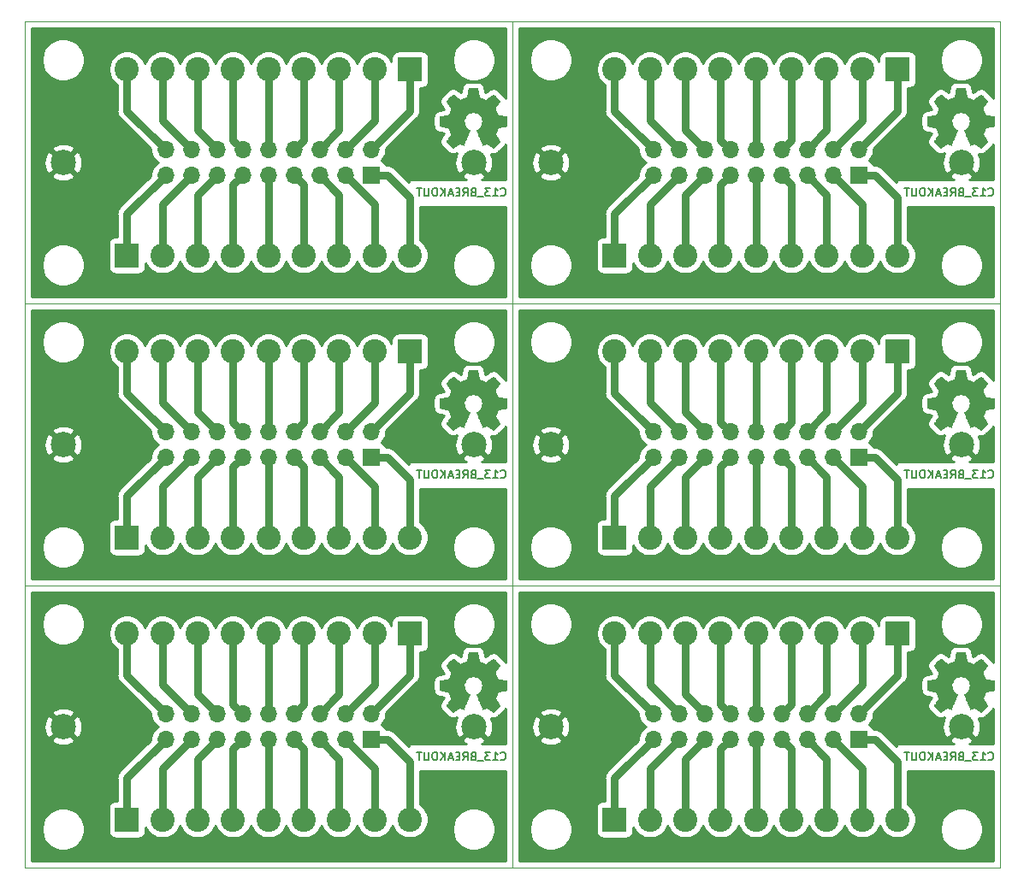
<source format=gbr>
G04 #@! TF.GenerationSoftware,KiCad,Pcbnew,5.1.5+dfsg1-2build2*
G04 #@! TF.CreationDate,2021-09-29T17:52:59-05:00*
G04 #@! TF.ProjectId,,58585858-5858-4585-9858-585858585858,rev?*
G04 #@! TF.SameCoordinates,Original*
G04 #@! TF.FileFunction,Copper,L2,Bot*
G04 #@! TF.FilePolarity,Positive*
%FSLAX46Y46*%
G04 Gerber Fmt 4.6, Leading zero omitted, Abs format (unit mm)*
G04 Created by KiCad (PCBNEW 5.1.5+dfsg1-2build2) date 2021-09-29 17:52:59*
%MOMM*%
%LPD*%
G04 APERTURE LIST*
%ADD10C,0.200000*%
%ADD11C,0.050000*%
%ADD12C,0.010000*%
%ADD13R,2.400000X2.400000*%
%ADD14C,2.400000*%
%ADD15C,2.499360*%
%ADD16R,1.700000X1.700000*%
%ADD17O,1.700000X1.700000*%
%ADD18C,0.750000*%
%ADD19C,0.254000*%
G04 APERTURE END LIST*
D10*
X146106666Y-112299714D02*
X146144761Y-112337809D01*
X146259047Y-112375904D01*
X146335238Y-112375904D01*
X146449523Y-112337809D01*
X146525714Y-112261619D01*
X146563809Y-112185428D01*
X146601904Y-112033047D01*
X146601904Y-111918761D01*
X146563809Y-111766380D01*
X146525714Y-111690190D01*
X146449523Y-111614000D01*
X146335238Y-111575904D01*
X146259047Y-111575904D01*
X146144761Y-111614000D01*
X146106666Y-111652095D01*
X145344761Y-112375904D02*
X145801904Y-112375904D01*
X145573333Y-112375904D02*
X145573333Y-111575904D01*
X145649523Y-111690190D01*
X145725714Y-111766380D01*
X145801904Y-111804476D01*
X145078095Y-111575904D02*
X144582857Y-111575904D01*
X144849523Y-111880666D01*
X144735238Y-111880666D01*
X144659047Y-111918761D01*
X144620952Y-111956857D01*
X144582857Y-112033047D01*
X144582857Y-112223523D01*
X144620952Y-112299714D01*
X144659047Y-112337809D01*
X144735238Y-112375904D01*
X144963809Y-112375904D01*
X145040000Y-112337809D01*
X145078095Y-112299714D01*
X144430476Y-112452095D02*
X143820952Y-112452095D01*
X143363809Y-111956857D02*
X143249523Y-111994952D01*
X143211428Y-112033047D01*
X143173333Y-112109238D01*
X143173333Y-112223523D01*
X143211428Y-112299714D01*
X143249523Y-112337809D01*
X143325714Y-112375904D01*
X143630476Y-112375904D01*
X143630476Y-111575904D01*
X143363809Y-111575904D01*
X143287619Y-111614000D01*
X143249523Y-111652095D01*
X143211428Y-111728285D01*
X143211428Y-111804476D01*
X143249523Y-111880666D01*
X143287619Y-111918761D01*
X143363809Y-111956857D01*
X143630476Y-111956857D01*
X142373333Y-112375904D02*
X142640000Y-111994952D01*
X142830476Y-112375904D02*
X142830476Y-111575904D01*
X142525714Y-111575904D01*
X142449523Y-111614000D01*
X142411428Y-111652095D01*
X142373333Y-111728285D01*
X142373333Y-111842571D01*
X142411428Y-111918761D01*
X142449523Y-111956857D01*
X142525714Y-111994952D01*
X142830476Y-111994952D01*
X142030476Y-111956857D02*
X141763809Y-111956857D01*
X141649523Y-112375904D02*
X142030476Y-112375904D01*
X142030476Y-111575904D01*
X141649523Y-111575904D01*
X141344761Y-112147333D02*
X140963809Y-112147333D01*
X141420952Y-112375904D02*
X141154285Y-111575904D01*
X140887619Y-112375904D01*
X140620952Y-112375904D02*
X140620952Y-111575904D01*
X140163809Y-112375904D02*
X140506666Y-111918761D01*
X140163809Y-111575904D02*
X140620952Y-112033047D01*
X139668571Y-111575904D02*
X139516190Y-111575904D01*
X139440000Y-111614000D01*
X139363809Y-111690190D01*
X139325714Y-111842571D01*
X139325714Y-112109238D01*
X139363809Y-112261619D01*
X139440000Y-112337809D01*
X139516190Y-112375904D01*
X139668571Y-112375904D01*
X139744761Y-112337809D01*
X139820952Y-112261619D01*
X139859047Y-112109238D01*
X139859047Y-111842571D01*
X139820952Y-111690190D01*
X139744761Y-111614000D01*
X139668571Y-111575904D01*
X138982857Y-111575904D02*
X138982857Y-112223523D01*
X138944761Y-112299714D01*
X138906666Y-112337809D01*
X138830476Y-112375904D01*
X138678095Y-112375904D01*
X138601904Y-112337809D01*
X138563809Y-112299714D01*
X138525714Y-112223523D01*
X138525714Y-111575904D01*
X138259047Y-111575904D02*
X137801904Y-111575904D01*
X138030476Y-112375904D02*
X138030476Y-111575904D01*
X97846666Y-112299714D02*
X97884761Y-112337809D01*
X97999047Y-112375904D01*
X98075238Y-112375904D01*
X98189523Y-112337809D01*
X98265714Y-112261619D01*
X98303809Y-112185428D01*
X98341904Y-112033047D01*
X98341904Y-111918761D01*
X98303809Y-111766380D01*
X98265714Y-111690190D01*
X98189523Y-111614000D01*
X98075238Y-111575904D01*
X97999047Y-111575904D01*
X97884761Y-111614000D01*
X97846666Y-111652095D01*
X97084761Y-112375904D02*
X97541904Y-112375904D01*
X97313333Y-112375904D02*
X97313333Y-111575904D01*
X97389523Y-111690190D01*
X97465714Y-111766380D01*
X97541904Y-111804476D01*
X96818095Y-111575904D02*
X96322857Y-111575904D01*
X96589523Y-111880666D01*
X96475238Y-111880666D01*
X96399047Y-111918761D01*
X96360952Y-111956857D01*
X96322857Y-112033047D01*
X96322857Y-112223523D01*
X96360952Y-112299714D01*
X96399047Y-112337809D01*
X96475238Y-112375904D01*
X96703809Y-112375904D01*
X96780000Y-112337809D01*
X96818095Y-112299714D01*
X96170476Y-112452095D02*
X95560952Y-112452095D01*
X95103809Y-111956857D02*
X94989523Y-111994952D01*
X94951428Y-112033047D01*
X94913333Y-112109238D01*
X94913333Y-112223523D01*
X94951428Y-112299714D01*
X94989523Y-112337809D01*
X95065714Y-112375904D01*
X95370476Y-112375904D01*
X95370476Y-111575904D01*
X95103809Y-111575904D01*
X95027619Y-111614000D01*
X94989523Y-111652095D01*
X94951428Y-111728285D01*
X94951428Y-111804476D01*
X94989523Y-111880666D01*
X95027619Y-111918761D01*
X95103809Y-111956857D01*
X95370476Y-111956857D01*
X94113333Y-112375904D02*
X94380000Y-111994952D01*
X94570476Y-112375904D02*
X94570476Y-111575904D01*
X94265714Y-111575904D01*
X94189523Y-111614000D01*
X94151428Y-111652095D01*
X94113333Y-111728285D01*
X94113333Y-111842571D01*
X94151428Y-111918761D01*
X94189523Y-111956857D01*
X94265714Y-111994952D01*
X94570476Y-111994952D01*
X93770476Y-111956857D02*
X93503809Y-111956857D01*
X93389523Y-112375904D02*
X93770476Y-112375904D01*
X93770476Y-111575904D01*
X93389523Y-111575904D01*
X93084761Y-112147333D02*
X92703809Y-112147333D01*
X93160952Y-112375904D02*
X92894285Y-111575904D01*
X92627619Y-112375904D01*
X92360952Y-112375904D02*
X92360952Y-111575904D01*
X91903809Y-112375904D02*
X92246666Y-111918761D01*
X91903809Y-111575904D02*
X92360952Y-112033047D01*
X91408571Y-111575904D02*
X91256190Y-111575904D01*
X91180000Y-111614000D01*
X91103809Y-111690190D01*
X91065714Y-111842571D01*
X91065714Y-112109238D01*
X91103809Y-112261619D01*
X91180000Y-112337809D01*
X91256190Y-112375904D01*
X91408571Y-112375904D01*
X91484761Y-112337809D01*
X91560952Y-112261619D01*
X91599047Y-112109238D01*
X91599047Y-111842571D01*
X91560952Y-111690190D01*
X91484761Y-111614000D01*
X91408571Y-111575904D01*
X90722857Y-111575904D02*
X90722857Y-112223523D01*
X90684761Y-112299714D01*
X90646666Y-112337809D01*
X90570476Y-112375904D01*
X90418095Y-112375904D01*
X90341904Y-112337809D01*
X90303809Y-112299714D01*
X90265714Y-112223523D01*
X90265714Y-111575904D01*
X89999047Y-111575904D02*
X89541904Y-111575904D01*
X89770476Y-112375904D02*
X89770476Y-111575904D01*
X146106666Y-84359714D02*
X146144761Y-84397809D01*
X146259047Y-84435904D01*
X146335238Y-84435904D01*
X146449523Y-84397809D01*
X146525714Y-84321619D01*
X146563809Y-84245428D01*
X146601904Y-84093047D01*
X146601904Y-83978761D01*
X146563809Y-83826380D01*
X146525714Y-83750190D01*
X146449523Y-83674000D01*
X146335238Y-83635904D01*
X146259047Y-83635904D01*
X146144761Y-83674000D01*
X146106666Y-83712095D01*
X145344761Y-84435904D02*
X145801904Y-84435904D01*
X145573333Y-84435904D02*
X145573333Y-83635904D01*
X145649523Y-83750190D01*
X145725714Y-83826380D01*
X145801904Y-83864476D01*
X145078095Y-83635904D02*
X144582857Y-83635904D01*
X144849523Y-83940666D01*
X144735238Y-83940666D01*
X144659047Y-83978761D01*
X144620952Y-84016857D01*
X144582857Y-84093047D01*
X144582857Y-84283523D01*
X144620952Y-84359714D01*
X144659047Y-84397809D01*
X144735238Y-84435904D01*
X144963809Y-84435904D01*
X145040000Y-84397809D01*
X145078095Y-84359714D01*
X144430476Y-84512095D02*
X143820952Y-84512095D01*
X143363809Y-84016857D02*
X143249523Y-84054952D01*
X143211428Y-84093047D01*
X143173333Y-84169238D01*
X143173333Y-84283523D01*
X143211428Y-84359714D01*
X143249523Y-84397809D01*
X143325714Y-84435904D01*
X143630476Y-84435904D01*
X143630476Y-83635904D01*
X143363809Y-83635904D01*
X143287619Y-83674000D01*
X143249523Y-83712095D01*
X143211428Y-83788285D01*
X143211428Y-83864476D01*
X143249523Y-83940666D01*
X143287619Y-83978761D01*
X143363809Y-84016857D01*
X143630476Y-84016857D01*
X142373333Y-84435904D02*
X142640000Y-84054952D01*
X142830476Y-84435904D02*
X142830476Y-83635904D01*
X142525714Y-83635904D01*
X142449523Y-83674000D01*
X142411428Y-83712095D01*
X142373333Y-83788285D01*
X142373333Y-83902571D01*
X142411428Y-83978761D01*
X142449523Y-84016857D01*
X142525714Y-84054952D01*
X142830476Y-84054952D01*
X142030476Y-84016857D02*
X141763809Y-84016857D01*
X141649523Y-84435904D02*
X142030476Y-84435904D01*
X142030476Y-83635904D01*
X141649523Y-83635904D01*
X141344761Y-84207333D02*
X140963809Y-84207333D01*
X141420952Y-84435904D02*
X141154285Y-83635904D01*
X140887619Y-84435904D01*
X140620952Y-84435904D02*
X140620952Y-83635904D01*
X140163809Y-84435904D02*
X140506666Y-83978761D01*
X140163809Y-83635904D02*
X140620952Y-84093047D01*
X139668571Y-83635904D02*
X139516190Y-83635904D01*
X139440000Y-83674000D01*
X139363809Y-83750190D01*
X139325714Y-83902571D01*
X139325714Y-84169238D01*
X139363809Y-84321619D01*
X139440000Y-84397809D01*
X139516190Y-84435904D01*
X139668571Y-84435904D01*
X139744761Y-84397809D01*
X139820952Y-84321619D01*
X139859047Y-84169238D01*
X139859047Y-83902571D01*
X139820952Y-83750190D01*
X139744761Y-83674000D01*
X139668571Y-83635904D01*
X138982857Y-83635904D02*
X138982857Y-84283523D01*
X138944761Y-84359714D01*
X138906666Y-84397809D01*
X138830476Y-84435904D01*
X138678095Y-84435904D01*
X138601904Y-84397809D01*
X138563809Y-84359714D01*
X138525714Y-84283523D01*
X138525714Y-83635904D01*
X138259047Y-83635904D02*
X137801904Y-83635904D01*
X138030476Y-84435904D02*
X138030476Y-83635904D01*
X97846666Y-84359714D02*
X97884761Y-84397809D01*
X97999047Y-84435904D01*
X98075238Y-84435904D01*
X98189523Y-84397809D01*
X98265714Y-84321619D01*
X98303809Y-84245428D01*
X98341904Y-84093047D01*
X98341904Y-83978761D01*
X98303809Y-83826380D01*
X98265714Y-83750190D01*
X98189523Y-83674000D01*
X98075238Y-83635904D01*
X97999047Y-83635904D01*
X97884761Y-83674000D01*
X97846666Y-83712095D01*
X97084761Y-84435904D02*
X97541904Y-84435904D01*
X97313333Y-84435904D02*
X97313333Y-83635904D01*
X97389523Y-83750190D01*
X97465714Y-83826380D01*
X97541904Y-83864476D01*
X96818095Y-83635904D02*
X96322857Y-83635904D01*
X96589523Y-83940666D01*
X96475238Y-83940666D01*
X96399047Y-83978761D01*
X96360952Y-84016857D01*
X96322857Y-84093047D01*
X96322857Y-84283523D01*
X96360952Y-84359714D01*
X96399047Y-84397809D01*
X96475238Y-84435904D01*
X96703809Y-84435904D01*
X96780000Y-84397809D01*
X96818095Y-84359714D01*
X96170476Y-84512095D02*
X95560952Y-84512095D01*
X95103809Y-84016857D02*
X94989523Y-84054952D01*
X94951428Y-84093047D01*
X94913333Y-84169238D01*
X94913333Y-84283523D01*
X94951428Y-84359714D01*
X94989523Y-84397809D01*
X95065714Y-84435904D01*
X95370476Y-84435904D01*
X95370476Y-83635904D01*
X95103809Y-83635904D01*
X95027619Y-83674000D01*
X94989523Y-83712095D01*
X94951428Y-83788285D01*
X94951428Y-83864476D01*
X94989523Y-83940666D01*
X95027619Y-83978761D01*
X95103809Y-84016857D01*
X95370476Y-84016857D01*
X94113333Y-84435904D02*
X94380000Y-84054952D01*
X94570476Y-84435904D02*
X94570476Y-83635904D01*
X94265714Y-83635904D01*
X94189523Y-83674000D01*
X94151428Y-83712095D01*
X94113333Y-83788285D01*
X94113333Y-83902571D01*
X94151428Y-83978761D01*
X94189523Y-84016857D01*
X94265714Y-84054952D01*
X94570476Y-84054952D01*
X93770476Y-84016857D02*
X93503809Y-84016857D01*
X93389523Y-84435904D02*
X93770476Y-84435904D01*
X93770476Y-83635904D01*
X93389523Y-83635904D01*
X93084761Y-84207333D02*
X92703809Y-84207333D01*
X93160952Y-84435904D02*
X92894285Y-83635904D01*
X92627619Y-84435904D01*
X92360952Y-84435904D02*
X92360952Y-83635904D01*
X91903809Y-84435904D02*
X92246666Y-83978761D01*
X91903809Y-83635904D02*
X92360952Y-84093047D01*
X91408571Y-83635904D02*
X91256190Y-83635904D01*
X91180000Y-83674000D01*
X91103809Y-83750190D01*
X91065714Y-83902571D01*
X91065714Y-84169238D01*
X91103809Y-84321619D01*
X91180000Y-84397809D01*
X91256190Y-84435904D01*
X91408571Y-84435904D01*
X91484761Y-84397809D01*
X91560952Y-84321619D01*
X91599047Y-84169238D01*
X91599047Y-83902571D01*
X91560952Y-83750190D01*
X91484761Y-83674000D01*
X91408571Y-83635904D01*
X90722857Y-83635904D02*
X90722857Y-84283523D01*
X90684761Y-84359714D01*
X90646666Y-84397809D01*
X90570476Y-84435904D01*
X90418095Y-84435904D01*
X90341904Y-84397809D01*
X90303809Y-84359714D01*
X90265714Y-84283523D01*
X90265714Y-83635904D01*
X89999047Y-83635904D02*
X89541904Y-83635904D01*
X89770476Y-84435904D02*
X89770476Y-83635904D01*
X146106666Y-56419714D02*
X146144761Y-56457809D01*
X146259047Y-56495904D01*
X146335238Y-56495904D01*
X146449523Y-56457809D01*
X146525714Y-56381619D01*
X146563809Y-56305428D01*
X146601904Y-56153047D01*
X146601904Y-56038761D01*
X146563809Y-55886380D01*
X146525714Y-55810190D01*
X146449523Y-55734000D01*
X146335238Y-55695904D01*
X146259047Y-55695904D01*
X146144761Y-55734000D01*
X146106666Y-55772095D01*
X145344761Y-56495904D02*
X145801904Y-56495904D01*
X145573333Y-56495904D02*
X145573333Y-55695904D01*
X145649523Y-55810190D01*
X145725714Y-55886380D01*
X145801904Y-55924476D01*
X145078095Y-55695904D02*
X144582857Y-55695904D01*
X144849523Y-56000666D01*
X144735238Y-56000666D01*
X144659047Y-56038761D01*
X144620952Y-56076857D01*
X144582857Y-56153047D01*
X144582857Y-56343523D01*
X144620952Y-56419714D01*
X144659047Y-56457809D01*
X144735238Y-56495904D01*
X144963809Y-56495904D01*
X145040000Y-56457809D01*
X145078095Y-56419714D01*
X144430476Y-56572095D02*
X143820952Y-56572095D01*
X143363809Y-56076857D02*
X143249523Y-56114952D01*
X143211428Y-56153047D01*
X143173333Y-56229238D01*
X143173333Y-56343523D01*
X143211428Y-56419714D01*
X143249523Y-56457809D01*
X143325714Y-56495904D01*
X143630476Y-56495904D01*
X143630476Y-55695904D01*
X143363809Y-55695904D01*
X143287619Y-55734000D01*
X143249523Y-55772095D01*
X143211428Y-55848285D01*
X143211428Y-55924476D01*
X143249523Y-56000666D01*
X143287619Y-56038761D01*
X143363809Y-56076857D01*
X143630476Y-56076857D01*
X142373333Y-56495904D02*
X142640000Y-56114952D01*
X142830476Y-56495904D02*
X142830476Y-55695904D01*
X142525714Y-55695904D01*
X142449523Y-55734000D01*
X142411428Y-55772095D01*
X142373333Y-55848285D01*
X142373333Y-55962571D01*
X142411428Y-56038761D01*
X142449523Y-56076857D01*
X142525714Y-56114952D01*
X142830476Y-56114952D01*
X142030476Y-56076857D02*
X141763809Y-56076857D01*
X141649523Y-56495904D02*
X142030476Y-56495904D01*
X142030476Y-55695904D01*
X141649523Y-55695904D01*
X141344761Y-56267333D02*
X140963809Y-56267333D01*
X141420952Y-56495904D02*
X141154285Y-55695904D01*
X140887619Y-56495904D01*
X140620952Y-56495904D02*
X140620952Y-55695904D01*
X140163809Y-56495904D02*
X140506666Y-56038761D01*
X140163809Y-55695904D02*
X140620952Y-56153047D01*
X139668571Y-55695904D02*
X139516190Y-55695904D01*
X139440000Y-55734000D01*
X139363809Y-55810190D01*
X139325714Y-55962571D01*
X139325714Y-56229238D01*
X139363809Y-56381619D01*
X139440000Y-56457809D01*
X139516190Y-56495904D01*
X139668571Y-56495904D01*
X139744761Y-56457809D01*
X139820952Y-56381619D01*
X139859047Y-56229238D01*
X139859047Y-55962571D01*
X139820952Y-55810190D01*
X139744761Y-55734000D01*
X139668571Y-55695904D01*
X138982857Y-55695904D02*
X138982857Y-56343523D01*
X138944761Y-56419714D01*
X138906666Y-56457809D01*
X138830476Y-56495904D01*
X138678095Y-56495904D01*
X138601904Y-56457809D01*
X138563809Y-56419714D01*
X138525714Y-56343523D01*
X138525714Y-55695904D01*
X138259047Y-55695904D02*
X137801904Y-55695904D01*
X138030476Y-56495904D02*
X138030476Y-55695904D01*
D11*
X147254000Y-95057000D02*
X147254000Y-122997000D01*
X98994000Y-95057000D02*
X98994000Y-122997000D01*
X147254000Y-67117000D02*
X147254000Y-95057000D01*
X98994000Y-67117000D02*
X98994000Y-95057000D01*
X147254000Y-39177000D02*
X147254000Y-67117000D01*
X98994000Y-122997000D02*
X147254000Y-122997000D01*
X50734000Y-122997000D02*
X98994000Y-122997000D01*
X98994000Y-95057000D02*
X147254000Y-95057000D01*
X50734000Y-95057000D02*
X98994000Y-95057000D01*
X98994000Y-67117000D02*
X147254000Y-67117000D01*
X98994000Y-95057000D02*
X147254000Y-95057000D01*
X50734000Y-95057000D02*
X98994000Y-95057000D01*
X98994000Y-67117000D02*
X147254000Y-67117000D01*
X50734000Y-67117000D02*
X98994000Y-67117000D01*
X98994000Y-39177000D02*
X147254000Y-39177000D01*
X98994000Y-95057000D02*
X98994000Y-122997000D01*
X50734000Y-95057000D02*
X50734000Y-122997000D01*
X98994000Y-67117000D02*
X98994000Y-95057000D01*
X50734000Y-67117000D02*
X50734000Y-95057000D01*
X98994000Y-39177000D02*
X98994000Y-67117000D01*
D10*
X97846666Y-56419714D02*
X97884761Y-56457809D01*
X97999047Y-56495904D01*
X98075238Y-56495904D01*
X98189523Y-56457809D01*
X98265714Y-56381619D01*
X98303809Y-56305428D01*
X98341904Y-56153047D01*
X98341904Y-56038761D01*
X98303809Y-55886380D01*
X98265714Y-55810190D01*
X98189523Y-55734000D01*
X98075238Y-55695904D01*
X97999047Y-55695904D01*
X97884761Y-55734000D01*
X97846666Y-55772095D01*
X97084761Y-56495904D02*
X97541904Y-56495904D01*
X97313333Y-56495904D02*
X97313333Y-55695904D01*
X97389523Y-55810190D01*
X97465714Y-55886380D01*
X97541904Y-55924476D01*
X96818095Y-55695904D02*
X96322857Y-55695904D01*
X96589523Y-56000666D01*
X96475238Y-56000666D01*
X96399047Y-56038761D01*
X96360952Y-56076857D01*
X96322857Y-56153047D01*
X96322857Y-56343523D01*
X96360952Y-56419714D01*
X96399047Y-56457809D01*
X96475238Y-56495904D01*
X96703809Y-56495904D01*
X96780000Y-56457809D01*
X96818095Y-56419714D01*
X96170476Y-56572095D02*
X95560952Y-56572095D01*
X95103809Y-56076857D02*
X94989523Y-56114952D01*
X94951428Y-56153047D01*
X94913333Y-56229238D01*
X94913333Y-56343523D01*
X94951428Y-56419714D01*
X94989523Y-56457809D01*
X95065714Y-56495904D01*
X95370476Y-56495904D01*
X95370476Y-55695904D01*
X95103809Y-55695904D01*
X95027619Y-55734000D01*
X94989523Y-55772095D01*
X94951428Y-55848285D01*
X94951428Y-55924476D01*
X94989523Y-56000666D01*
X95027619Y-56038761D01*
X95103809Y-56076857D01*
X95370476Y-56076857D01*
X94113333Y-56495904D02*
X94380000Y-56114952D01*
X94570476Y-56495904D02*
X94570476Y-55695904D01*
X94265714Y-55695904D01*
X94189523Y-55734000D01*
X94151428Y-55772095D01*
X94113333Y-55848285D01*
X94113333Y-55962571D01*
X94151428Y-56038761D01*
X94189523Y-56076857D01*
X94265714Y-56114952D01*
X94570476Y-56114952D01*
X93770476Y-56076857D02*
X93503809Y-56076857D01*
X93389523Y-56495904D02*
X93770476Y-56495904D01*
X93770476Y-55695904D01*
X93389523Y-55695904D01*
X93084761Y-56267333D02*
X92703809Y-56267333D01*
X93160952Y-56495904D02*
X92894285Y-55695904D01*
X92627619Y-56495904D01*
X92360952Y-56495904D02*
X92360952Y-55695904D01*
X91903809Y-56495904D02*
X92246666Y-56038761D01*
X91903809Y-55695904D02*
X92360952Y-56153047D01*
X91408571Y-55695904D02*
X91256190Y-55695904D01*
X91180000Y-55734000D01*
X91103809Y-55810190D01*
X91065714Y-55962571D01*
X91065714Y-56229238D01*
X91103809Y-56381619D01*
X91180000Y-56457809D01*
X91256190Y-56495904D01*
X91408571Y-56495904D01*
X91484761Y-56457809D01*
X91560952Y-56381619D01*
X91599047Y-56229238D01*
X91599047Y-55962571D01*
X91560952Y-55810190D01*
X91484761Y-55734000D01*
X91408571Y-55695904D01*
X90722857Y-55695904D02*
X90722857Y-56343523D01*
X90684761Y-56419714D01*
X90646666Y-56457809D01*
X90570476Y-56495904D01*
X90418095Y-56495904D01*
X90341904Y-56457809D01*
X90303809Y-56419714D01*
X90265714Y-56343523D01*
X90265714Y-55695904D01*
X89999047Y-55695904D02*
X89541904Y-55695904D01*
X89770476Y-56495904D02*
X89770476Y-55695904D01*
D11*
X98994000Y-39177000D02*
X98994000Y-67117000D01*
X50734000Y-67117000D02*
X98994000Y-67117000D01*
X50734000Y-39177000D02*
X98994000Y-39177000D01*
X50734000Y-39177000D02*
X50734000Y-67117000D01*
D12*
G36*
X142827186Y-102116931D02*
G01*
X142743365Y-102561555D01*
X142434080Y-102689053D01*
X142124794Y-102816551D01*
X141753754Y-102564246D01*
X141649843Y-102493996D01*
X141555913Y-102431272D01*
X141476348Y-102378938D01*
X141415530Y-102339857D01*
X141377843Y-102316893D01*
X141367579Y-102311942D01*
X141349090Y-102324676D01*
X141309580Y-102359882D01*
X141253478Y-102413062D01*
X141185213Y-102479718D01*
X141109214Y-102555354D01*
X141029908Y-102635472D01*
X140951725Y-102715574D01*
X140879093Y-102791164D01*
X140816441Y-102857745D01*
X140768197Y-102910818D01*
X140738790Y-102945887D01*
X140731759Y-102957623D01*
X140741877Y-102979260D01*
X140770241Y-103026662D01*
X140813871Y-103095193D01*
X140869782Y-103180215D01*
X140934994Y-103277093D01*
X140972781Y-103332350D01*
X141041657Y-103433248D01*
X141102860Y-103524299D01*
X141153422Y-103600970D01*
X141190372Y-103658728D01*
X141210742Y-103693043D01*
X141213803Y-103700254D01*
X141206864Y-103720748D01*
X141187949Y-103768513D01*
X141159913Y-103836832D01*
X141125609Y-103918989D01*
X141087891Y-104008270D01*
X141049613Y-104097958D01*
X141013630Y-104181338D01*
X140982794Y-104251694D01*
X140959961Y-104302310D01*
X140947983Y-104326471D01*
X140947276Y-104327422D01*
X140928469Y-104332036D01*
X140878382Y-104342328D01*
X140802207Y-104357287D01*
X140705135Y-104375901D01*
X140592357Y-104397159D01*
X140526558Y-104409418D01*
X140406050Y-104432362D01*
X140297203Y-104454195D01*
X140205524Y-104473722D01*
X140136519Y-104489748D01*
X140095696Y-104501079D01*
X140087489Y-104504674D01*
X140079452Y-104529006D01*
X140072967Y-104583959D01*
X140068030Y-104663108D01*
X140064636Y-104760026D01*
X140062782Y-104868287D01*
X140062462Y-104981465D01*
X140063673Y-105093135D01*
X140066410Y-105196868D01*
X140070669Y-105286241D01*
X140076445Y-105354826D01*
X140083733Y-105396197D01*
X140088105Y-105404810D01*
X140114236Y-105415133D01*
X140169607Y-105429892D01*
X140246893Y-105447352D01*
X140338770Y-105465780D01*
X140370842Y-105471741D01*
X140525476Y-105500066D01*
X140647625Y-105522876D01*
X140741327Y-105541080D01*
X140810616Y-105555583D01*
X140859529Y-105567292D01*
X140892103Y-105577115D01*
X140912372Y-105585956D01*
X140924374Y-105594724D01*
X140926053Y-105596457D01*
X140942816Y-105624371D01*
X140968386Y-105678695D01*
X141000212Y-105752777D01*
X141035740Y-105839965D01*
X141072417Y-105933608D01*
X141107689Y-106027052D01*
X141139004Y-106113647D01*
X141163807Y-106186740D01*
X141179546Y-106239678D01*
X141183668Y-106265811D01*
X141183324Y-106266726D01*
X141169359Y-106288086D01*
X141137678Y-106335084D01*
X141091609Y-106402827D01*
X141034482Y-106486423D01*
X140969627Y-106580982D01*
X140951157Y-106607854D01*
X140885301Y-106705275D01*
X140827350Y-106794163D01*
X140780462Y-106869412D01*
X140747793Y-106925920D01*
X140732500Y-106958581D01*
X140731759Y-106962593D01*
X140744608Y-106983684D01*
X140780112Y-107025464D01*
X140833707Y-107083445D01*
X140900829Y-107153135D01*
X140976913Y-107230045D01*
X141057396Y-107309683D01*
X141137713Y-107387561D01*
X141213301Y-107459186D01*
X141279595Y-107520070D01*
X141332031Y-107565721D01*
X141366045Y-107591650D01*
X141375455Y-107595883D01*
X141397357Y-107585912D01*
X141442200Y-107559020D01*
X141502679Y-107519736D01*
X141549211Y-107488117D01*
X141633525Y-107430098D01*
X141733374Y-107361784D01*
X141833527Y-107293579D01*
X141887373Y-107257075D01*
X142069629Y-107133800D01*
X142222619Y-107216520D01*
X142292318Y-107252759D01*
X142351586Y-107280926D01*
X142391689Y-107296991D01*
X142401897Y-107299226D01*
X142414171Y-107282722D01*
X142438387Y-107236082D01*
X142472737Y-107163609D01*
X142515412Y-107069606D01*
X142564606Y-106958374D01*
X142618510Y-106834215D01*
X142675316Y-106701432D01*
X142733218Y-106564327D01*
X142790407Y-106427202D01*
X142845076Y-106294358D01*
X142895416Y-106170098D01*
X142939620Y-106058725D01*
X142975881Y-105964539D01*
X143002391Y-105891844D01*
X143017342Y-105844941D01*
X143019746Y-105828833D01*
X143000689Y-105808286D01*
X142958964Y-105774933D01*
X142903294Y-105735702D01*
X142898622Y-105732599D01*
X142754736Y-105617423D01*
X142638717Y-105483053D01*
X142551570Y-105333784D01*
X142494301Y-105173913D01*
X142467914Y-105007737D01*
X142473415Y-104839552D01*
X142511810Y-104673655D01*
X142584105Y-104514342D01*
X142605374Y-104479487D01*
X142716004Y-104338737D01*
X142846698Y-104225714D01*
X142992936Y-104141003D01*
X143150192Y-104085194D01*
X143313943Y-104058874D01*
X143479667Y-104062630D01*
X143642838Y-104097050D01*
X143798935Y-104162723D01*
X143943433Y-104260235D01*
X143988131Y-104299813D01*
X144101888Y-104423703D01*
X144184782Y-104554124D01*
X144241644Y-104700315D01*
X144273313Y-104845088D01*
X144281131Y-105007860D01*
X144255062Y-105171440D01*
X144197755Y-105330298D01*
X144111856Y-105478906D01*
X144000014Y-105611735D01*
X143864877Y-105723256D01*
X143847117Y-105735011D01*
X143790850Y-105773508D01*
X143748077Y-105806863D01*
X143727628Y-105828160D01*
X143727331Y-105828833D01*
X143731721Y-105851871D01*
X143749124Y-105904157D01*
X143777732Y-105981390D01*
X143815735Y-106079268D01*
X143861326Y-106193491D01*
X143912697Y-106319758D01*
X143968038Y-106453767D01*
X144025542Y-106591218D01*
X144083399Y-106727808D01*
X144139802Y-106859237D01*
X144192942Y-106981205D01*
X144241010Y-107089409D01*
X144282199Y-107179549D01*
X144314699Y-107247323D01*
X144336703Y-107288430D01*
X144345564Y-107299226D01*
X144372640Y-107290819D01*
X144423303Y-107268272D01*
X144488817Y-107235613D01*
X144524841Y-107216520D01*
X144677832Y-107133800D01*
X144860088Y-107257075D01*
X144953125Y-107320228D01*
X145054985Y-107389727D01*
X145150438Y-107455165D01*
X145198250Y-107488117D01*
X145265495Y-107533273D01*
X145322436Y-107569057D01*
X145361646Y-107590938D01*
X145374381Y-107595563D01*
X145392917Y-107583085D01*
X145433941Y-107548252D01*
X145493475Y-107494678D01*
X145567542Y-107425983D01*
X145652165Y-107345781D01*
X145705685Y-107294286D01*
X145799319Y-107202286D01*
X145880241Y-107119999D01*
X145945177Y-107050945D01*
X145990858Y-106998644D01*
X146014011Y-106966616D01*
X146016232Y-106960116D01*
X146005924Y-106935394D01*
X145977439Y-106885405D01*
X145933937Y-106815212D01*
X145878577Y-106729875D01*
X145814520Y-106634456D01*
X145796303Y-106607854D01*
X145729927Y-106511167D01*
X145670378Y-106424117D01*
X145620984Y-106351595D01*
X145585075Y-106298493D01*
X145565981Y-106269703D01*
X145564136Y-106266726D01*
X145566895Y-106243782D01*
X145581538Y-106193336D01*
X145605513Y-106122041D01*
X145636266Y-106036547D01*
X145671244Y-105943507D01*
X145707893Y-105849574D01*
X145743661Y-105761399D01*
X145775994Y-105685634D01*
X145802338Y-105628931D01*
X145820142Y-105597943D01*
X145821407Y-105596457D01*
X145832294Y-105587601D01*
X145850682Y-105578843D01*
X145880606Y-105569277D01*
X145926103Y-105557996D01*
X145991209Y-105544093D01*
X146079961Y-105526663D01*
X146196393Y-105504798D01*
X146344542Y-105477591D01*
X146376618Y-105471741D01*
X146471686Y-105453374D01*
X146554565Y-105435405D01*
X146617930Y-105419569D01*
X146654458Y-105407600D01*
X146659356Y-105404810D01*
X146667427Y-105380072D01*
X146673987Y-105324790D01*
X146679033Y-105245389D01*
X146682559Y-105148296D01*
X146684561Y-105039938D01*
X146685036Y-104926740D01*
X146683977Y-104815128D01*
X146681382Y-104711529D01*
X146677246Y-104622368D01*
X146671563Y-104554072D01*
X146664331Y-104513066D01*
X146659971Y-104504674D01*
X146635698Y-104496208D01*
X146580426Y-104482435D01*
X146499662Y-104464550D01*
X146398912Y-104443748D01*
X146283683Y-104421223D01*
X146220902Y-104409418D01*
X146101787Y-104387151D01*
X145995565Y-104366979D01*
X145907427Y-104349915D01*
X145842566Y-104336969D01*
X145806174Y-104329155D01*
X145800184Y-104327422D01*
X145790061Y-104307890D01*
X145768662Y-104260843D01*
X145738839Y-104193003D01*
X145703445Y-104111091D01*
X145665332Y-104021828D01*
X145627353Y-103931935D01*
X145592360Y-103848135D01*
X145563206Y-103777147D01*
X145542743Y-103725694D01*
X145533823Y-103700497D01*
X145533657Y-103699396D01*
X145543769Y-103679519D01*
X145572117Y-103633777D01*
X145615723Y-103566717D01*
X145671606Y-103482884D01*
X145736787Y-103386826D01*
X145774679Y-103331650D01*
X145843725Y-103230481D01*
X145905050Y-103138630D01*
X145955663Y-103060744D01*
X145992571Y-103001469D01*
X146012782Y-102965451D01*
X146015701Y-102957377D01*
X146003153Y-102938584D01*
X145968463Y-102898457D01*
X145916063Y-102841493D01*
X145850384Y-102772185D01*
X145775856Y-102695031D01*
X145696913Y-102614525D01*
X145617983Y-102535163D01*
X145543500Y-102461440D01*
X145477894Y-102397852D01*
X145425596Y-102348894D01*
X145391039Y-102319061D01*
X145379478Y-102311942D01*
X145360654Y-102321953D01*
X145315631Y-102350078D01*
X145248787Y-102393454D01*
X145164499Y-102449218D01*
X145067144Y-102514506D01*
X144993707Y-102564246D01*
X144622667Y-102816551D01*
X144004095Y-102561555D01*
X143920275Y-102116931D01*
X143836454Y-101672307D01*
X142911006Y-101672307D01*
X142827186Y-102116931D01*
G37*
X142827186Y-102116931D02*
X142743365Y-102561555D01*
X142434080Y-102689053D01*
X142124794Y-102816551D01*
X141753754Y-102564246D01*
X141649843Y-102493996D01*
X141555913Y-102431272D01*
X141476348Y-102378938D01*
X141415530Y-102339857D01*
X141377843Y-102316893D01*
X141367579Y-102311942D01*
X141349090Y-102324676D01*
X141309580Y-102359882D01*
X141253478Y-102413062D01*
X141185213Y-102479718D01*
X141109214Y-102555354D01*
X141029908Y-102635472D01*
X140951725Y-102715574D01*
X140879093Y-102791164D01*
X140816441Y-102857745D01*
X140768197Y-102910818D01*
X140738790Y-102945887D01*
X140731759Y-102957623D01*
X140741877Y-102979260D01*
X140770241Y-103026662D01*
X140813871Y-103095193D01*
X140869782Y-103180215D01*
X140934994Y-103277093D01*
X140972781Y-103332350D01*
X141041657Y-103433248D01*
X141102860Y-103524299D01*
X141153422Y-103600970D01*
X141190372Y-103658728D01*
X141210742Y-103693043D01*
X141213803Y-103700254D01*
X141206864Y-103720748D01*
X141187949Y-103768513D01*
X141159913Y-103836832D01*
X141125609Y-103918989D01*
X141087891Y-104008270D01*
X141049613Y-104097958D01*
X141013630Y-104181338D01*
X140982794Y-104251694D01*
X140959961Y-104302310D01*
X140947983Y-104326471D01*
X140947276Y-104327422D01*
X140928469Y-104332036D01*
X140878382Y-104342328D01*
X140802207Y-104357287D01*
X140705135Y-104375901D01*
X140592357Y-104397159D01*
X140526558Y-104409418D01*
X140406050Y-104432362D01*
X140297203Y-104454195D01*
X140205524Y-104473722D01*
X140136519Y-104489748D01*
X140095696Y-104501079D01*
X140087489Y-104504674D01*
X140079452Y-104529006D01*
X140072967Y-104583959D01*
X140068030Y-104663108D01*
X140064636Y-104760026D01*
X140062782Y-104868287D01*
X140062462Y-104981465D01*
X140063673Y-105093135D01*
X140066410Y-105196868D01*
X140070669Y-105286241D01*
X140076445Y-105354826D01*
X140083733Y-105396197D01*
X140088105Y-105404810D01*
X140114236Y-105415133D01*
X140169607Y-105429892D01*
X140246893Y-105447352D01*
X140338770Y-105465780D01*
X140370842Y-105471741D01*
X140525476Y-105500066D01*
X140647625Y-105522876D01*
X140741327Y-105541080D01*
X140810616Y-105555583D01*
X140859529Y-105567292D01*
X140892103Y-105577115D01*
X140912372Y-105585956D01*
X140924374Y-105594724D01*
X140926053Y-105596457D01*
X140942816Y-105624371D01*
X140968386Y-105678695D01*
X141000212Y-105752777D01*
X141035740Y-105839965D01*
X141072417Y-105933608D01*
X141107689Y-106027052D01*
X141139004Y-106113647D01*
X141163807Y-106186740D01*
X141179546Y-106239678D01*
X141183668Y-106265811D01*
X141183324Y-106266726D01*
X141169359Y-106288086D01*
X141137678Y-106335084D01*
X141091609Y-106402827D01*
X141034482Y-106486423D01*
X140969627Y-106580982D01*
X140951157Y-106607854D01*
X140885301Y-106705275D01*
X140827350Y-106794163D01*
X140780462Y-106869412D01*
X140747793Y-106925920D01*
X140732500Y-106958581D01*
X140731759Y-106962593D01*
X140744608Y-106983684D01*
X140780112Y-107025464D01*
X140833707Y-107083445D01*
X140900829Y-107153135D01*
X140976913Y-107230045D01*
X141057396Y-107309683D01*
X141137713Y-107387561D01*
X141213301Y-107459186D01*
X141279595Y-107520070D01*
X141332031Y-107565721D01*
X141366045Y-107591650D01*
X141375455Y-107595883D01*
X141397357Y-107585912D01*
X141442200Y-107559020D01*
X141502679Y-107519736D01*
X141549211Y-107488117D01*
X141633525Y-107430098D01*
X141733374Y-107361784D01*
X141833527Y-107293579D01*
X141887373Y-107257075D01*
X142069629Y-107133800D01*
X142222619Y-107216520D01*
X142292318Y-107252759D01*
X142351586Y-107280926D01*
X142391689Y-107296991D01*
X142401897Y-107299226D01*
X142414171Y-107282722D01*
X142438387Y-107236082D01*
X142472737Y-107163609D01*
X142515412Y-107069606D01*
X142564606Y-106958374D01*
X142618510Y-106834215D01*
X142675316Y-106701432D01*
X142733218Y-106564327D01*
X142790407Y-106427202D01*
X142845076Y-106294358D01*
X142895416Y-106170098D01*
X142939620Y-106058725D01*
X142975881Y-105964539D01*
X143002391Y-105891844D01*
X143017342Y-105844941D01*
X143019746Y-105828833D01*
X143000689Y-105808286D01*
X142958964Y-105774933D01*
X142903294Y-105735702D01*
X142898622Y-105732599D01*
X142754736Y-105617423D01*
X142638717Y-105483053D01*
X142551570Y-105333784D01*
X142494301Y-105173913D01*
X142467914Y-105007737D01*
X142473415Y-104839552D01*
X142511810Y-104673655D01*
X142584105Y-104514342D01*
X142605374Y-104479487D01*
X142716004Y-104338737D01*
X142846698Y-104225714D01*
X142992936Y-104141003D01*
X143150192Y-104085194D01*
X143313943Y-104058874D01*
X143479667Y-104062630D01*
X143642838Y-104097050D01*
X143798935Y-104162723D01*
X143943433Y-104260235D01*
X143988131Y-104299813D01*
X144101888Y-104423703D01*
X144184782Y-104554124D01*
X144241644Y-104700315D01*
X144273313Y-104845088D01*
X144281131Y-105007860D01*
X144255062Y-105171440D01*
X144197755Y-105330298D01*
X144111856Y-105478906D01*
X144000014Y-105611735D01*
X143864877Y-105723256D01*
X143847117Y-105735011D01*
X143790850Y-105773508D01*
X143748077Y-105806863D01*
X143727628Y-105828160D01*
X143727331Y-105828833D01*
X143731721Y-105851871D01*
X143749124Y-105904157D01*
X143777732Y-105981390D01*
X143815735Y-106079268D01*
X143861326Y-106193491D01*
X143912697Y-106319758D01*
X143968038Y-106453767D01*
X144025542Y-106591218D01*
X144083399Y-106727808D01*
X144139802Y-106859237D01*
X144192942Y-106981205D01*
X144241010Y-107089409D01*
X144282199Y-107179549D01*
X144314699Y-107247323D01*
X144336703Y-107288430D01*
X144345564Y-107299226D01*
X144372640Y-107290819D01*
X144423303Y-107268272D01*
X144488817Y-107235613D01*
X144524841Y-107216520D01*
X144677832Y-107133800D01*
X144860088Y-107257075D01*
X144953125Y-107320228D01*
X145054985Y-107389727D01*
X145150438Y-107455165D01*
X145198250Y-107488117D01*
X145265495Y-107533273D01*
X145322436Y-107569057D01*
X145361646Y-107590938D01*
X145374381Y-107595563D01*
X145392917Y-107583085D01*
X145433941Y-107548252D01*
X145493475Y-107494678D01*
X145567542Y-107425983D01*
X145652165Y-107345781D01*
X145705685Y-107294286D01*
X145799319Y-107202286D01*
X145880241Y-107119999D01*
X145945177Y-107050945D01*
X145990858Y-106998644D01*
X146014011Y-106966616D01*
X146016232Y-106960116D01*
X146005924Y-106935394D01*
X145977439Y-106885405D01*
X145933937Y-106815212D01*
X145878577Y-106729875D01*
X145814520Y-106634456D01*
X145796303Y-106607854D01*
X145729927Y-106511167D01*
X145670378Y-106424117D01*
X145620984Y-106351595D01*
X145585075Y-106298493D01*
X145565981Y-106269703D01*
X145564136Y-106266726D01*
X145566895Y-106243782D01*
X145581538Y-106193336D01*
X145605513Y-106122041D01*
X145636266Y-106036547D01*
X145671244Y-105943507D01*
X145707893Y-105849574D01*
X145743661Y-105761399D01*
X145775994Y-105685634D01*
X145802338Y-105628931D01*
X145820142Y-105597943D01*
X145821407Y-105596457D01*
X145832294Y-105587601D01*
X145850682Y-105578843D01*
X145880606Y-105569277D01*
X145926103Y-105557996D01*
X145991209Y-105544093D01*
X146079961Y-105526663D01*
X146196393Y-105504798D01*
X146344542Y-105477591D01*
X146376618Y-105471741D01*
X146471686Y-105453374D01*
X146554565Y-105435405D01*
X146617930Y-105419569D01*
X146654458Y-105407600D01*
X146659356Y-105404810D01*
X146667427Y-105380072D01*
X146673987Y-105324790D01*
X146679033Y-105245389D01*
X146682559Y-105148296D01*
X146684561Y-105039938D01*
X146685036Y-104926740D01*
X146683977Y-104815128D01*
X146681382Y-104711529D01*
X146677246Y-104622368D01*
X146671563Y-104554072D01*
X146664331Y-104513066D01*
X146659971Y-104504674D01*
X146635698Y-104496208D01*
X146580426Y-104482435D01*
X146499662Y-104464550D01*
X146398912Y-104443748D01*
X146283683Y-104421223D01*
X146220902Y-104409418D01*
X146101787Y-104387151D01*
X145995565Y-104366979D01*
X145907427Y-104349915D01*
X145842566Y-104336969D01*
X145806174Y-104329155D01*
X145800184Y-104327422D01*
X145790061Y-104307890D01*
X145768662Y-104260843D01*
X145738839Y-104193003D01*
X145703445Y-104111091D01*
X145665332Y-104021828D01*
X145627353Y-103931935D01*
X145592360Y-103848135D01*
X145563206Y-103777147D01*
X145542743Y-103725694D01*
X145533823Y-103700497D01*
X145533657Y-103699396D01*
X145543769Y-103679519D01*
X145572117Y-103633777D01*
X145615723Y-103566717D01*
X145671606Y-103482884D01*
X145736787Y-103386826D01*
X145774679Y-103331650D01*
X145843725Y-103230481D01*
X145905050Y-103138630D01*
X145955663Y-103060744D01*
X145992571Y-103001469D01*
X146012782Y-102965451D01*
X146015701Y-102957377D01*
X146003153Y-102938584D01*
X145968463Y-102898457D01*
X145916063Y-102841493D01*
X145850384Y-102772185D01*
X145775856Y-102695031D01*
X145696913Y-102614525D01*
X145617983Y-102535163D01*
X145543500Y-102461440D01*
X145477894Y-102397852D01*
X145425596Y-102348894D01*
X145391039Y-102319061D01*
X145379478Y-102311942D01*
X145360654Y-102321953D01*
X145315631Y-102350078D01*
X145248787Y-102393454D01*
X145164499Y-102449218D01*
X145067144Y-102514506D01*
X144993707Y-102564246D01*
X144622667Y-102816551D01*
X144004095Y-102561555D01*
X143920275Y-102116931D01*
X143836454Y-101672307D01*
X142911006Y-101672307D01*
X142827186Y-102116931D01*
G36*
X94567186Y-102116931D02*
G01*
X94483365Y-102561555D01*
X94174080Y-102689053D01*
X93864794Y-102816551D01*
X93493754Y-102564246D01*
X93389843Y-102493996D01*
X93295913Y-102431272D01*
X93216348Y-102378938D01*
X93155530Y-102339857D01*
X93117843Y-102316893D01*
X93107579Y-102311942D01*
X93089090Y-102324676D01*
X93049580Y-102359882D01*
X92993478Y-102413062D01*
X92925213Y-102479718D01*
X92849214Y-102555354D01*
X92769908Y-102635472D01*
X92691725Y-102715574D01*
X92619093Y-102791164D01*
X92556441Y-102857745D01*
X92508197Y-102910818D01*
X92478790Y-102945887D01*
X92471759Y-102957623D01*
X92481877Y-102979260D01*
X92510241Y-103026662D01*
X92553871Y-103095193D01*
X92609782Y-103180215D01*
X92674994Y-103277093D01*
X92712781Y-103332350D01*
X92781657Y-103433248D01*
X92842860Y-103524299D01*
X92893422Y-103600970D01*
X92930372Y-103658728D01*
X92950742Y-103693043D01*
X92953803Y-103700254D01*
X92946864Y-103720748D01*
X92927949Y-103768513D01*
X92899913Y-103836832D01*
X92865609Y-103918989D01*
X92827891Y-104008270D01*
X92789613Y-104097958D01*
X92753630Y-104181338D01*
X92722794Y-104251694D01*
X92699961Y-104302310D01*
X92687983Y-104326471D01*
X92687276Y-104327422D01*
X92668469Y-104332036D01*
X92618382Y-104342328D01*
X92542207Y-104357287D01*
X92445135Y-104375901D01*
X92332357Y-104397159D01*
X92266558Y-104409418D01*
X92146050Y-104432362D01*
X92037203Y-104454195D01*
X91945524Y-104473722D01*
X91876519Y-104489748D01*
X91835696Y-104501079D01*
X91827489Y-104504674D01*
X91819452Y-104529006D01*
X91812967Y-104583959D01*
X91808030Y-104663108D01*
X91804636Y-104760026D01*
X91802782Y-104868287D01*
X91802462Y-104981465D01*
X91803673Y-105093135D01*
X91806410Y-105196868D01*
X91810669Y-105286241D01*
X91816445Y-105354826D01*
X91823733Y-105396197D01*
X91828105Y-105404810D01*
X91854236Y-105415133D01*
X91909607Y-105429892D01*
X91986893Y-105447352D01*
X92078770Y-105465780D01*
X92110842Y-105471741D01*
X92265476Y-105500066D01*
X92387625Y-105522876D01*
X92481327Y-105541080D01*
X92550616Y-105555583D01*
X92599529Y-105567292D01*
X92632103Y-105577115D01*
X92652372Y-105585956D01*
X92664374Y-105594724D01*
X92666053Y-105596457D01*
X92682816Y-105624371D01*
X92708386Y-105678695D01*
X92740212Y-105752777D01*
X92775740Y-105839965D01*
X92812417Y-105933608D01*
X92847689Y-106027052D01*
X92879004Y-106113647D01*
X92903807Y-106186740D01*
X92919546Y-106239678D01*
X92923668Y-106265811D01*
X92923324Y-106266726D01*
X92909359Y-106288086D01*
X92877678Y-106335084D01*
X92831609Y-106402827D01*
X92774482Y-106486423D01*
X92709627Y-106580982D01*
X92691157Y-106607854D01*
X92625301Y-106705275D01*
X92567350Y-106794163D01*
X92520462Y-106869412D01*
X92487793Y-106925920D01*
X92472500Y-106958581D01*
X92471759Y-106962593D01*
X92484608Y-106983684D01*
X92520112Y-107025464D01*
X92573707Y-107083445D01*
X92640829Y-107153135D01*
X92716913Y-107230045D01*
X92797396Y-107309683D01*
X92877713Y-107387561D01*
X92953301Y-107459186D01*
X93019595Y-107520070D01*
X93072031Y-107565721D01*
X93106045Y-107591650D01*
X93115455Y-107595883D01*
X93137357Y-107585912D01*
X93182200Y-107559020D01*
X93242679Y-107519736D01*
X93289211Y-107488117D01*
X93373525Y-107430098D01*
X93473374Y-107361784D01*
X93573527Y-107293579D01*
X93627373Y-107257075D01*
X93809629Y-107133800D01*
X93962619Y-107216520D01*
X94032318Y-107252759D01*
X94091586Y-107280926D01*
X94131689Y-107296991D01*
X94141897Y-107299226D01*
X94154171Y-107282722D01*
X94178387Y-107236082D01*
X94212737Y-107163609D01*
X94255412Y-107069606D01*
X94304606Y-106958374D01*
X94358510Y-106834215D01*
X94415316Y-106701432D01*
X94473218Y-106564327D01*
X94530407Y-106427202D01*
X94585076Y-106294358D01*
X94635416Y-106170098D01*
X94679620Y-106058725D01*
X94715881Y-105964539D01*
X94742391Y-105891844D01*
X94757342Y-105844941D01*
X94759746Y-105828833D01*
X94740689Y-105808286D01*
X94698964Y-105774933D01*
X94643294Y-105735702D01*
X94638622Y-105732599D01*
X94494736Y-105617423D01*
X94378717Y-105483053D01*
X94291570Y-105333784D01*
X94234301Y-105173913D01*
X94207914Y-105007737D01*
X94213415Y-104839552D01*
X94251810Y-104673655D01*
X94324105Y-104514342D01*
X94345374Y-104479487D01*
X94456004Y-104338737D01*
X94586698Y-104225714D01*
X94732936Y-104141003D01*
X94890192Y-104085194D01*
X95053943Y-104058874D01*
X95219667Y-104062630D01*
X95382838Y-104097050D01*
X95538935Y-104162723D01*
X95683433Y-104260235D01*
X95728131Y-104299813D01*
X95841888Y-104423703D01*
X95924782Y-104554124D01*
X95981644Y-104700315D01*
X96013313Y-104845088D01*
X96021131Y-105007860D01*
X95995062Y-105171440D01*
X95937755Y-105330298D01*
X95851856Y-105478906D01*
X95740014Y-105611735D01*
X95604877Y-105723256D01*
X95587117Y-105735011D01*
X95530850Y-105773508D01*
X95488077Y-105806863D01*
X95467628Y-105828160D01*
X95467331Y-105828833D01*
X95471721Y-105851871D01*
X95489124Y-105904157D01*
X95517732Y-105981390D01*
X95555735Y-106079268D01*
X95601326Y-106193491D01*
X95652697Y-106319758D01*
X95708038Y-106453767D01*
X95765542Y-106591218D01*
X95823399Y-106727808D01*
X95879802Y-106859237D01*
X95932942Y-106981205D01*
X95981010Y-107089409D01*
X96022199Y-107179549D01*
X96054699Y-107247323D01*
X96076703Y-107288430D01*
X96085564Y-107299226D01*
X96112640Y-107290819D01*
X96163303Y-107268272D01*
X96228817Y-107235613D01*
X96264841Y-107216520D01*
X96417832Y-107133800D01*
X96600088Y-107257075D01*
X96693125Y-107320228D01*
X96794985Y-107389727D01*
X96890438Y-107455165D01*
X96938250Y-107488117D01*
X97005495Y-107533273D01*
X97062436Y-107569057D01*
X97101646Y-107590938D01*
X97114381Y-107595563D01*
X97132917Y-107583085D01*
X97173941Y-107548252D01*
X97233475Y-107494678D01*
X97307542Y-107425983D01*
X97392165Y-107345781D01*
X97445685Y-107294286D01*
X97539319Y-107202286D01*
X97620241Y-107119999D01*
X97685177Y-107050945D01*
X97730858Y-106998644D01*
X97754011Y-106966616D01*
X97756232Y-106960116D01*
X97745924Y-106935394D01*
X97717439Y-106885405D01*
X97673937Y-106815212D01*
X97618577Y-106729875D01*
X97554520Y-106634456D01*
X97536303Y-106607854D01*
X97469927Y-106511167D01*
X97410378Y-106424117D01*
X97360984Y-106351595D01*
X97325075Y-106298493D01*
X97305981Y-106269703D01*
X97304136Y-106266726D01*
X97306895Y-106243782D01*
X97321538Y-106193336D01*
X97345513Y-106122041D01*
X97376266Y-106036547D01*
X97411244Y-105943507D01*
X97447893Y-105849574D01*
X97483661Y-105761399D01*
X97515994Y-105685634D01*
X97542338Y-105628931D01*
X97560142Y-105597943D01*
X97561407Y-105596457D01*
X97572294Y-105587601D01*
X97590682Y-105578843D01*
X97620606Y-105569277D01*
X97666103Y-105557996D01*
X97731209Y-105544093D01*
X97819961Y-105526663D01*
X97936393Y-105504798D01*
X98084542Y-105477591D01*
X98116618Y-105471741D01*
X98211686Y-105453374D01*
X98294565Y-105435405D01*
X98357930Y-105419569D01*
X98394458Y-105407600D01*
X98399356Y-105404810D01*
X98407427Y-105380072D01*
X98413987Y-105324790D01*
X98419033Y-105245389D01*
X98422559Y-105148296D01*
X98424561Y-105039938D01*
X98425036Y-104926740D01*
X98423977Y-104815128D01*
X98421382Y-104711529D01*
X98417246Y-104622368D01*
X98411563Y-104554072D01*
X98404331Y-104513066D01*
X98399971Y-104504674D01*
X98375698Y-104496208D01*
X98320426Y-104482435D01*
X98239662Y-104464550D01*
X98138912Y-104443748D01*
X98023683Y-104421223D01*
X97960902Y-104409418D01*
X97841787Y-104387151D01*
X97735565Y-104366979D01*
X97647427Y-104349915D01*
X97582566Y-104336969D01*
X97546174Y-104329155D01*
X97540184Y-104327422D01*
X97530061Y-104307890D01*
X97508662Y-104260843D01*
X97478839Y-104193003D01*
X97443445Y-104111091D01*
X97405332Y-104021828D01*
X97367353Y-103931935D01*
X97332360Y-103848135D01*
X97303206Y-103777147D01*
X97282743Y-103725694D01*
X97273823Y-103700497D01*
X97273657Y-103699396D01*
X97283769Y-103679519D01*
X97312117Y-103633777D01*
X97355723Y-103566717D01*
X97411606Y-103482884D01*
X97476787Y-103386826D01*
X97514679Y-103331650D01*
X97583725Y-103230481D01*
X97645050Y-103138630D01*
X97695663Y-103060744D01*
X97732571Y-103001469D01*
X97752782Y-102965451D01*
X97755701Y-102957377D01*
X97743153Y-102938584D01*
X97708463Y-102898457D01*
X97656063Y-102841493D01*
X97590384Y-102772185D01*
X97515856Y-102695031D01*
X97436913Y-102614525D01*
X97357983Y-102535163D01*
X97283500Y-102461440D01*
X97217894Y-102397852D01*
X97165596Y-102348894D01*
X97131039Y-102319061D01*
X97119478Y-102311942D01*
X97100654Y-102321953D01*
X97055631Y-102350078D01*
X96988787Y-102393454D01*
X96904499Y-102449218D01*
X96807144Y-102514506D01*
X96733707Y-102564246D01*
X96362667Y-102816551D01*
X95744095Y-102561555D01*
X95660275Y-102116931D01*
X95576454Y-101672307D01*
X94651006Y-101672307D01*
X94567186Y-102116931D01*
G37*
X94567186Y-102116931D02*
X94483365Y-102561555D01*
X94174080Y-102689053D01*
X93864794Y-102816551D01*
X93493754Y-102564246D01*
X93389843Y-102493996D01*
X93295913Y-102431272D01*
X93216348Y-102378938D01*
X93155530Y-102339857D01*
X93117843Y-102316893D01*
X93107579Y-102311942D01*
X93089090Y-102324676D01*
X93049580Y-102359882D01*
X92993478Y-102413062D01*
X92925213Y-102479718D01*
X92849214Y-102555354D01*
X92769908Y-102635472D01*
X92691725Y-102715574D01*
X92619093Y-102791164D01*
X92556441Y-102857745D01*
X92508197Y-102910818D01*
X92478790Y-102945887D01*
X92471759Y-102957623D01*
X92481877Y-102979260D01*
X92510241Y-103026662D01*
X92553871Y-103095193D01*
X92609782Y-103180215D01*
X92674994Y-103277093D01*
X92712781Y-103332350D01*
X92781657Y-103433248D01*
X92842860Y-103524299D01*
X92893422Y-103600970D01*
X92930372Y-103658728D01*
X92950742Y-103693043D01*
X92953803Y-103700254D01*
X92946864Y-103720748D01*
X92927949Y-103768513D01*
X92899913Y-103836832D01*
X92865609Y-103918989D01*
X92827891Y-104008270D01*
X92789613Y-104097958D01*
X92753630Y-104181338D01*
X92722794Y-104251694D01*
X92699961Y-104302310D01*
X92687983Y-104326471D01*
X92687276Y-104327422D01*
X92668469Y-104332036D01*
X92618382Y-104342328D01*
X92542207Y-104357287D01*
X92445135Y-104375901D01*
X92332357Y-104397159D01*
X92266558Y-104409418D01*
X92146050Y-104432362D01*
X92037203Y-104454195D01*
X91945524Y-104473722D01*
X91876519Y-104489748D01*
X91835696Y-104501079D01*
X91827489Y-104504674D01*
X91819452Y-104529006D01*
X91812967Y-104583959D01*
X91808030Y-104663108D01*
X91804636Y-104760026D01*
X91802782Y-104868287D01*
X91802462Y-104981465D01*
X91803673Y-105093135D01*
X91806410Y-105196868D01*
X91810669Y-105286241D01*
X91816445Y-105354826D01*
X91823733Y-105396197D01*
X91828105Y-105404810D01*
X91854236Y-105415133D01*
X91909607Y-105429892D01*
X91986893Y-105447352D01*
X92078770Y-105465780D01*
X92110842Y-105471741D01*
X92265476Y-105500066D01*
X92387625Y-105522876D01*
X92481327Y-105541080D01*
X92550616Y-105555583D01*
X92599529Y-105567292D01*
X92632103Y-105577115D01*
X92652372Y-105585956D01*
X92664374Y-105594724D01*
X92666053Y-105596457D01*
X92682816Y-105624371D01*
X92708386Y-105678695D01*
X92740212Y-105752777D01*
X92775740Y-105839965D01*
X92812417Y-105933608D01*
X92847689Y-106027052D01*
X92879004Y-106113647D01*
X92903807Y-106186740D01*
X92919546Y-106239678D01*
X92923668Y-106265811D01*
X92923324Y-106266726D01*
X92909359Y-106288086D01*
X92877678Y-106335084D01*
X92831609Y-106402827D01*
X92774482Y-106486423D01*
X92709627Y-106580982D01*
X92691157Y-106607854D01*
X92625301Y-106705275D01*
X92567350Y-106794163D01*
X92520462Y-106869412D01*
X92487793Y-106925920D01*
X92472500Y-106958581D01*
X92471759Y-106962593D01*
X92484608Y-106983684D01*
X92520112Y-107025464D01*
X92573707Y-107083445D01*
X92640829Y-107153135D01*
X92716913Y-107230045D01*
X92797396Y-107309683D01*
X92877713Y-107387561D01*
X92953301Y-107459186D01*
X93019595Y-107520070D01*
X93072031Y-107565721D01*
X93106045Y-107591650D01*
X93115455Y-107595883D01*
X93137357Y-107585912D01*
X93182200Y-107559020D01*
X93242679Y-107519736D01*
X93289211Y-107488117D01*
X93373525Y-107430098D01*
X93473374Y-107361784D01*
X93573527Y-107293579D01*
X93627373Y-107257075D01*
X93809629Y-107133800D01*
X93962619Y-107216520D01*
X94032318Y-107252759D01*
X94091586Y-107280926D01*
X94131689Y-107296991D01*
X94141897Y-107299226D01*
X94154171Y-107282722D01*
X94178387Y-107236082D01*
X94212737Y-107163609D01*
X94255412Y-107069606D01*
X94304606Y-106958374D01*
X94358510Y-106834215D01*
X94415316Y-106701432D01*
X94473218Y-106564327D01*
X94530407Y-106427202D01*
X94585076Y-106294358D01*
X94635416Y-106170098D01*
X94679620Y-106058725D01*
X94715881Y-105964539D01*
X94742391Y-105891844D01*
X94757342Y-105844941D01*
X94759746Y-105828833D01*
X94740689Y-105808286D01*
X94698964Y-105774933D01*
X94643294Y-105735702D01*
X94638622Y-105732599D01*
X94494736Y-105617423D01*
X94378717Y-105483053D01*
X94291570Y-105333784D01*
X94234301Y-105173913D01*
X94207914Y-105007737D01*
X94213415Y-104839552D01*
X94251810Y-104673655D01*
X94324105Y-104514342D01*
X94345374Y-104479487D01*
X94456004Y-104338737D01*
X94586698Y-104225714D01*
X94732936Y-104141003D01*
X94890192Y-104085194D01*
X95053943Y-104058874D01*
X95219667Y-104062630D01*
X95382838Y-104097050D01*
X95538935Y-104162723D01*
X95683433Y-104260235D01*
X95728131Y-104299813D01*
X95841888Y-104423703D01*
X95924782Y-104554124D01*
X95981644Y-104700315D01*
X96013313Y-104845088D01*
X96021131Y-105007860D01*
X95995062Y-105171440D01*
X95937755Y-105330298D01*
X95851856Y-105478906D01*
X95740014Y-105611735D01*
X95604877Y-105723256D01*
X95587117Y-105735011D01*
X95530850Y-105773508D01*
X95488077Y-105806863D01*
X95467628Y-105828160D01*
X95467331Y-105828833D01*
X95471721Y-105851871D01*
X95489124Y-105904157D01*
X95517732Y-105981390D01*
X95555735Y-106079268D01*
X95601326Y-106193491D01*
X95652697Y-106319758D01*
X95708038Y-106453767D01*
X95765542Y-106591218D01*
X95823399Y-106727808D01*
X95879802Y-106859237D01*
X95932942Y-106981205D01*
X95981010Y-107089409D01*
X96022199Y-107179549D01*
X96054699Y-107247323D01*
X96076703Y-107288430D01*
X96085564Y-107299226D01*
X96112640Y-107290819D01*
X96163303Y-107268272D01*
X96228817Y-107235613D01*
X96264841Y-107216520D01*
X96417832Y-107133800D01*
X96600088Y-107257075D01*
X96693125Y-107320228D01*
X96794985Y-107389727D01*
X96890438Y-107455165D01*
X96938250Y-107488117D01*
X97005495Y-107533273D01*
X97062436Y-107569057D01*
X97101646Y-107590938D01*
X97114381Y-107595563D01*
X97132917Y-107583085D01*
X97173941Y-107548252D01*
X97233475Y-107494678D01*
X97307542Y-107425983D01*
X97392165Y-107345781D01*
X97445685Y-107294286D01*
X97539319Y-107202286D01*
X97620241Y-107119999D01*
X97685177Y-107050945D01*
X97730858Y-106998644D01*
X97754011Y-106966616D01*
X97756232Y-106960116D01*
X97745924Y-106935394D01*
X97717439Y-106885405D01*
X97673937Y-106815212D01*
X97618577Y-106729875D01*
X97554520Y-106634456D01*
X97536303Y-106607854D01*
X97469927Y-106511167D01*
X97410378Y-106424117D01*
X97360984Y-106351595D01*
X97325075Y-106298493D01*
X97305981Y-106269703D01*
X97304136Y-106266726D01*
X97306895Y-106243782D01*
X97321538Y-106193336D01*
X97345513Y-106122041D01*
X97376266Y-106036547D01*
X97411244Y-105943507D01*
X97447893Y-105849574D01*
X97483661Y-105761399D01*
X97515994Y-105685634D01*
X97542338Y-105628931D01*
X97560142Y-105597943D01*
X97561407Y-105596457D01*
X97572294Y-105587601D01*
X97590682Y-105578843D01*
X97620606Y-105569277D01*
X97666103Y-105557996D01*
X97731209Y-105544093D01*
X97819961Y-105526663D01*
X97936393Y-105504798D01*
X98084542Y-105477591D01*
X98116618Y-105471741D01*
X98211686Y-105453374D01*
X98294565Y-105435405D01*
X98357930Y-105419569D01*
X98394458Y-105407600D01*
X98399356Y-105404810D01*
X98407427Y-105380072D01*
X98413987Y-105324790D01*
X98419033Y-105245389D01*
X98422559Y-105148296D01*
X98424561Y-105039938D01*
X98425036Y-104926740D01*
X98423977Y-104815128D01*
X98421382Y-104711529D01*
X98417246Y-104622368D01*
X98411563Y-104554072D01*
X98404331Y-104513066D01*
X98399971Y-104504674D01*
X98375698Y-104496208D01*
X98320426Y-104482435D01*
X98239662Y-104464550D01*
X98138912Y-104443748D01*
X98023683Y-104421223D01*
X97960902Y-104409418D01*
X97841787Y-104387151D01*
X97735565Y-104366979D01*
X97647427Y-104349915D01*
X97582566Y-104336969D01*
X97546174Y-104329155D01*
X97540184Y-104327422D01*
X97530061Y-104307890D01*
X97508662Y-104260843D01*
X97478839Y-104193003D01*
X97443445Y-104111091D01*
X97405332Y-104021828D01*
X97367353Y-103931935D01*
X97332360Y-103848135D01*
X97303206Y-103777147D01*
X97282743Y-103725694D01*
X97273823Y-103700497D01*
X97273657Y-103699396D01*
X97283769Y-103679519D01*
X97312117Y-103633777D01*
X97355723Y-103566717D01*
X97411606Y-103482884D01*
X97476787Y-103386826D01*
X97514679Y-103331650D01*
X97583725Y-103230481D01*
X97645050Y-103138630D01*
X97695663Y-103060744D01*
X97732571Y-103001469D01*
X97752782Y-102965451D01*
X97755701Y-102957377D01*
X97743153Y-102938584D01*
X97708463Y-102898457D01*
X97656063Y-102841493D01*
X97590384Y-102772185D01*
X97515856Y-102695031D01*
X97436913Y-102614525D01*
X97357983Y-102535163D01*
X97283500Y-102461440D01*
X97217894Y-102397852D01*
X97165596Y-102348894D01*
X97131039Y-102319061D01*
X97119478Y-102311942D01*
X97100654Y-102321953D01*
X97055631Y-102350078D01*
X96988787Y-102393454D01*
X96904499Y-102449218D01*
X96807144Y-102514506D01*
X96733707Y-102564246D01*
X96362667Y-102816551D01*
X95744095Y-102561555D01*
X95660275Y-102116931D01*
X95576454Y-101672307D01*
X94651006Y-101672307D01*
X94567186Y-102116931D01*
G36*
X142827186Y-74176931D02*
G01*
X142743365Y-74621555D01*
X142434080Y-74749053D01*
X142124794Y-74876551D01*
X141753754Y-74624246D01*
X141649843Y-74553996D01*
X141555913Y-74491272D01*
X141476348Y-74438938D01*
X141415530Y-74399857D01*
X141377843Y-74376893D01*
X141367579Y-74371942D01*
X141349090Y-74384676D01*
X141309580Y-74419882D01*
X141253478Y-74473062D01*
X141185213Y-74539718D01*
X141109214Y-74615354D01*
X141029908Y-74695472D01*
X140951725Y-74775574D01*
X140879093Y-74851164D01*
X140816441Y-74917745D01*
X140768197Y-74970818D01*
X140738790Y-75005887D01*
X140731759Y-75017623D01*
X140741877Y-75039260D01*
X140770241Y-75086662D01*
X140813871Y-75155193D01*
X140869782Y-75240215D01*
X140934994Y-75337093D01*
X140972781Y-75392350D01*
X141041657Y-75493248D01*
X141102860Y-75584299D01*
X141153422Y-75660970D01*
X141190372Y-75718728D01*
X141210742Y-75753043D01*
X141213803Y-75760254D01*
X141206864Y-75780748D01*
X141187949Y-75828513D01*
X141159913Y-75896832D01*
X141125609Y-75978989D01*
X141087891Y-76068270D01*
X141049613Y-76157958D01*
X141013630Y-76241338D01*
X140982794Y-76311694D01*
X140959961Y-76362310D01*
X140947983Y-76386471D01*
X140947276Y-76387422D01*
X140928469Y-76392036D01*
X140878382Y-76402328D01*
X140802207Y-76417287D01*
X140705135Y-76435901D01*
X140592357Y-76457159D01*
X140526558Y-76469418D01*
X140406050Y-76492362D01*
X140297203Y-76514195D01*
X140205524Y-76533722D01*
X140136519Y-76549748D01*
X140095696Y-76561079D01*
X140087489Y-76564674D01*
X140079452Y-76589006D01*
X140072967Y-76643959D01*
X140068030Y-76723108D01*
X140064636Y-76820026D01*
X140062782Y-76928287D01*
X140062462Y-77041465D01*
X140063673Y-77153135D01*
X140066410Y-77256868D01*
X140070669Y-77346241D01*
X140076445Y-77414826D01*
X140083733Y-77456197D01*
X140088105Y-77464810D01*
X140114236Y-77475133D01*
X140169607Y-77489892D01*
X140246893Y-77507352D01*
X140338770Y-77525780D01*
X140370842Y-77531741D01*
X140525476Y-77560066D01*
X140647625Y-77582876D01*
X140741327Y-77601080D01*
X140810616Y-77615583D01*
X140859529Y-77627292D01*
X140892103Y-77637115D01*
X140912372Y-77645956D01*
X140924374Y-77654724D01*
X140926053Y-77656457D01*
X140942816Y-77684371D01*
X140968386Y-77738695D01*
X141000212Y-77812777D01*
X141035740Y-77899965D01*
X141072417Y-77993608D01*
X141107689Y-78087052D01*
X141139004Y-78173647D01*
X141163807Y-78246740D01*
X141179546Y-78299678D01*
X141183668Y-78325811D01*
X141183324Y-78326726D01*
X141169359Y-78348086D01*
X141137678Y-78395084D01*
X141091609Y-78462827D01*
X141034482Y-78546423D01*
X140969627Y-78640982D01*
X140951157Y-78667854D01*
X140885301Y-78765275D01*
X140827350Y-78854163D01*
X140780462Y-78929412D01*
X140747793Y-78985920D01*
X140732500Y-79018581D01*
X140731759Y-79022593D01*
X140744608Y-79043684D01*
X140780112Y-79085464D01*
X140833707Y-79143445D01*
X140900829Y-79213135D01*
X140976913Y-79290045D01*
X141057396Y-79369683D01*
X141137713Y-79447561D01*
X141213301Y-79519186D01*
X141279595Y-79580070D01*
X141332031Y-79625721D01*
X141366045Y-79651650D01*
X141375455Y-79655883D01*
X141397357Y-79645912D01*
X141442200Y-79619020D01*
X141502679Y-79579736D01*
X141549211Y-79548117D01*
X141633525Y-79490098D01*
X141733374Y-79421784D01*
X141833527Y-79353579D01*
X141887373Y-79317075D01*
X142069629Y-79193800D01*
X142222619Y-79276520D01*
X142292318Y-79312759D01*
X142351586Y-79340926D01*
X142391689Y-79356991D01*
X142401897Y-79359226D01*
X142414171Y-79342722D01*
X142438387Y-79296082D01*
X142472737Y-79223609D01*
X142515412Y-79129606D01*
X142564606Y-79018374D01*
X142618510Y-78894215D01*
X142675316Y-78761432D01*
X142733218Y-78624327D01*
X142790407Y-78487202D01*
X142845076Y-78354358D01*
X142895416Y-78230098D01*
X142939620Y-78118725D01*
X142975881Y-78024539D01*
X143002391Y-77951844D01*
X143017342Y-77904941D01*
X143019746Y-77888833D01*
X143000689Y-77868286D01*
X142958964Y-77834933D01*
X142903294Y-77795702D01*
X142898622Y-77792599D01*
X142754736Y-77677423D01*
X142638717Y-77543053D01*
X142551570Y-77393784D01*
X142494301Y-77233913D01*
X142467914Y-77067737D01*
X142473415Y-76899552D01*
X142511810Y-76733655D01*
X142584105Y-76574342D01*
X142605374Y-76539487D01*
X142716004Y-76398737D01*
X142846698Y-76285714D01*
X142992936Y-76201003D01*
X143150192Y-76145194D01*
X143313943Y-76118874D01*
X143479667Y-76122630D01*
X143642838Y-76157050D01*
X143798935Y-76222723D01*
X143943433Y-76320235D01*
X143988131Y-76359813D01*
X144101888Y-76483703D01*
X144184782Y-76614124D01*
X144241644Y-76760315D01*
X144273313Y-76905088D01*
X144281131Y-77067860D01*
X144255062Y-77231440D01*
X144197755Y-77390298D01*
X144111856Y-77538906D01*
X144000014Y-77671735D01*
X143864877Y-77783256D01*
X143847117Y-77795011D01*
X143790850Y-77833508D01*
X143748077Y-77866863D01*
X143727628Y-77888160D01*
X143727331Y-77888833D01*
X143731721Y-77911871D01*
X143749124Y-77964157D01*
X143777732Y-78041390D01*
X143815735Y-78139268D01*
X143861326Y-78253491D01*
X143912697Y-78379758D01*
X143968038Y-78513767D01*
X144025542Y-78651218D01*
X144083399Y-78787808D01*
X144139802Y-78919237D01*
X144192942Y-79041205D01*
X144241010Y-79149409D01*
X144282199Y-79239549D01*
X144314699Y-79307323D01*
X144336703Y-79348430D01*
X144345564Y-79359226D01*
X144372640Y-79350819D01*
X144423303Y-79328272D01*
X144488817Y-79295613D01*
X144524841Y-79276520D01*
X144677832Y-79193800D01*
X144860088Y-79317075D01*
X144953125Y-79380228D01*
X145054985Y-79449727D01*
X145150438Y-79515165D01*
X145198250Y-79548117D01*
X145265495Y-79593273D01*
X145322436Y-79629057D01*
X145361646Y-79650938D01*
X145374381Y-79655563D01*
X145392917Y-79643085D01*
X145433941Y-79608252D01*
X145493475Y-79554678D01*
X145567542Y-79485983D01*
X145652165Y-79405781D01*
X145705685Y-79354286D01*
X145799319Y-79262286D01*
X145880241Y-79179999D01*
X145945177Y-79110945D01*
X145990858Y-79058644D01*
X146014011Y-79026616D01*
X146016232Y-79020116D01*
X146005924Y-78995394D01*
X145977439Y-78945405D01*
X145933937Y-78875212D01*
X145878577Y-78789875D01*
X145814520Y-78694456D01*
X145796303Y-78667854D01*
X145729927Y-78571167D01*
X145670378Y-78484117D01*
X145620984Y-78411595D01*
X145585075Y-78358493D01*
X145565981Y-78329703D01*
X145564136Y-78326726D01*
X145566895Y-78303782D01*
X145581538Y-78253336D01*
X145605513Y-78182041D01*
X145636266Y-78096547D01*
X145671244Y-78003507D01*
X145707893Y-77909574D01*
X145743661Y-77821399D01*
X145775994Y-77745634D01*
X145802338Y-77688931D01*
X145820142Y-77657943D01*
X145821407Y-77656457D01*
X145832294Y-77647601D01*
X145850682Y-77638843D01*
X145880606Y-77629277D01*
X145926103Y-77617996D01*
X145991209Y-77604093D01*
X146079961Y-77586663D01*
X146196393Y-77564798D01*
X146344542Y-77537591D01*
X146376618Y-77531741D01*
X146471686Y-77513374D01*
X146554565Y-77495405D01*
X146617930Y-77479569D01*
X146654458Y-77467600D01*
X146659356Y-77464810D01*
X146667427Y-77440072D01*
X146673987Y-77384790D01*
X146679033Y-77305389D01*
X146682559Y-77208296D01*
X146684561Y-77099938D01*
X146685036Y-76986740D01*
X146683977Y-76875128D01*
X146681382Y-76771529D01*
X146677246Y-76682368D01*
X146671563Y-76614072D01*
X146664331Y-76573066D01*
X146659971Y-76564674D01*
X146635698Y-76556208D01*
X146580426Y-76542435D01*
X146499662Y-76524550D01*
X146398912Y-76503748D01*
X146283683Y-76481223D01*
X146220902Y-76469418D01*
X146101787Y-76447151D01*
X145995565Y-76426979D01*
X145907427Y-76409915D01*
X145842566Y-76396969D01*
X145806174Y-76389155D01*
X145800184Y-76387422D01*
X145790061Y-76367890D01*
X145768662Y-76320843D01*
X145738839Y-76253003D01*
X145703445Y-76171091D01*
X145665332Y-76081828D01*
X145627353Y-75991935D01*
X145592360Y-75908135D01*
X145563206Y-75837147D01*
X145542743Y-75785694D01*
X145533823Y-75760497D01*
X145533657Y-75759396D01*
X145543769Y-75739519D01*
X145572117Y-75693777D01*
X145615723Y-75626717D01*
X145671606Y-75542884D01*
X145736787Y-75446826D01*
X145774679Y-75391650D01*
X145843725Y-75290481D01*
X145905050Y-75198630D01*
X145955663Y-75120744D01*
X145992571Y-75061469D01*
X146012782Y-75025451D01*
X146015701Y-75017377D01*
X146003153Y-74998584D01*
X145968463Y-74958457D01*
X145916063Y-74901493D01*
X145850384Y-74832185D01*
X145775856Y-74755031D01*
X145696913Y-74674525D01*
X145617983Y-74595163D01*
X145543500Y-74521440D01*
X145477894Y-74457852D01*
X145425596Y-74408894D01*
X145391039Y-74379061D01*
X145379478Y-74371942D01*
X145360654Y-74381953D01*
X145315631Y-74410078D01*
X145248787Y-74453454D01*
X145164499Y-74509218D01*
X145067144Y-74574506D01*
X144993707Y-74624246D01*
X144622667Y-74876551D01*
X144004095Y-74621555D01*
X143920275Y-74176931D01*
X143836454Y-73732307D01*
X142911006Y-73732307D01*
X142827186Y-74176931D01*
G37*
X142827186Y-74176931D02*
X142743365Y-74621555D01*
X142434080Y-74749053D01*
X142124794Y-74876551D01*
X141753754Y-74624246D01*
X141649843Y-74553996D01*
X141555913Y-74491272D01*
X141476348Y-74438938D01*
X141415530Y-74399857D01*
X141377843Y-74376893D01*
X141367579Y-74371942D01*
X141349090Y-74384676D01*
X141309580Y-74419882D01*
X141253478Y-74473062D01*
X141185213Y-74539718D01*
X141109214Y-74615354D01*
X141029908Y-74695472D01*
X140951725Y-74775574D01*
X140879093Y-74851164D01*
X140816441Y-74917745D01*
X140768197Y-74970818D01*
X140738790Y-75005887D01*
X140731759Y-75017623D01*
X140741877Y-75039260D01*
X140770241Y-75086662D01*
X140813871Y-75155193D01*
X140869782Y-75240215D01*
X140934994Y-75337093D01*
X140972781Y-75392350D01*
X141041657Y-75493248D01*
X141102860Y-75584299D01*
X141153422Y-75660970D01*
X141190372Y-75718728D01*
X141210742Y-75753043D01*
X141213803Y-75760254D01*
X141206864Y-75780748D01*
X141187949Y-75828513D01*
X141159913Y-75896832D01*
X141125609Y-75978989D01*
X141087891Y-76068270D01*
X141049613Y-76157958D01*
X141013630Y-76241338D01*
X140982794Y-76311694D01*
X140959961Y-76362310D01*
X140947983Y-76386471D01*
X140947276Y-76387422D01*
X140928469Y-76392036D01*
X140878382Y-76402328D01*
X140802207Y-76417287D01*
X140705135Y-76435901D01*
X140592357Y-76457159D01*
X140526558Y-76469418D01*
X140406050Y-76492362D01*
X140297203Y-76514195D01*
X140205524Y-76533722D01*
X140136519Y-76549748D01*
X140095696Y-76561079D01*
X140087489Y-76564674D01*
X140079452Y-76589006D01*
X140072967Y-76643959D01*
X140068030Y-76723108D01*
X140064636Y-76820026D01*
X140062782Y-76928287D01*
X140062462Y-77041465D01*
X140063673Y-77153135D01*
X140066410Y-77256868D01*
X140070669Y-77346241D01*
X140076445Y-77414826D01*
X140083733Y-77456197D01*
X140088105Y-77464810D01*
X140114236Y-77475133D01*
X140169607Y-77489892D01*
X140246893Y-77507352D01*
X140338770Y-77525780D01*
X140370842Y-77531741D01*
X140525476Y-77560066D01*
X140647625Y-77582876D01*
X140741327Y-77601080D01*
X140810616Y-77615583D01*
X140859529Y-77627292D01*
X140892103Y-77637115D01*
X140912372Y-77645956D01*
X140924374Y-77654724D01*
X140926053Y-77656457D01*
X140942816Y-77684371D01*
X140968386Y-77738695D01*
X141000212Y-77812777D01*
X141035740Y-77899965D01*
X141072417Y-77993608D01*
X141107689Y-78087052D01*
X141139004Y-78173647D01*
X141163807Y-78246740D01*
X141179546Y-78299678D01*
X141183668Y-78325811D01*
X141183324Y-78326726D01*
X141169359Y-78348086D01*
X141137678Y-78395084D01*
X141091609Y-78462827D01*
X141034482Y-78546423D01*
X140969627Y-78640982D01*
X140951157Y-78667854D01*
X140885301Y-78765275D01*
X140827350Y-78854163D01*
X140780462Y-78929412D01*
X140747793Y-78985920D01*
X140732500Y-79018581D01*
X140731759Y-79022593D01*
X140744608Y-79043684D01*
X140780112Y-79085464D01*
X140833707Y-79143445D01*
X140900829Y-79213135D01*
X140976913Y-79290045D01*
X141057396Y-79369683D01*
X141137713Y-79447561D01*
X141213301Y-79519186D01*
X141279595Y-79580070D01*
X141332031Y-79625721D01*
X141366045Y-79651650D01*
X141375455Y-79655883D01*
X141397357Y-79645912D01*
X141442200Y-79619020D01*
X141502679Y-79579736D01*
X141549211Y-79548117D01*
X141633525Y-79490098D01*
X141733374Y-79421784D01*
X141833527Y-79353579D01*
X141887373Y-79317075D01*
X142069629Y-79193800D01*
X142222619Y-79276520D01*
X142292318Y-79312759D01*
X142351586Y-79340926D01*
X142391689Y-79356991D01*
X142401897Y-79359226D01*
X142414171Y-79342722D01*
X142438387Y-79296082D01*
X142472737Y-79223609D01*
X142515412Y-79129606D01*
X142564606Y-79018374D01*
X142618510Y-78894215D01*
X142675316Y-78761432D01*
X142733218Y-78624327D01*
X142790407Y-78487202D01*
X142845076Y-78354358D01*
X142895416Y-78230098D01*
X142939620Y-78118725D01*
X142975881Y-78024539D01*
X143002391Y-77951844D01*
X143017342Y-77904941D01*
X143019746Y-77888833D01*
X143000689Y-77868286D01*
X142958964Y-77834933D01*
X142903294Y-77795702D01*
X142898622Y-77792599D01*
X142754736Y-77677423D01*
X142638717Y-77543053D01*
X142551570Y-77393784D01*
X142494301Y-77233913D01*
X142467914Y-77067737D01*
X142473415Y-76899552D01*
X142511810Y-76733655D01*
X142584105Y-76574342D01*
X142605374Y-76539487D01*
X142716004Y-76398737D01*
X142846698Y-76285714D01*
X142992936Y-76201003D01*
X143150192Y-76145194D01*
X143313943Y-76118874D01*
X143479667Y-76122630D01*
X143642838Y-76157050D01*
X143798935Y-76222723D01*
X143943433Y-76320235D01*
X143988131Y-76359813D01*
X144101888Y-76483703D01*
X144184782Y-76614124D01*
X144241644Y-76760315D01*
X144273313Y-76905088D01*
X144281131Y-77067860D01*
X144255062Y-77231440D01*
X144197755Y-77390298D01*
X144111856Y-77538906D01*
X144000014Y-77671735D01*
X143864877Y-77783256D01*
X143847117Y-77795011D01*
X143790850Y-77833508D01*
X143748077Y-77866863D01*
X143727628Y-77888160D01*
X143727331Y-77888833D01*
X143731721Y-77911871D01*
X143749124Y-77964157D01*
X143777732Y-78041390D01*
X143815735Y-78139268D01*
X143861326Y-78253491D01*
X143912697Y-78379758D01*
X143968038Y-78513767D01*
X144025542Y-78651218D01*
X144083399Y-78787808D01*
X144139802Y-78919237D01*
X144192942Y-79041205D01*
X144241010Y-79149409D01*
X144282199Y-79239549D01*
X144314699Y-79307323D01*
X144336703Y-79348430D01*
X144345564Y-79359226D01*
X144372640Y-79350819D01*
X144423303Y-79328272D01*
X144488817Y-79295613D01*
X144524841Y-79276520D01*
X144677832Y-79193800D01*
X144860088Y-79317075D01*
X144953125Y-79380228D01*
X145054985Y-79449727D01*
X145150438Y-79515165D01*
X145198250Y-79548117D01*
X145265495Y-79593273D01*
X145322436Y-79629057D01*
X145361646Y-79650938D01*
X145374381Y-79655563D01*
X145392917Y-79643085D01*
X145433941Y-79608252D01*
X145493475Y-79554678D01*
X145567542Y-79485983D01*
X145652165Y-79405781D01*
X145705685Y-79354286D01*
X145799319Y-79262286D01*
X145880241Y-79179999D01*
X145945177Y-79110945D01*
X145990858Y-79058644D01*
X146014011Y-79026616D01*
X146016232Y-79020116D01*
X146005924Y-78995394D01*
X145977439Y-78945405D01*
X145933937Y-78875212D01*
X145878577Y-78789875D01*
X145814520Y-78694456D01*
X145796303Y-78667854D01*
X145729927Y-78571167D01*
X145670378Y-78484117D01*
X145620984Y-78411595D01*
X145585075Y-78358493D01*
X145565981Y-78329703D01*
X145564136Y-78326726D01*
X145566895Y-78303782D01*
X145581538Y-78253336D01*
X145605513Y-78182041D01*
X145636266Y-78096547D01*
X145671244Y-78003507D01*
X145707893Y-77909574D01*
X145743661Y-77821399D01*
X145775994Y-77745634D01*
X145802338Y-77688931D01*
X145820142Y-77657943D01*
X145821407Y-77656457D01*
X145832294Y-77647601D01*
X145850682Y-77638843D01*
X145880606Y-77629277D01*
X145926103Y-77617996D01*
X145991209Y-77604093D01*
X146079961Y-77586663D01*
X146196393Y-77564798D01*
X146344542Y-77537591D01*
X146376618Y-77531741D01*
X146471686Y-77513374D01*
X146554565Y-77495405D01*
X146617930Y-77479569D01*
X146654458Y-77467600D01*
X146659356Y-77464810D01*
X146667427Y-77440072D01*
X146673987Y-77384790D01*
X146679033Y-77305389D01*
X146682559Y-77208296D01*
X146684561Y-77099938D01*
X146685036Y-76986740D01*
X146683977Y-76875128D01*
X146681382Y-76771529D01*
X146677246Y-76682368D01*
X146671563Y-76614072D01*
X146664331Y-76573066D01*
X146659971Y-76564674D01*
X146635698Y-76556208D01*
X146580426Y-76542435D01*
X146499662Y-76524550D01*
X146398912Y-76503748D01*
X146283683Y-76481223D01*
X146220902Y-76469418D01*
X146101787Y-76447151D01*
X145995565Y-76426979D01*
X145907427Y-76409915D01*
X145842566Y-76396969D01*
X145806174Y-76389155D01*
X145800184Y-76387422D01*
X145790061Y-76367890D01*
X145768662Y-76320843D01*
X145738839Y-76253003D01*
X145703445Y-76171091D01*
X145665332Y-76081828D01*
X145627353Y-75991935D01*
X145592360Y-75908135D01*
X145563206Y-75837147D01*
X145542743Y-75785694D01*
X145533823Y-75760497D01*
X145533657Y-75759396D01*
X145543769Y-75739519D01*
X145572117Y-75693777D01*
X145615723Y-75626717D01*
X145671606Y-75542884D01*
X145736787Y-75446826D01*
X145774679Y-75391650D01*
X145843725Y-75290481D01*
X145905050Y-75198630D01*
X145955663Y-75120744D01*
X145992571Y-75061469D01*
X146012782Y-75025451D01*
X146015701Y-75017377D01*
X146003153Y-74998584D01*
X145968463Y-74958457D01*
X145916063Y-74901493D01*
X145850384Y-74832185D01*
X145775856Y-74755031D01*
X145696913Y-74674525D01*
X145617983Y-74595163D01*
X145543500Y-74521440D01*
X145477894Y-74457852D01*
X145425596Y-74408894D01*
X145391039Y-74379061D01*
X145379478Y-74371942D01*
X145360654Y-74381953D01*
X145315631Y-74410078D01*
X145248787Y-74453454D01*
X145164499Y-74509218D01*
X145067144Y-74574506D01*
X144993707Y-74624246D01*
X144622667Y-74876551D01*
X144004095Y-74621555D01*
X143920275Y-74176931D01*
X143836454Y-73732307D01*
X142911006Y-73732307D01*
X142827186Y-74176931D01*
G36*
X94567186Y-74176931D02*
G01*
X94483365Y-74621555D01*
X94174080Y-74749053D01*
X93864794Y-74876551D01*
X93493754Y-74624246D01*
X93389843Y-74553996D01*
X93295913Y-74491272D01*
X93216348Y-74438938D01*
X93155530Y-74399857D01*
X93117843Y-74376893D01*
X93107579Y-74371942D01*
X93089090Y-74384676D01*
X93049580Y-74419882D01*
X92993478Y-74473062D01*
X92925213Y-74539718D01*
X92849214Y-74615354D01*
X92769908Y-74695472D01*
X92691725Y-74775574D01*
X92619093Y-74851164D01*
X92556441Y-74917745D01*
X92508197Y-74970818D01*
X92478790Y-75005887D01*
X92471759Y-75017623D01*
X92481877Y-75039260D01*
X92510241Y-75086662D01*
X92553871Y-75155193D01*
X92609782Y-75240215D01*
X92674994Y-75337093D01*
X92712781Y-75392350D01*
X92781657Y-75493248D01*
X92842860Y-75584299D01*
X92893422Y-75660970D01*
X92930372Y-75718728D01*
X92950742Y-75753043D01*
X92953803Y-75760254D01*
X92946864Y-75780748D01*
X92927949Y-75828513D01*
X92899913Y-75896832D01*
X92865609Y-75978989D01*
X92827891Y-76068270D01*
X92789613Y-76157958D01*
X92753630Y-76241338D01*
X92722794Y-76311694D01*
X92699961Y-76362310D01*
X92687983Y-76386471D01*
X92687276Y-76387422D01*
X92668469Y-76392036D01*
X92618382Y-76402328D01*
X92542207Y-76417287D01*
X92445135Y-76435901D01*
X92332357Y-76457159D01*
X92266558Y-76469418D01*
X92146050Y-76492362D01*
X92037203Y-76514195D01*
X91945524Y-76533722D01*
X91876519Y-76549748D01*
X91835696Y-76561079D01*
X91827489Y-76564674D01*
X91819452Y-76589006D01*
X91812967Y-76643959D01*
X91808030Y-76723108D01*
X91804636Y-76820026D01*
X91802782Y-76928287D01*
X91802462Y-77041465D01*
X91803673Y-77153135D01*
X91806410Y-77256868D01*
X91810669Y-77346241D01*
X91816445Y-77414826D01*
X91823733Y-77456197D01*
X91828105Y-77464810D01*
X91854236Y-77475133D01*
X91909607Y-77489892D01*
X91986893Y-77507352D01*
X92078770Y-77525780D01*
X92110842Y-77531741D01*
X92265476Y-77560066D01*
X92387625Y-77582876D01*
X92481327Y-77601080D01*
X92550616Y-77615583D01*
X92599529Y-77627292D01*
X92632103Y-77637115D01*
X92652372Y-77645956D01*
X92664374Y-77654724D01*
X92666053Y-77656457D01*
X92682816Y-77684371D01*
X92708386Y-77738695D01*
X92740212Y-77812777D01*
X92775740Y-77899965D01*
X92812417Y-77993608D01*
X92847689Y-78087052D01*
X92879004Y-78173647D01*
X92903807Y-78246740D01*
X92919546Y-78299678D01*
X92923668Y-78325811D01*
X92923324Y-78326726D01*
X92909359Y-78348086D01*
X92877678Y-78395084D01*
X92831609Y-78462827D01*
X92774482Y-78546423D01*
X92709627Y-78640982D01*
X92691157Y-78667854D01*
X92625301Y-78765275D01*
X92567350Y-78854163D01*
X92520462Y-78929412D01*
X92487793Y-78985920D01*
X92472500Y-79018581D01*
X92471759Y-79022593D01*
X92484608Y-79043684D01*
X92520112Y-79085464D01*
X92573707Y-79143445D01*
X92640829Y-79213135D01*
X92716913Y-79290045D01*
X92797396Y-79369683D01*
X92877713Y-79447561D01*
X92953301Y-79519186D01*
X93019595Y-79580070D01*
X93072031Y-79625721D01*
X93106045Y-79651650D01*
X93115455Y-79655883D01*
X93137357Y-79645912D01*
X93182200Y-79619020D01*
X93242679Y-79579736D01*
X93289211Y-79548117D01*
X93373525Y-79490098D01*
X93473374Y-79421784D01*
X93573527Y-79353579D01*
X93627373Y-79317075D01*
X93809629Y-79193800D01*
X93962619Y-79276520D01*
X94032318Y-79312759D01*
X94091586Y-79340926D01*
X94131689Y-79356991D01*
X94141897Y-79359226D01*
X94154171Y-79342722D01*
X94178387Y-79296082D01*
X94212737Y-79223609D01*
X94255412Y-79129606D01*
X94304606Y-79018374D01*
X94358510Y-78894215D01*
X94415316Y-78761432D01*
X94473218Y-78624327D01*
X94530407Y-78487202D01*
X94585076Y-78354358D01*
X94635416Y-78230098D01*
X94679620Y-78118725D01*
X94715881Y-78024539D01*
X94742391Y-77951844D01*
X94757342Y-77904941D01*
X94759746Y-77888833D01*
X94740689Y-77868286D01*
X94698964Y-77834933D01*
X94643294Y-77795702D01*
X94638622Y-77792599D01*
X94494736Y-77677423D01*
X94378717Y-77543053D01*
X94291570Y-77393784D01*
X94234301Y-77233913D01*
X94207914Y-77067737D01*
X94213415Y-76899552D01*
X94251810Y-76733655D01*
X94324105Y-76574342D01*
X94345374Y-76539487D01*
X94456004Y-76398737D01*
X94586698Y-76285714D01*
X94732936Y-76201003D01*
X94890192Y-76145194D01*
X95053943Y-76118874D01*
X95219667Y-76122630D01*
X95382838Y-76157050D01*
X95538935Y-76222723D01*
X95683433Y-76320235D01*
X95728131Y-76359813D01*
X95841888Y-76483703D01*
X95924782Y-76614124D01*
X95981644Y-76760315D01*
X96013313Y-76905088D01*
X96021131Y-77067860D01*
X95995062Y-77231440D01*
X95937755Y-77390298D01*
X95851856Y-77538906D01*
X95740014Y-77671735D01*
X95604877Y-77783256D01*
X95587117Y-77795011D01*
X95530850Y-77833508D01*
X95488077Y-77866863D01*
X95467628Y-77888160D01*
X95467331Y-77888833D01*
X95471721Y-77911871D01*
X95489124Y-77964157D01*
X95517732Y-78041390D01*
X95555735Y-78139268D01*
X95601326Y-78253491D01*
X95652697Y-78379758D01*
X95708038Y-78513767D01*
X95765542Y-78651218D01*
X95823399Y-78787808D01*
X95879802Y-78919237D01*
X95932942Y-79041205D01*
X95981010Y-79149409D01*
X96022199Y-79239549D01*
X96054699Y-79307323D01*
X96076703Y-79348430D01*
X96085564Y-79359226D01*
X96112640Y-79350819D01*
X96163303Y-79328272D01*
X96228817Y-79295613D01*
X96264841Y-79276520D01*
X96417832Y-79193800D01*
X96600088Y-79317075D01*
X96693125Y-79380228D01*
X96794985Y-79449727D01*
X96890438Y-79515165D01*
X96938250Y-79548117D01*
X97005495Y-79593273D01*
X97062436Y-79629057D01*
X97101646Y-79650938D01*
X97114381Y-79655563D01*
X97132917Y-79643085D01*
X97173941Y-79608252D01*
X97233475Y-79554678D01*
X97307542Y-79485983D01*
X97392165Y-79405781D01*
X97445685Y-79354286D01*
X97539319Y-79262286D01*
X97620241Y-79179999D01*
X97685177Y-79110945D01*
X97730858Y-79058644D01*
X97754011Y-79026616D01*
X97756232Y-79020116D01*
X97745924Y-78995394D01*
X97717439Y-78945405D01*
X97673937Y-78875212D01*
X97618577Y-78789875D01*
X97554520Y-78694456D01*
X97536303Y-78667854D01*
X97469927Y-78571167D01*
X97410378Y-78484117D01*
X97360984Y-78411595D01*
X97325075Y-78358493D01*
X97305981Y-78329703D01*
X97304136Y-78326726D01*
X97306895Y-78303782D01*
X97321538Y-78253336D01*
X97345513Y-78182041D01*
X97376266Y-78096547D01*
X97411244Y-78003507D01*
X97447893Y-77909574D01*
X97483661Y-77821399D01*
X97515994Y-77745634D01*
X97542338Y-77688931D01*
X97560142Y-77657943D01*
X97561407Y-77656457D01*
X97572294Y-77647601D01*
X97590682Y-77638843D01*
X97620606Y-77629277D01*
X97666103Y-77617996D01*
X97731209Y-77604093D01*
X97819961Y-77586663D01*
X97936393Y-77564798D01*
X98084542Y-77537591D01*
X98116618Y-77531741D01*
X98211686Y-77513374D01*
X98294565Y-77495405D01*
X98357930Y-77479569D01*
X98394458Y-77467600D01*
X98399356Y-77464810D01*
X98407427Y-77440072D01*
X98413987Y-77384790D01*
X98419033Y-77305389D01*
X98422559Y-77208296D01*
X98424561Y-77099938D01*
X98425036Y-76986740D01*
X98423977Y-76875128D01*
X98421382Y-76771529D01*
X98417246Y-76682368D01*
X98411563Y-76614072D01*
X98404331Y-76573066D01*
X98399971Y-76564674D01*
X98375698Y-76556208D01*
X98320426Y-76542435D01*
X98239662Y-76524550D01*
X98138912Y-76503748D01*
X98023683Y-76481223D01*
X97960902Y-76469418D01*
X97841787Y-76447151D01*
X97735565Y-76426979D01*
X97647427Y-76409915D01*
X97582566Y-76396969D01*
X97546174Y-76389155D01*
X97540184Y-76387422D01*
X97530061Y-76367890D01*
X97508662Y-76320843D01*
X97478839Y-76253003D01*
X97443445Y-76171091D01*
X97405332Y-76081828D01*
X97367353Y-75991935D01*
X97332360Y-75908135D01*
X97303206Y-75837147D01*
X97282743Y-75785694D01*
X97273823Y-75760497D01*
X97273657Y-75759396D01*
X97283769Y-75739519D01*
X97312117Y-75693777D01*
X97355723Y-75626717D01*
X97411606Y-75542884D01*
X97476787Y-75446826D01*
X97514679Y-75391650D01*
X97583725Y-75290481D01*
X97645050Y-75198630D01*
X97695663Y-75120744D01*
X97732571Y-75061469D01*
X97752782Y-75025451D01*
X97755701Y-75017377D01*
X97743153Y-74998584D01*
X97708463Y-74958457D01*
X97656063Y-74901493D01*
X97590384Y-74832185D01*
X97515856Y-74755031D01*
X97436913Y-74674525D01*
X97357983Y-74595163D01*
X97283500Y-74521440D01*
X97217894Y-74457852D01*
X97165596Y-74408894D01*
X97131039Y-74379061D01*
X97119478Y-74371942D01*
X97100654Y-74381953D01*
X97055631Y-74410078D01*
X96988787Y-74453454D01*
X96904499Y-74509218D01*
X96807144Y-74574506D01*
X96733707Y-74624246D01*
X96362667Y-74876551D01*
X95744095Y-74621555D01*
X95660275Y-74176931D01*
X95576454Y-73732307D01*
X94651006Y-73732307D01*
X94567186Y-74176931D01*
G37*
X94567186Y-74176931D02*
X94483365Y-74621555D01*
X94174080Y-74749053D01*
X93864794Y-74876551D01*
X93493754Y-74624246D01*
X93389843Y-74553996D01*
X93295913Y-74491272D01*
X93216348Y-74438938D01*
X93155530Y-74399857D01*
X93117843Y-74376893D01*
X93107579Y-74371942D01*
X93089090Y-74384676D01*
X93049580Y-74419882D01*
X92993478Y-74473062D01*
X92925213Y-74539718D01*
X92849214Y-74615354D01*
X92769908Y-74695472D01*
X92691725Y-74775574D01*
X92619093Y-74851164D01*
X92556441Y-74917745D01*
X92508197Y-74970818D01*
X92478790Y-75005887D01*
X92471759Y-75017623D01*
X92481877Y-75039260D01*
X92510241Y-75086662D01*
X92553871Y-75155193D01*
X92609782Y-75240215D01*
X92674994Y-75337093D01*
X92712781Y-75392350D01*
X92781657Y-75493248D01*
X92842860Y-75584299D01*
X92893422Y-75660970D01*
X92930372Y-75718728D01*
X92950742Y-75753043D01*
X92953803Y-75760254D01*
X92946864Y-75780748D01*
X92927949Y-75828513D01*
X92899913Y-75896832D01*
X92865609Y-75978989D01*
X92827891Y-76068270D01*
X92789613Y-76157958D01*
X92753630Y-76241338D01*
X92722794Y-76311694D01*
X92699961Y-76362310D01*
X92687983Y-76386471D01*
X92687276Y-76387422D01*
X92668469Y-76392036D01*
X92618382Y-76402328D01*
X92542207Y-76417287D01*
X92445135Y-76435901D01*
X92332357Y-76457159D01*
X92266558Y-76469418D01*
X92146050Y-76492362D01*
X92037203Y-76514195D01*
X91945524Y-76533722D01*
X91876519Y-76549748D01*
X91835696Y-76561079D01*
X91827489Y-76564674D01*
X91819452Y-76589006D01*
X91812967Y-76643959D01*
X91808030Y-76723108D01*
X91804636Y-76820026D01*
X91802782Y-76928287D01*
X91802462Y-77041465D01*
X91803673Y-77153135D01*
X91806410Y-77256868D01*
X91810669Y-77346241D01*
X91816445Y-77414826D01*
X91823733Y-77456197D01*
X91828105Y-77464810D01*
X91854236Y-77475133D01*
X91909607Y-77489892D01*
X91986893Y-77507352D01*
X92078770Y-77525780D01*
X92110842Y-77531741D01*
X92265476Y-77560066D01*
X92387625Y-77582876D01*
X92481327Y-77601080D01*
X92550616Y-77615583D01*
X92599529Y-77627292D01*
X92632103Y-77637115D01*
X92652372Y-77645956D01*
X92664374Y-77654724D01*
X92666053Y-77656457D01*
X92682816Y-77684371D01*
X92708386Y-77738695D01*
X92740212Y-77812777D01*
X92775740Y-77899965D01*
X92812417Y-77993608D01*
X92847689Y-78087052D01*
X92879004Y-78173647D01*
X92903807Y-78246740D01*
X92919546Y-78299678D01*
X92923668Y-78325811D01*
X92923324Y-78326726D01*
X92909359Y-78348086D01*
X92877678Y-78395084D01*
X92831609Y-78462827D01*
X92774482Y-78546423D01*
X92709627Y-78640982D01*
X92691157Y-78667854D01*
X92625301Y-78765275D01*
X92567350Y-78854163D01*
X92520462Y-78929412D01*
X92487793Y-78985920D01*
X92472500Y-79018581D01*
X92471759Y-79022593D01*
X92484608Y-79043684D01*
X92520112Y-79085464D01*
X92573707Y-79143445D01*
X92640829Y-79213135D01*
X92716913Y-79290045D01*
X92797396Y-79369683D01*
X92877713Y-79447561D01*
X92953301Y-79519186D01*
X93019595Y-79580070D01*
X93072031Y-79625721D01*
X93106045Y-79651650D01*
X93115455Y-79655883D01*
X93137357Y-79645912D01*
X93182200Y-79619020D01*
X93242679Y-79579736D01*
X93289211Y-79548117D01*
X93373525Y-79490098D01*
X93473374Y-79421784D01*
X93573527Y-79353579D01*
X93627373Y-79317075D01*
X93809629Y-79193800D01*
X93962619Y-79276520D01*
X94032318Y-79312759D01*
X94091586Y-79340926D01*
X94131689Y-79356991D01*
X94141897Y-79359226D01*
X94154171Y-79342722D01*
X94178387Y-79296082D01*
X94212737Y-79223609D01*
X94255412Y-79129606D01*
X94304606Y-79018374D01*
X94358510Y-78894215D01*
X94415316Y-78761432D01*
X94473218Y-78624327D01*
X94530407Y-78487202D01*
X94585076Y-78354358D01*
X94635416Y-78230098D01*
X94679620Y-78118725D01*
X94715881Y-78024539D01*
X94742391Y-77951844D01*
X94757342Y-77904941D01*
X94759746Y-77888833D01*
X94740689Y-77868286D01*
X94698964Y-77834933D01*
X94643294Y-77795702D01*
X94638622Y-77792599D01*
X94494736Y-77677423D01*
X94378717Y-77543053D01*
X94291570Y-77393784D01*
X94234301Y-77233913D01*
X94207914Y-77067737D01*
X94213415Y-76899552D01*
X94251810Y-76733655D01*
X94324105Y-76574342D01*
X94345374Y-76539487D01*
X94456004Y-76398737D01*
X94586698Y-76285714D01*
X94732936Y-76201003D01*
X94890192Y-76145194D01*
X95053943Y-76118874D01*
X95219667Y-76122630D01*
X95382838Y-76157050D01*
X95538935Y-76222723D01*
X95683433Y-76320235D01*
X95728131Y-76359813D01*
X95841888Y-76483703D01*
X95924782Y-76614124D01*
X95981644Y-76760315D01*
X96013313Y-76905088D01*
X96021131Y-77067860D01*
X95995062Y-77231440D01*
X95937755Y-77390298D01*
X95851856Y-77538906D01*
X95740014Y-77671735D01*
X95604877Y-77783256D01*
X95587117Y-77795011D01*
X95530850Y-77833508D01*
X95488077Y-77866863D01*
X95467628Y-77888160D01*
X95467331Y-77888833D01*
X95471721Y-77911871D01*
X95489124Y-77964157D01*
X95517732Y-78041390D01*
X95555735Y-78139268D01*
X95601326Y-78253491D01*
X95652697Y-78379758D01*
X95708038Y-78513767D01*
X95765542Y-78651218D01*
X95823399Y-78787808D01*
X95879802Y-78919237D01*
X95932942Y-79041205D01*
X95981010Y-79149409D01*
X96022199Y-79239549D01*
X96054699Y-79307323D01*
X96076703Y-79348430D01*
X96085564Y-79359226D01*
X96112640Y-79350819D01*
X96163303Y-79328272D01*
X96228817Y-79295613D01*
X96264841Y-79276520D01*
X96417832Y-79193800D01*
X96600088Y-79317075D01*
X96693125Y-79380228D01*
X96794985Y-79449727D01*
X96890438Y-79515165D01*
X96938250Y-79548117D01*
X97005495Y-79593273D01*
X97062436Y-79629057D01*
X97101646Y-79650938D01*
X97114381Y-79655563D01*
X97132917Y-79643085D01*
X97173941Y-79608252D01*
X97233475Y-79554678D01*
X97307542Y-79485983D01*
X97392165Y-79405781D01*
X97445685Y-79354286D01*
X97539319Y-79262286D01*
X97620241Y-79179999D01*
X97685177Y-79110945D01*
X97730858Y-79058644D01*
X97754011Y-79026616D01*
X97756232Y-79020116D01*
X97745924Y-78995394D01*
X97717439Y-78945405D01*
X97673937Y-78875212D01*
X97618577Y-78789875D01*
X97554520Y-78694456D01*
X97536303Y-78667854D01*
X97469927Y-78571167D01*
X97410378Y-78484117D01*
X97360984Y-78411595D01*
X97325075Y-78358493D01*
X97305981Y-78329703D01*
X97304136Y-78326726D01*
X97306895Y-78303782D01*
X97321538Y-78253336D01*
X97345513Y-78182041D01*
X97376266Y-78096547D01*
X97411244Y-78003507D01*
X97447893Y-77909574D01*
X97483661Y-77821399D01*
X97515994Y-77745634D01*
X97542338Y-77688931D01*
X97560142Y-77657943D01*
X97561407Y-77656457D01*
X97572294Y-77647601D01*
X97590682Y-77638843D01*
X97620606Y-77629277D01*
X97666103Y-77617996D01*
X97731209Y-77604093D01*
X97819961Y-77586663D01*
X97936393Y-77564798D01*
X98084542Y-77537591D01*
X98116618Y-77531741D01*
X98211686Y-77513374D01*
X98294565Y-77495405D01*
X98357930Y-77479569D01*
X98394458Y-77467600D01*
X98399356Y-77464810D01*
X98407427Y-77440072D01*
X98413987Y-77384790D01*
X98419033Y-77305389D01*
X98422559Y-77208296D01*
X98424561Y-77099938D01*
X98425036Y-76986740D01*
X98423977Y-76875128D01*
X98421382Y-76771529D01*
X98417246Y-76682368D01*
X98411563Y-76614072D01*
X98404331Y-76573066D01*
X98399971Y-76564674D01*
X98375698Y-76556208D01*
X98320426Y-76542435D01*
X98239662Y-76524550D01*
X98138912Y-76503748D01*
X98023683Y-76481223D01*
X97960902Y-76469418D01*
X97841787Y-76447151D01*
X97735565Y-76426979D01*
X97647427Y-76409915D01*
X97582566Y-76396969D01*
X97546174Y-76389155D01*
X97540184Y-76387422D01*
X97530061Y-76367890D01*
X97508662Y-76320843D01*
X97478839Y-76253003D01*
X97443445Y-76171091D01*
X97405332Y-76081828D01*
X97367353Y-75991935D01*
X97332360Y-75908135D01*
X97303206Y-75837147D01*
X97282743Y-75785694D01*
X97273823Y-75760497D01*
X97273657Y-75759396D01*
X97283769Y-75739519D01*
X97312117Y-75693777D01*
X97355723Y-75626717D01*
X97411606Y-75542884D01*
X97476787Y-75446826D01*
X97514679Y-75391650D01*
X97583725Y-75290481D01*
X97645050Y-75198630D01*
X97695663Y-75120744D01*
X97732571Y-75061469D01*
X97752782Y-75025451D01*
X97755701Y-75017377D01*
X97743153Y-74998584D01*
X97708463Y-74958457D01*
X97656063Y-74901493D01*
X97590384Y-74832185D01*
X97515856Y-74755031D01*
X97436913Y-74674525D01*
X97357983Y-74595163D01*
X97283500Y-74521440D01*
X97217894Y-74457852D01*
X97165596Y-74408894D01*
X97131039Y-74379061D01*
X97119478Y-74371942D01*
X97100654Y-74381953D01*
X97055631Y-74410078D01*
X96988787Y-74453454D01*
X96904499Y-74509218D01*
X96807144Y-74574506D01*
X96733707Y-74624246D01*
X96362667Y-74876551D01*
X95744095Y-74621555D01*
X95660275Y-74176931D01*
X95576454Y-73732307D01*
X94651006Y-73732307D01*
X94567186Y-74176931D01*
G36*
X142827186Y-46236931D02*
G01*
X142743365Y-46681555D01*
X142434080Y-46809053D01*
X142124794Y-46936551D01*
X141753754Y-46684246D01*
X141649843Y-46613996D01*
X141555913Y-46551272D01*
X141476348Y-46498938D01*
X141415530Y-46459857D01*
X141377843Y-46436893D01*
X141367579Y-46431942D01*
X141349090Y-46444676D01*
X141309580Y-46479882D01*
X141253478Y-46533062D01*
X141185213Y-46599718D01*
X141109214Y-46675354D01*
X141029908Y-46755472D01*
X140951725Y-46835574D01*
X140879093Y-46911164D01*
X140816441Y-46977745D01*
X140768197Y-47030818D01*
X140738790Y-47065887D01*
X140731759Y-47077623D01*
X140741877Y-47099260D01*
X140770241Y-47146662D01*
X140813871Y-47215193D01*
X140869782Y-47300215D01*
X140934994Y-47397093D01*
X140972781Y-47452350D01*
X141041657Y-47553248D01*
X141102860Y-47644299D01*
X141153422Y-47720970D01*
X141190372Y-47778728D01*
X141210742Y-47813043D01*
X141213803Y-47820254D01*
X141206864Y-47840748D01*
X141187949Y-47888513D01*
X141159913Y-47956832D01*
X141125609Y-48038989D01*
X141087891Y-48128270D01*
X141049613Y-48217958D01*
X141013630Y-48301338D01*
X140982794Y-48371694D01*
X140959961Y-48422310D01*
X140947983Y-48446471D01*
X140947276Y-48447422D01*
X140928469Y-48452036D01*
X140878382Y-48462328D01*
X140802207Y-48477287D01*
X140705135Y-48495901D01*
X140592357Y-48517159D01*
X140526558Y-48529418D01*
X140406050Y-48552362D01*
X140297203Y-48574195D01*
X140205524Y-48593722D01*
X140136519Y-48609748D01*
X140095696Y-48621079D01*
X140087489Y-48624674D01*
X140079452Y-48649006D01*
X140072967Y-48703959D01*
X140068030Y-48783108D01*
X140064636Y-48880026D01*
X140062782Y-48988287D01*
X140062462Y-49101465D01*
X140063673Y-49213135D01*
X140066410Y-49316868D01*
X140070669Y-49406241D01*
X140076445Y-49474826D01*
X140083733Y-49516197D01*
X140088105Y-49524810D01*
X140114236Y-49535133D01*
X140169607Y-49549892D01*
X140246893Y-49567352D01*
X140338770Y-49585780D01*
X140370842Y-49591741D01*
X140525476Y-49620066D01*
X140647625Y-49642876D01*
X140741327Y-49661080D01*
X140810616Y-49675583D01*
X140859529Y-49687292D01*
X140892103Y-49697115D01*
X140912372Y-49705956D01*
X140924374Y-49714724D01*
X140926053Y-49716457D01*
X140942816Y-49744371D01*
X140968386Y-49798695D01*
X141000212Y-49872777D01*
X141035740Y-49959965D01*
X141072417Y-50053608D01*
X141107689Y-50147052D01*
X141139004Y-50233647D01*
X141163807Y-50306740D01*
X141179546Y-50359678D01*
X141183668Y-50385811D01*
X141183324Y-50386726D01*
X141169359Y-50408086D01*
X141137678Y-50455084D01*
X141091609Y-50522827D01*
X141034482Y-50606423D01*
X140969627Y-50700982D01*
X140951157Y-50727854D01*
X140885301Y-50825275D01*
X140827350Y-50914163D01*
X140780462Y-50989412D01*
X140747793Y-51045920D01*
X140732500Y-51078581D01*
X140731759Y-51082593D01*
X140744608Y-51103684D01*
X140780112Y-51145464D01*
X140833707Y-51203445D01*
X140900829Y-51273135D01*
X140976913Y-51350045D01*
X141057396Y-51429683D01*
X141137713Y-51507561D01*
X141213301Y-51579186D01*
X141279595Y-51640070D01*
X141332031Y-51685721D01*
X141366045Y-51711650D01*
X141375455Y-51715883D01*
X141397357Y-51705912D01*
X141442200Y-51679020D01*
X141502679Y-51639736D01*
X141549211Y-51608117D01*
X141633525Y-51550098D01*
X141733374Y-51481784D01*
X141833527Y-51413579D01*
X141887373Y-51377075D01*
X142069629Y-51253800D01*
X142222619Y-51336520D01*
X142292318Y-51372759D01*
X142351586Y-51400926D01*
X142391689Y-51416991D01*
X142401897Y-51419226D01*
X142414171Y-51402722D01*
X142438387Y-51356082D01*
X142472737Y-51283609D01*
X142515412Y-51189606D01*
X142564606Y-51078374D01*
X142618510Y-50954215D01*
X142675316Y-50821432D01*
X142733218Y-50684327D01*
X142790407Y-50547202D01*
X142845076Y-50414358D01*
X142895416Y-50290098D01*
X142939620Y-50178725D01*
X142975881Y-50084539D01*
X143002391Y-50011844D01*
X143017342Y-49964941D01*
X143019746Y-49948833D01*
X143000689Y-49928286D01*
X142958964Y-49894933D01*
X142903294Y-49855702D01*
X142898622Y-49852599D01*
X142754736Y-49737423D01*
X142638717Y-49603053D01*
X142551570Y-49453784D01*
X142494301Y-49293913D01*
X142467914Y-49127737D01*
X142473415Y-48959552D01*
X142511810Y-48793655D01*
X142584105Y-48634342D01*
X142605374Y-48599487D01*
X142716004Y-48458737D01*
X142846698Y-48345714D01*
X142992936Y-48261003D01*
X143150192Y-48205194D01*
X143313943Y-48178874D01*
X143479667Y-48182630D01*
X143642838Y-48217050D01*
X143798935Y-48282723D01*
X143943433Y-48380235D01*
X143988131Y-48419813D01*
X144101888Y-48543703D01*
X144184782Y-48674124D01*
X144241644Y-48820315D01*
X144273313Y-48965088D01*
X144281131Y-49127860D01*
X144255062Y-49291440D01*
X144197755Y-49450298D01*
X144111856Y-49598906D01*
X144000014Y-49731735D01*
X143864877Y-49843256D01*
X143847117Y-49855011D01*
X143790850Y-49893508D01*
X143748077Y-49926863D01*
X143727628Y-49948160D01*
X143727331Y-49948833D01*
X143731721Y-49971871D01*
X143749124Y-50024157D01*
X143777732Y-50101390D01*
X143815735Y-50199268D01*
X143861326Y-50313491D01*
X143912697Y-50439758D01*
X143968038Y-50573767D01*
X144025542Y-50711218D01*
X144083399Y-50847808D01*
X144139802Y-50979237D01*
X144192942Y-51101205D01*
X144241010Y-51209409D01*
X144282199Y-51299549D01*
X144314699Y-51367323D01*
X144336703Y-51408430D01*
X144345564Y-51419226D01*
X144372640Y-51410819D01*
X144423303Y-51388272D01*
X144488817Y-51355613D01*
X144524841Y-51336520D01*
X144677832Y-51253800D01*
X144860088Y-51377075D01*
X144953125Y-51440228D01*
X145054985Y-51509727D01*
X145150438Y-51575165D01*
X145198250Y-51608117D01*
X145265495Y-51653273D01*
X145322436Y-51689057D01*
X145361646Y-51710938D01*
X145374381Y-51715563D01*
X145392917Y-51703085D01*
X145433941Y-51668252D01*
X145493475Y-51614678D01*
X145567542Y-51545983D01*
X145652165Y-51465781D01*
X145705685Y-51414286D01*
X145799319Y-51322286D01*
X145880241Y-51239999D01*
X145945177Y-51170945D01*
X145990858Y-51118644D01*
X146014011Y-51086616D01*
X146016232Y-51080116D01*
X146005924Y-51055394D01*
X145977439Y-51005405D01*
X145933937Y-50935212D01*
X145878577Y-50849875D01*
X145814520Y-50754456D01*
X145796303Y-50727854D01*
X145729927Y-50631167D01*
X145670378Y-50544117D01*
X145620984Y-50471595D01*
X145585075Y-50418493D01*
X145565981Y-50389703D01*
X145564136Y-50386726D01*
X145566895Y-50363782D01*
X145581538Y-50313336D01*
X145605513Y-50242041D01*
X145636266Y-50156547D01*
X145671244Y-50063507D01*
X145707893Y-49969574D01*
X145743661Y-49881399D01*
X145775994Y-49805634D01*
X145802338Y-49748931D01*
X145820142Y-49717943D01*
X145821407Y-49716457D01*
X145832294Y-49707601D01*
X145850682Y-49698843D01*
X145880606Y-49689277D01*
X145926103Y-49677996D01*
X145991209Y-49664093D01*
X146079961Y-49646663D01*
X146196393Y-49624798D01*
X146344542Y-49597591D01*
X146376618Y-49591741D01*
X146471686Y-49573374D01*
X146554565Y-49555405D01*
X146617930Y-49539569D01*
X146654458Y-49527600D01*
X146659356Y-49524810D01*
X146667427Y-49500072D01*
X146673987Y-49444790D01*
X146679033Y-49365389D01*
X146682559Y-49268296D01*
X146684561Y-49159938D01*
X146685036Y-49046740D01*
X146683977Y-48935128D01*
X146681382Y-48831529D01*
X146677246Y-48742368D01*
X146671563Y-48674072D01*
X146664331Y-48633066D01*
X146659971Y-48624674D01*
X146635698Y-48616208D01*
X146580426Y-48602435D01*
X146499662Y-48584550D01*
X146398912Y-48563748D01*
X146283683Y-48541223D01*
X146220902Y-48529418D01*
X146101787Y-48507151D01*
X145995565Y-48486979D01*
X145907427Y-48469915D01*
X145842566Y-48456969D01*
X145806174Y-48449155D01*
X145800184Y-48447422D01*
X145790061Y-48427890D01*
X145768662Y-48380843D01*
X145738839Y-48313003D01*
X145703445Y-48231091D01*
X145665332Y-48141828D01*
X145627353Y-48051935D01*
X145592360Y-47968135D01*
X145563206Y-47897147D01*
X145542743Y-47845694D01*
X145533823Y-47820497D01*
X145533657Y-47819396D01*
X145543769Y-47799519D01*
X145572117Y-47753777D01*
X145615723Y-47686717D01*
X145671606Y-47602884D01*
X145736787Y-47506826D01*
X145774679Y-47451650D01*
X145843725Y-47350481D01*
X145905050Y-47258630D01*
X145955663Y-47180744D01*
X145992571Y-47121469D01*
X146012782Y-47085451D01*
X146015701Y-47077377D01*
X146003153Y-47058584D01*
X145968463Y-47018457D01*
X145916063Y-46961493D01*
X145850384Y-46892185D01*
X145775856Y-46815031D01*
X145696913Y-46734525D01*
X145617983Y-46655163D01*
X145543500Y-46581440D01*
X145477894Y-46517852D01*
X145425596Y-46468894D01*
X145391039Y-46439061D01*
X145379478Y-46431942D01*
X145360654Y-46441953D01*
X145315631Y-46470078D01*
X145248787Y-46513454D01*
X145164499Y-46569218D01*
X145067144Y-46634506D01*
X144993707Y-46684246D01*
X144622667Y-46936551D01*
X144004095Y-46681555D01*
X143920275Y-46236931D01*
X143836454Y-45792307D01*
X142911006Y-45792307D01*
X142827186Y-46236931D01*
G37*
X142827186Y-46236931D02*
X142743365Y-46681555D01*
X142434080Y-46809053D01*
X142124794Y-46936551D01*
X141753754Y-46684246D01*
X141649843Y-46613996D01*
X141555913Y-46551272D01*
X141476348Y-46498938D01*
X141415530Y-46459857D01*
X141377843Y-46436893D01*
X141367579Y-46431942D01*
X141349090Y-46444676D01*
X141309580Y-46479882D01*
X141253478Y-46533062D01*
X141185213Y-46599718D01*
X141109214Y-46675354D01*
X141029908Y-46755472D01*
X140951725Y-46835574D01*
X140879093Y-46911164D01*
X140816441Y-46977745D01*
X140768197Y-47030818D01*
X140738790Y-47065887D01*
X140731759Y-47077623D01*
X140741877Y-47099260D01*
X140770241Y-47146662D01*
X140813871Y-47215193D01*
X140869782Y-47300215D01*
X140934994Y-47397093D01*
X140972781Y-47452350D01*
X141041657Y-47553248D01*
X141102860Y-47644299D01*
X141153422Y-47720970D01*
X141190372Y-47778728D01*
X141210742Y-47813043D01*
X141213803Y-47820254D01*
X141206864Y-47840748D01*
X141187949Y-47888513D01*
X141159913Y-47956832D01*
X141125609Y-48038989D01*
X141087891Y-48128270D01*
X141049613Y-48217958D01*
X141013630Y-48301338D01*
X140982794Y-48371694D01*
X140959961Y-48422310D01*
X140947983Y-48446471D01*
X140947276Y-48447422D01*
X140928469Y-48452036D01*
X140878382Y-48462328D01*
X140802207Y-48477287D01*
X140705135Y-48495901D01*
X140592357Y-48517159D01*
X140526558Y-48529418D01*
X140406050Y-48552362D01*
X140297203Y-48574195D01*
X140205524Y-48593722D01*
X140136519Y-48609748D01*
X140095696Y-48621079D01*
X140087489Y-48624674D01*
X140079452Y-48649006D01*
X140072967Y-48703959D01*
X140068030Y-48783108D01*
X140064636Y-48880026D01*
X140062782Y-48988287D01*
X140062462Y-49101465D01*
X140063673Y-49213135D01*
X140066410Y-49316868D01*
X140070669Y-49406241D01*
X140076445Y-49474826D01*
X140083733Y-49516197D01*
X140088105Y-49524810D01*
X140114236Y-49535133D01*
X140169607Y-49549892D01*
X140246893Y-49567352D01*
X140338770Y-49585780D01*
X140370842Y-49591741D01*
X140525476Y-49620066D01*
X140647625Y-49642876D01*
X140741327Y-49661080D01*
X140810616Y-49675583D01*
X140859529Y-49687292D01*
X140892103Y-49697115D01*
X140912372Y-49705956D01*
X140924374Y-49714724D01*
X140926053Y-49716457D01*
X140942816Y-49744371D01*
X140968386Y-49798695D01*
X141000212Y-49872777D01*
X141035740Y-49959965D01*
X141072417Y-50053608D01*
X141107689Y-50147052D01*
X141139004Y-50233647D01*
X141163807Y-50306740D01*
X141179546Y-50359678D01*
X141183668Y-50385811D01*
X141183324Y-50386726D01*
X141169359Y-50408086D01*
X141137678Y-50455084D01*
X141091609Y-50522827D01*
X141034482Y-50606423D01*
X140969627Y-50700982D01*
X140951157Y-50727854D01*
X140885301Y-50825275D01*
X140827350Y-50914163D01*
X140780462Y-50989412D01*
X140747793Y-51045920D01*
X140732500Y-51078581D01*
X140731759Y-51082593D01*
X140744608Y-51103684D01*
X140780112Y-51145464D01*
X140833707Y-51203445D01*
X140900829Y-51273135D01*
X140976913Y-51350045D01*
X141057396Y-51429683D01*
X141137713Y-51507561D01*
X141213301Y-51579186D01*
X141279595Y-51640070D01*
X141332031Y-51685721D01*
X141366045Y-51711650D01*
X141375455Y-51715883D01*
X141397357Y-51705912D01*
X141442200Y-51679020D01*
X141502679Y-51639736D01*
X141549211Y-51608117D01*
X141633525Y-51550098D01*
X141733374Y-51481784D01*
X141833527Y-51413579D01*
X141887373Y-51377075D01*
X142069629Y-51253800D01*
X142222619Y-51336520D01*
X142292318Y-51372759D01*
X142351586Y-51400926D01*
X142391689Y-51416991D01*
X142401897Y-51419226D01*
X142414171Y-51402722D01*
X142438387Y-51356082D01*
X142472737Y-51283609D01*
X142515412Y-51189606D01*
X142564606Y-51078374D01*
X142618510Y-50954215D01*
X142675316Y-50821432D01*
X142733218Y-50684327D01*
X142790407Y-50547202D01*
X142845076Y-50414358D01*
X142895416Y-50290098D01*
X142939620Y-50178725D01*
X142975881Y-50084539D01*
X143002391Y-50011844D01*
X143017342Y-49964941D01*
X143019746Y-49948833D01*
X143000689Y-49928286D01*
X142958964Y-49894933D01*
X142903294Y-49855702D01*
X142898622Y-49852599D01*
X142754736Y-49737423D01*
X142638717Y-49603053D01*
X142551570Y-49453784D01*
X142494301Y-49293913D01*
X142467914Y-49127737D01*
X142473415Y-48959552D01*
X142511810Y-48793655D01*
X142584105Y-48634342D01*
X142605374Y-48599487D01*
X142716004Y-48458737D01*
X142846698Y-48345714D01*
X142992936Y-48261003D01*
X143150192Y-48205194D01*
X143313943Y-48178874D01*
X143479667Y-48182630D01*
X143642838Y-48217050D01*
X143798935Y-48282723D01*
X143943433Y-48380235D01*
X143988131Y-48419813D01*
X144101888Y-48543703D01*
X144184782Y-48674124D01*
X144241644Y-48820315D01*
X144273313Y-48965088D01*
X144281131Y-49127860D01*
X144255062Y-49291440D01*
X144197755Y-49450298D01*
X144111856Y-49598906D01*
X144000014Y-49731735D01*
X143864877Y-49843256D01*
X143847117Y-49855011D01*
X143790850Y-49893508D01*
X143748077Y-49926863D01*
X143727628Y-49948160D01*
X143727331Y-49948833D01*
X143731721Y-49971871D01*
X143749124Y-50024157D01*
X143777732Y-50101390D01*
X143815735Y-50199268D01*
X143861326Y-50313491D01*
X143912697Y-50439758D01*
X143968038Y-50573767D01*
X144025542Y-50711218D01*
X144083399Y-50847808D01*
X144139802Y-50979237D01*
X144192942Y-51101205D01*
X144241010Y-51209409D01*
X144282199Y-51299549D01*
X144314699Y-51367323D01*
X144336703Y-51408430D01*
X144345564Y-51419226D01*
X144372640Y-51410819D01*
X144423303Y-51388272D01*
X144488817Y-51355613D01*
X144524841Y-51336520D01*
X144677832Y-51253800D01*
X144860088Y-51377075D01*
X144953125Y-51440228D01*
X145054985Y-51509727D01*
X145150438Y-51575165D01*
X145198250Y-51608117D01*
X145265495Y-51653273D01*
X145322436Y-51689057D01*
X145361646Y-51710938D01*
X145374381Y-51715563D01*
X145392917Y-51703085D01*
X145433941Y-51668252D01*
X145493475Y-51614678D01*
X145567542Y-51545983D01*
X145652165Y-51465781D01*
X145705685Y-51414286D01*
X145799319Y-51322286D01*
X145880241Y-51239999D01*
X145945177Y-51170945D01*
X145990858Y-51118644D01*
X146014011Y-51086616D01*
X146016232Y-51080116D01*
X146005924Y-51055394D01*
X145977439Y-51005405D01*
X145933937Y-50935212D01*
X145878577Y-50849875D01*
X145814520Y-50754456D01*
X145796303Y-50727854D01*
X145729927Y-50631167D01*
X145670378Y-50544117D01*
X145620984Y-50471595D01*
X145585075Y-50418493D01*
X145565981Y-50389703D01*
X145564136Y-50386726D01*
X145566895Y-50363782D01*
X145581538Y-50313336D01*
X145605513Y-50242041D01*
X145636266Y-50156547D01*
X145671244Y-50063507D01*
X145707893Y-49969574D01*
X145743661Y-49881399D01*
X145775994Y-49805634D01*
X145802338Y-49748931D01*
X145820142Y-49717943D01*
X145821407Y-49716457D01*
X145832294Y-49707601D01*
X145850682Y-49698843D01*
X145880606Y-49689277D01*
X145926103Y-49677996D01*
X145991209Y-49664093D01*
X146079961Y-49646663D01*
X146196393Y-49624798D01*
X146344542Y-49597591D01*
X146376618Y-49591741D01*
X146471686Y-49573374D01*
X146554565Y-49555405D01*
X146617930Y-49539569D01*
X146654458Y-49527600D01*
X146659356Y-49524810D01*
X146667427Y-49500072D01*
X146673987Y-49444790D01*
X146679033Y-49365389D01*
X146682559Y-49268296D01*
X146684561Y-49159938D01*
X146685036Y-49046740D01*
X146683977Y-48935128D01*
X146681382Y-48831529D01*
X146677246Y-48742368D01*
X146671563Y-48674072D01*
X146664331Y-48633066D01*
X146659971Y-48624674D01*
X146635698Y-48616208D01*
X146580426Y-48602435D01*
X146499662Y-48584550D01*
X146398912Y-48563748D01*
X146283683Y-48541223D01*
X146220902Y-48529418D01*
X146101787Y-48507151D01*
X145995565Y-48486979D01*
X145907427Y-48469915D01*
X145842566Y-48456969D01*
X145806174Y-48449155D01*
X145800184Y-48447422D01*
X145790061Y-48427890D01*
X145768662Y-48380843D01*
X145738839Y-48313003D01*
X145703445Y-48231091D01*
X145665332Y-48141828D01*
X145627353Y-48051935D01*
X145592360Y-47968135D01*
X145563206Y-47897147D01*
X145542743Y-47845694D01*
X145533823Y-47820497D01*
X145533657Y-47819396D01*
X145543769Y-47799519D01*
X145572117Y-47753777D01*
X145615723Y-47686717D01*
X145671606Y-47602884D01*
X145736787Y-47506826D01*
X145774679Y-47451650D01*
X145843725Y-47350481D01*
X145905050Y-47258630D01*
X145955663Y-47180744D01*
X145992571Y-47121469D01*
X146012782Y-47085451D01*
X146015701Y-47077377D01*
X146003153Y-47058584D01*
X145968463Y-47018457D01*
X145916063Y-46961493D01*
X145850384Y-46892185D01*
X145775856Y-46815031D01*
X145696913Y-46734525D01*
X145617983Y-46655163D01*
X145543500Y-46581440D01*
X145477894Y-46517852D01*
X145425596Y-46468894D01*
X145391039Y-46439061D01*
X145379478Y-46431942D01*
X145360654Y-46441953D01*
X145315631Y-46470078D01*
X145248787Y-46513454D01*
X145164499Y-46569218D01*
X145067144Y-46634506D01*
X144993707Y-46684246D01*
X144622667Y-46936551D01*
X144004095Y-46681555D01*
X143920275Y-46236931D01*
X143836454Y-45792307D01*
X142911006Y-45792307D01*
X142827186Y-46236931D01*
G36*
X94567186Y-46236931D02*
G01*
X94483365Y-46681555D01*
X94174080Y-46809053D01*
X93864794Y-46936551D01*
X93493754Y-46684246D01*
X93389843Y-46613996D01*
X93295913Y-46551272D01*
X93216348Y-46498938D01*
X93155530Y-46459857D01*
X93117843Y-46436893D01*
X93107579Y-46431942D01*
X93089090Y-46444676D01*
X93049580Y-46479882D01*
X92993478Y-46533062D01*
X92925213Y-46599718D01*
X92849214Y-46675354D01*
X92769908Y-46755472D01*
X92691725Y-46835574D01*
X92619093Y-46911164D01*
X92556441Y-46977745D01*
X92508197Y-47030818D01*
X92478790Y-47065887D01*
X92471759Y-47077623D01*
X92481877Y-47099260D01*
X92510241Y-47146662D01*
X92553871Y-47215193D01*
X92609782Y-47300215D01*
X92674994Y-47397093D01*
X92712781Y-47452350D01*
X92781657Y-47553248D01*
X92842860Y-47644299D01*
X92893422Y-47720970D01*
X92930372Y-47778728D01*
X92950742Y-47813043D01*
X92953803Y-47820254D01*
X92946864Y-47840748D01*
X92927949Y-47888513D01*
X92899913Y-47956832D01*
X92865609Y-48038989D01*
X92827891Y-48128270D01*
X92789613Y-48217958D01*
X92753630Y-48301338D01*
X92722794Y-48371694D01*
X92699961Y-48422310D01*
X92687983Y-48446471D01*
X92687276Y-48447422D01*
X92668469Y-48452036D01*
X92618382Y-48462328D01*
X92542207Y-48477287D01*
X92445135Y-48495901D01*
X92332357Y-48517159D01*
X92266558Y-48529418D01*
X92146050Y-48552362D01*
X92037203Y-48574195D01*
X91945524Y-48593722D01*
X91876519Y-48609748D01*
X91835696Y-48621079D01*
X91827489Y-48624674D01*
X91819452Y-48649006D01*
X91812967Y-48703959D01*
X91808030Y-48783108D01*
X91804636Y-48880026D01*
X91802782Y-48988287D01*
X91802462Y-49101465D01*
X91803673Y-49213135D01*
X91806410Y-49316868D01*
X91810669Y-49406241D01*
X91816445Y-49474826D01*
X91823733Y-49516197D01*
X91828105Y-49524810D01*
X91854236Y-49535133D01*
X91909607Y-49549892D01*
X91986893Y-49567352D01*
X92078770Y-49585780D01*
X92110842Y-49591741D01*
X92265476Y-49620066D01*
X92387625Y-49642876D01*
X92481327Y-49661080D01*
X92550616Y-49675583D01*
X92599529Y-49687292D01*
X92632103Y-49697115D01*
X92652372Y-49705956D01*
X92664374Y-49714724D01*
X92666053Y-49716457D01*
X92682816Y-49744371D01*
X92708386Y-49798695D01*
X92740212Y-49872777D01*
X92775740Y-49959965D01*
X92812417Y-50053608D01*
X92847689Y-50147052D01*
X92879004Y-50233647D01*
X92903807Y-50306740D01*
X92919546Y-50359678D01*
X92923668Y-50385811D01*
X92923324Y-50386726D01*
X92909359Y-50408086D01*
X92877678Y-50455084D01*
X92831609Y-50522827D01*
X92774482Y-50606423D01*
X92709627Y-50700982D01*
X92691157Y-50727854D01*
X92625301Y-50825275D01*
X92567350Y-50914163D01*
X92520462Y-50989412D01*
X92487793Y-51045920D01*
X92472500Y-51078581D01*
X92471759Y-51082593D01*
X92484608Y-51103684D01*
X92520112Y-51145464D01*
X92573707Y-51203445D01*
X92640829Y-51273135D01*
X92716913Y-51350045D01*
X92797396Y-51429683D01*
X92877713Y-51507561D01*
X92953301Y-51579186D01*
X93019595Y-51640070D01*
X93072031Y-51685721D01*
X93106045Y-51711650D01*
X93115455Y-51715883D01*
X93137357Y-51705912D01*
X93182200Y-51679020D01*
X93242679Y-51639736D01*
X93289211Y-51608117D01*
X93373525Y-51550098D01*
X93473374Y-51481784D01*
X93573527Y-51413579D01*
X93627373Y-51377075D01*
X93809629Y-51253800D01*
X93962619Y-51336520D01*
X94032318Y-51372759D01*
X94091586Y-51400926D01*
X94131689Y-51416991D01*
X94141897Y-51419226D01*
X94154171Y-51402722D01*
X94178387Y-51356082D01*
X94212737Y-51283609D01*
X94255412Y-51189606D01*
X94304606Y-51078374D01*
X94358510Y-50954215D01*
X94415316Y-50821432D01*
X94473218Y-50684327D01*
X94530407Y-50547202D01*
X94585076Y-50414358D01*
X94635416Y-50290098D01*
X94679620Y-50178725D01*
X94715881Y-50084539D01*
X94742391Y-50011844D01*
X94757342Y-49964941D01*
X94759746Y-49948833D01*
X94740689Y-49928286D01*
X94698964Y-49894933D01*
X94643294Y-49855702D01*
X94638622Y-49852599D01*
X94494736Y-49737423D01*
X94378717Y-49603053D01*
X94291570Y-49453784D01*
X94234301Y-49293913D01*
X94207914Y-49127737D01*
X94213415Y-48959552D01*
X94251810Y-48793655D01*
X94324105Y-48634342D01*
X94345374Y-48599487D01*
X94456004Y-48458737D01*
X94586698Y-48345714D01*
X94732936Y-48261003D01*
X94890192Y-48205194D01*
X95053943Y-48178874D01*
X95219667Y-48182630D01*
X95382838Y-48217050D01*
X95538935Y-48282723D01*
X95683433Y-48380235D01*
X95728131Y-48419813D01*
X95841888Y-48543703D01*
X95924782Y-48674124D01*
X95981644Y-48820315D01*
X96013313Y-48965088D01*
X96021131Y-49127860D01*
X95995062Y-49291440D01*
X95937755Y-49450298D01*
X95851856Y-49598906D01*
X95740014Y-49731735D01*
X95604877Y-49843256D01*
X95587117Y-49855011D01*
X95530850Y-49893508D01*
X95488077Y-49926863D01*
X95467628Y-49948160D01*
X95467331Y-49948833D01*
X95471721Y-49971871D01*
X95489124Y-50024157D01*
X95517732Y-50101390D01*
X95555735Y-50199268D01*
X95601326Y-50313491D01*
X95652697Y-50439758D01*
X95708038Y-50573767D01*
X95765542Y-50711218D01*
X95823399Y-50847808D01*
X95879802Y-50979237D01*
X95932942Y-51101205D01*
X95981010Y-51209409D01*
X96022199Y-51299549D01*
X96054699Y-51367323D01*
X96076703Y-51408430D01*
X96085564Y-51419226D01*
X96112640Y-51410819D01*
X96163303Y-51388272D01*
X96228817Y-51355613D01*
X96264841Y-51336520D01*
X96417832Y-51253800D01*
X96600088Y-51377075D01*
X96693125Y-51440228D01*
X96794985Y-51509727D01*
X96890438Y-51575165D01*
X96938250Y-51608117D01*
X97005495Y-51653273D01*
X97062436Y-51689057D01*
X97101646Y-51710938D01*
X97114381Y-51715563D01*
X97132917Y-51703085D01*
X97173941Y-51668252D01*
X97233475Y-51614678D01*
X97307542Y-51545983D01*
X97392165Y-51465781D01*
X97445685Y-51414286D01*
X97539319Y-51322286D01*
X97620241Y-51239999D01*
X97685177Y-51170945D01*
X97730858Y-51118644D01*
X97754011Y-51086616D01*
X97756232Y-51080116D01*
X97745924Y-51055394D01*
X97717439Y-51005405D01*
X97673937Y-50935212D01*
X97618577Y-50849875D01*
X97554520Y-50754456D01*
X97536303Y-50727854D01*
X97469927Y-50631167D01*
X97410378Y-50544117D01*
X97360984Y-50471595D01*
X97325075Y-50418493D01*
X97305981Y-50389703D01*
X97304136Y-50386726D01*
X97306895Y-50363782D01*
X97321538Y-50313336D01*
X97345513Y-50242041D01*
X97376266Y-50156547D01*
X97411244Y-50063507D01*
X97447893Y-49969574D01*
X97483661Y-49881399D01*
X97515994Y-49805634D01*
X97542338Y-49748931D01*
X97560142Y-49717943D01*
X97561407Y-49716457D01*
X97572294Y-49707601D01*
X97590682Y-49698843D01*
X97620606Y-49689277D01*
X97666103Y-49677996D01*
X97731209Y-49664093D01*
X97819961Y-49646663D01*
X97936393Y-49624798D01*
X98084542Y-49597591D01*
X98116618Y-49591741D01*
X98211686Y-49573374D01*
X98294565Y-49555405D01*
X98357930Y-49539569D01*
X98394458Y-49527600D01*
X98399356Y-49524810D01*
X98407427Y-49500072D01*
X98413987Y-49444790D01*
X98419033Y-49365389D01*
X98422559Y-49268296D01*
X98424561Y-49159938D01*
X98425036Y-49046740D01*
X98423977Y-48935128D01*
X98421382Y-48831529D01*
X98417246Y-48742368D01*
X98411563Y-48674072D01*
X98404331Y-48633066D01*
X98399971Y-48624674D01*
X98375698Y-48616208D01*
X98320426Y-48602435D01*
X98239662Y-48584550D01*
X98138912Y-48563748D01*
X98023683Y-48541223D01*
X97960902Y-48529418D01*
X97841787Y-48507151D01*
X97735565Y-48486979D01*
X97647427Y-48469915D01*
X97582566Y-48456969D01*
X97546174Y-48449155D01*
X97540184Y-48447422D01*
X97530061Y-48427890D01*
X97508662Y-48380843D01*
X97478839Y-48313003D01*
X97443445Y-48231091D01*
X97405332Y-48141828D01*
X97367353Y-48051935D01*
X97332360Y-47968135D01*
X97303206Y-47897147D01*
X97282743Y-47845694D01*
X97273823Y-47820497D01*
X97273657Y-47819396D01*
X97283769Y-47799519D01*
X97312117Y-47753777D01*
X97355723Y-47686717D01*
X97411606Y-47602884D01*
X97476787Y-47506826D01*
X97514679Y-47451650D01*
X97583725Y-47350481D01*
X97645050Y-47258630D01*
X97695663Y-47180744D01*
X97732571Y-47121469D01*
X97752782Y-47085451D01*
X97755701Y-47077377D01*
X97743153Y-47058584D01*
X97708463Y-47018457D01*
X97656063Y-46961493D01*
X97590384Y-46892185D01*
X97515856Y-46815031D01*
X97436913Y-46734525D01*
X97357983Y-46655163D01*
X97283500Y-46581440D01*
X97217894Y-46517852D01*
X97165596Y-46468894D01*
X97131039Y-46439061D01*
X97119478Y-46431942D01*
X97100654Y-46441953D01*
X97055631Y-46470078D01*
X96988787Y-46513454D01*
X96904499Y-46569218D01*
X96807144Y-46634506D01*
X96733707Y-46684246D01*
X96362667Y-46936551D01*
X95744095Y-46681555D01*
X95660275Y-46236931D01*
X95576454Y-45792307D01*
X94651006Y-45792307D01*
X94567186Y-46236931D01*
G37*
X94567186Y-46236931D02*
X94483365Y-46681555D01*
X94174080Y-46809053D01*
X93864794Y-46936551D01*
X93493754Y-46684246D01*
X93389843Y-46613996D01*
X93295913Y-46551272D01*
X93216348Y-46498938D01*
X93155530Y-46459857D01*
X93117843Y-46436893D01*
X93107579Y-46431942D01*
X93089090Y-46444676D01*
X93049580Y-46479882D01*
X92993478Y-46533062D01*
X92925213Y-46599718D01*
X92849214Y-46675354D01*
X92769908Y-46755472D01*
X92691725Y-46835574D01*
X92619093Y-46911164D01*
X92556441Y-46977745D01*
X92508197Y-47030818D01*
X92478790Y-47065887D01*
X92471759Y-47077623D01*
X92481877Y-47099260D01*
X92510241Y-47146662D01*
X92553871Y-47215193D01*
X92609782Y-47300215D01*
X92674994Y-47397093D01*
X92712781Y-47452350D01*
X92781657Y-47553248D01*
X92842860Y-47644299D01*
X92893422Y-47720970D01*
X92930372Y-47778728D01*
X92950742Y-47813043D01*
X92953803Y-47820254D01*
X92946864Y-47840748D01*
X92927949Y-47888513D01*
X92899913Y-47956832D01*
X92865609Y-48038989D01*
X92827891Y-48128270D01*
X92789613Y-48217958D01*
X92753630Y-48301338D01*
X92722794Y-48371694D01*
X92699961Y-48422310D01*
X92687983Y-48446471D01*
X92687276Y-48447422D01*
X92668469Y-48452036D01*
X92618382Y-48462328D01*
X92542207Y-48477287D01*
X92445135Y-48495901D01*
X92332357Y-48517159D01*
X92266558Y-48529418D01*
X92146050Y-48552362D01*
X92037203Y-48574195D01*
X91945524Y-48593722D01*
X91876519Y-48609748D01*
X91835696Y-48621079D01*
X91827489Y-48624674D01*
X91819452Y-48649006D01*
X91812967Y-48703959D01*
X91808030Y-48783108D01*
X91804636Y-48880026D01*
X91802782Y-48988287D01*
X91802462Y-49101465D01*
X91803673Y-49213135D01*
X91806410Y-49316868D01*
X91810669Y-49406241D01*
X91816445Y-49474826D01*
X91823733Y-49516197D01*
X91828105Y-49524810D01*
X91854236Y-49535133D01*
X91909607Y-49549892D01*
X91986893Y-49567352D01*
X92078770Y-49585780D01*
X92110842Y-49591741D01*
X92265476Y-49620066D01*
X92387625Y-49642876D01*
X92481327Y-49661080D01*
X92550616Y-49675583D01*
X92599529Y-49687292D01*
X92632103Y-49697115D01*
X92652372Y-49705956D01*
X92664374Y-49714724D01*
X92666053Y-49716457D01*
X92682816Y-49744371D01*
X92708386Y-49798695D01*
X92740212Y-49872777D01*
X92775740Y-49959965D01*
X92812417Y-50053608D01*
X92847689Y-50147052D01*
X92879004Y-50233647D01*
X92903807Y-50306740D01*
X92919546Y-50359678D01*
X92923668Y-50385811D01*
X92923324Y-50386726D01*
X92909359Y-50408086D01*
X92877678Y-50455084D01*
X92831609Y-50522827D01*
X92774482Y-50606423D01*
X92709627Y-50700982D01*
X92691157Y-50727854D01*
X92625301Y-50825275D01*
X92567350Y-50914163D01*
X92520462Y-50989412D01*
X92487793Y-51045920D01*
X92472500Y-51078581D01*
X92471759Y-51082593D01*
X92484608Y-51103684D01*
X92520112Y-51145464D01*
X92573707Y-51203445D01*
X92640829Y-51273135D01*
X92716913Y-51350045D01*
X92797396Y-51429683D01*
X92877713Y-51507561D01*
X92953301Y-51579186D01*
X93019595Y-51640070D01*
X93072031Y-51685721D01*
X93106045Y-51711650D01*
X93115455Y-51715883D01*
X93137357Y-51705912D01*
X93182200Y-51679020D01*
X93242679Y-51639736D01*
X93289211Y-51608117D01*
X93373525Y-51550098D01*
X93473374Y-51481784D01*
X93573527Y-51413579D01*
X93627373Y-51377075D01*
X93809629Y-51253800D01*
X93962619Y-51336520D01*
X94032318Y-51372759D01*
X94091586Y-51400926D01*
X94131689Y-51416991D01*
X94141897Y-51419226D01*
X94154171Y-51402722D01*
X94178387Y-51356082D01*
X94212737Y-51283609D01*
X94255412Y-51189606D01*
X94304606Y-51078374D01*
X94358510Y-50954215D01*
X94415316Y-50821432D01*
X94473218Y-50684327D01*
X94530407Y-50547202D01*
X94585076Y-50414358D01*
X94635416Y-50290098D01*
X94679620Y-50178725D01*
X94715881Y-50084539D01*
X94742391Y-50011844D01*
X94757342Y-49964941D01*
X94759746Y-49948833D01*
X94740689Y-49928286D01*
X94698964Y-49894933D01*
X94643294Y-49855702D01*
X94638622Y-49852599D01*
X94494736Y-49737423D01*
X94378717Y-49603053D01*
X94291570Y-49453784D01*
X94234301Y-49293913D01*
X94207914Y-49127737D01*
X94213415Y-48959552D01*
X94251810Y-48793655D01*
X94324105Y-48634342D01*
X94345374Y-48599487D01*
X94456004Y-48458737D01*
X94586698Y-48345714D01*
X94732936Y-48261003D01*
X94890192Y-48205194D01*
X95053943Y-48178874D01*
X95219667Y-48182630D01*
X95382838Y-48217050D01*
X95538935Y-48282723D01*
X95683433Y-48380235D01*
X95728131Y-48419813D01*
X95841888Y-48543703D01*
X95924782Y-48674124D01*
X95981644Y-48820315D01*
X96013313Y-48965088D01*
X96021131Y-49127860D01*
X95995062Y-49291440D01*
X95937755Y-49450298D01*
X95851856Y-49598906D01*
X95740014Y-49731735D01*
X95604877Y-49843256D01*
X95587117Y-49855011D01*
X95530850Y-49893508D01*
X95488077Y-49926863D01*
X95467628Y-49948160D01*
X95467331Y-49948833D01*
X95471721Y-49971871D01*
X95489124Y-50024157D01*
X95517732Y-50101390D01*
X95555735Y-50199268D01*
X95601326Y-50313491D01*
X95652697Y-50439758D01*
X95708038Y-50573767D01*
X95765542Y-50711218D01*
X95823399Y-50847808D01*
X95879802Y-50979237D01*
X95932942Y-51101205D01*
X95981010Y-51209409D01*
X96022199Y-51299549D01*
X96054699Y-51367323D01*
X96076703Y-51408430D01*
X96085564Y-51419226D01*
X96112640Y-51410819D01*
X96163303Y-51388272D01*
X96228817Y-51355613D01*
X96264841Y-51336520D01*
X96417832Y-51253800D01*
X96600088Y-51377075D01*
X96693125Y-51440228D01*
X96794985Y-51509727D01*
X96890438Y-51575165D01*
X96938250Y-51608117D01*
X97005495Y-51653273D01*
X97062436Y-51689057D01*
X97101646Y-51710938D01*
X97114381Y-51715563D01*
X97132917Y-51703085D01*
X97173941Y-51668252D01*
X97233475Y-51614678D01*
X97307542Y-51545983D01*
X97392165Y-51465781D01*
X97445685Y-51414286D01*
X97539319Y-51322286D01*
X97620241Y-51239999D01*
X97685177Y-51170945D01*
X97730858Y-51118644D01*
X97754011Y-51086616D01*
X97756232Y-51080116D01*
X97745924Y-51055394D01*
X97717439Y-51005405D01*
X97673937Y-50935212D01*
X97618577Y-50849875D01*
X97554520Y-50754456D01*
X97536303Y-50727854D01*
X97469927Y-50631167D01*
X97410378Y-50544117D01*
X97360984Y-50471595D01*
X97325075Y-50418493D01*
X97305981Y-50389703D01*
X97304136Y-50386726D01*
X97306895Y-50363782D01*
X97321538Y-50313336D01*
X97345513Y-50242041D01*
X97376266Y-50156547D01*
X97411244Y-50063507D01*
X97447893Y-49969574D01*
X97483661Y-49881399D01*
X97515994Y-49805634D01*
X97542338Y-49748931D01*
X97560142Y-49717943D01*
X97561407Y-49716457D01*
X97572294Y-49707601D01*
X97590682Y-49698843D01*
X97620606Y-49689277D01*
X97666103Y-49677996D01*
X97731209Y-49664093D01*
X97819961Y-49646663D01*
X97936393Y-49624798D01*
X98084542Y-49597591D01*
X98116618Y-49591741D01*
X98211686Y-49573374D01*
X98294565Y-49555405D01*
X98357930Y-49539569D01*
X98394458Y-49527600D01*
X98399356Y-49524810D01*
X98407427Y-49500072D01*
X98413987Y-49444790D01*
X98419033Y-49365389D01*
X98422559Y-49268296D01*
X98424561Y-49159938D01*
X98425036Y-49046740D01*
X98423977Y-48935128D01*
X98421382Y-48831529D01*
X98417246Y-48742368D01*
X98411563Y-48674072D01*
X98404331Y-48633066D01*
X98399971Y-48624674D01*
X98375698Y-48616208D01*
X98320426Y-48602435D01*
X98239662Y-48584550D01*
X98138912Y-48563748D01*
X98023683Y-48541223D01*
X97960902Y-48529418D01*
X97841787Y-48507151D01*
X97735565Y-48486979D01*
X97647427Y-48469915D01*
X97582566Y-48456969D01*
X97546174Y-48449155D01*
X97540184Y-48447422D01*
X97530061Y-48427890D01*
X97508662Y-48380843D01*
X97478839Y-48313003D01*
X97443445Y-48231091D01*
X97405332Y-48141828D01*
X97367353Y-48051935D01*
X97332360Y-47968135D01*
X97303206Y-47897147D01*
X97282743Y-47845694D01*
X97273823Y-47820497D01*
X97273657Y-47819396D01*
X97283769Y-47799519D01*
X97312117Y-47753777D01*
X97355723Y-47686717D01*
X97411606Y-47602884D01*
X97476787Y-47506826D01*
X97514679Y-47451650D01*
X97583725Y-47350481D01*
X97645050Y-47258630D01*
X97695663Y-47180744D01*
X97732571Y-47121469D01*
X97752782Y-47085451D01*
X97755701Y-47077377D01*
X97743153Y-47058584D01*
X97708463Y-47018457D01*
X97656063Y-46961493D01*
X97590384Y-46892185D01*
X97515856Y-46815031D01*
X97436913Y-46734525D01*
X97357983Y-46655163D01*
X97283500Y-46581440D01*
X97217894Y-46517852D01*
X97165596Y-46468894D01*
X97131039Y-46439061D01*
X97119478Y-46431942D01*
X97100654Y-46441953D01*
X97055631Y-46470078D01*
X96988787Y-46513454D01*
X96904499Y-46569218D01*
X96807144Y-46634506D01*
X96733707Y-46684246D01*
X96362667Y-46936551D01*
X95744095Y-46681555D01*
X95660275Y-46236931D01*
X95576454Y-45792307D01*
X94651006Y-45792307D01*
X94567186Y-46236931D01*
D13*
X137124000Y-99814000D03*
D14*
X133624000Y-99814000D03*
X130124000Y-99814000D03*
X126624000Y-99814000D03*
X123124000Y-99814000D03*
X119624000Y-99814000D03*
X116124000Y-99814000D03*
X112624000Y-99814000D03*
X109124000Y-99814000D03*
D13*
X88864000Y-99814000D03*
D14*
X85364000Y-99814000D03*
X81864000Y-99814000D03*
X78364000Y-99814000D03*
X74864000Y-99814000D03*
X71364000Y-99814000D03*
X67864000Y-99814000D03*
X64364000Y-99814000D03*
X60864000Y-99814000D03*
D13*
X137124000Y-71874000D03*
D14*
X133624000Y-71874000D03*
X130124000Y-71874000D03*
X126624000Y-71874000D03*
X123124000Y-71874000D03*
X119624000Y-71874000D03*
X116124000Y-71874000D03*
X112624000Y-71874000D03*
X109124000Y-71874000D03*
D13*
X88864000Y-71874000D03*
D14*
X85364000Y-71874000D03*
X81864000Y-71874000D03*
X78364000Y-71874000D03*
X74864000Y-71874000D03*
X71364000Y-71874000D03*
X67864000Y-71874000D03*
X64364000Y-71874000D03*
X60864000Y-71874000D03*
D13*
X137124000Y-43934000D03*
D14*
X133624000Y-43934000D03*
X130124000Y-43934000D03*
X126624000Y-43934000D03*
X123124000Y-43934000D03*
X119624000Y-43934000D03*
X116124000Y-43934000D03*
X112624000Y-43934000D03*
X109124000Y-43934000D03*
D15*
X102804000Y-109027000D03*
X54544000Y-109027000D03*
X102804000Y-81087000D03*
X54544000Y-81087000D03*
X102804000Y-53147000D03*
D13*
X109124000Y-118245000D03*
D14*
X112624000Y-118245000D03*
X116124000Y-118245000D03*
X119624000Y-118245000D03*
X123124000Y-118245000D03*
X126624000Y-118245000D03*
X130124000Y-118245000D03*
X133624000Y-118245000D03*
X137124000Y-118245000D03*
D13*
X60864000Y-118245000D03*
D14*
X64364000Y-118245000D03*
X67864000Y-118245000D03*
X71364000Y-118245000D03*
X74864000Y-118245000D03*
X78364000Y-118245000D03*
X81864000Y-118245000D03*
X85364000Y-118245000D03*
X88864000Y-118245000D03*
D13*
X109124000Y-90305000D03*
D14*
X112624000Y-90305000D03*
X116124000Y-90305000D03*
X119624000Y-90305000D03*
X123124000Y-90305000D03*
X126624000Y-90305000D03*
X130124000Y-90305000D03*
X133624000Y-90305000D03*
X137124000Y-90305000D03*
D13*
X60864000Y-90305000D03*
D14*
X64364000Y-90305000D03*
X67864000Y-90305000D03*
X71364000Y-90305000D03*
X74864000Y-90305000D03*
X78364000Y-90305000D03*
X81864000Y-90305000D03*
X85364000Y-90305000D03*
X88864000Y-90305000D03*
D13*
X109124000Y-62365000D03*
D14*
X112624000Y-62365000D03*
X116124000Y-62365000D03*
X119624000Y-62365000D03*
X123124000Y-62365000D03*
X126624000Y-62365000D03*
X130124000Y-62365000D03*
X133624000Y-62365000D03*
X137124000Y-62365000D03*
D15*
X143444000Y-109027000D03*
X95184000Y-109027000D03*
X143444000Y-81087000D03*
X95184000Y-81087000D03*
X143444000Y-53147000D03*
D16*
X133284000Y-110297000D03*
D17*
X133284000Y-107757000D03*
X130744000Y-110297000D03*
X130744000Y-107757000D03*
X128204000Y-110297000D03*
X128204000Y-107757000D03*
X125664000Y-110297000D03*
X125664000Y-107757000D03*
X123124000Y-110297000D03*
X123124000Y-107757000D03*
X120584000Y-110297000D03*
X120584000Y-107757000D03*
X118044000Y-110297000D03*
X118044000Y-107757000D03*
X115504000Y-110297000D03*
X115504000Y-107757000D03*
X112964000Y-110297000D03*
X112964000Y-107757000D03*
D16*
X85024000Y-110297000D03*
D17*
X85024000Y-107757000D03*
X82484000Y-110297000D03*
X82484000Y-107757000D03*
X79944000Y-110297000D03*
X79944000Y-107757000D03*
X77404000Y-110297000D03*
X77404000Y-107757000D03*
X74864000Y-110297000D03*
X74864000Y-107757000D03*
X72324000Y-110297000D03*
X72324000Y-107757000D03*
X69784000Y-110297000D03*
X69784000Y-107757000D03*
X67244000Y-110297000D03*
X67244000Y-107757000D03*
X64704000Y-110297000D03*
X64704000Y-107757000D03*
D16*
X133284000Y-82357000D03*
D17*
X133284000Y-79817000D03*
X130744000Y-82357000D03*
X130744000Y-79817000D03*
X128204000Y-82357000D03*
X128204000Y-79817000D03*
X125664000Y-82357000D03*
X125664000Y-79817000D03*
X123124000Y-82357000D03*
X123124000Y-79817000D03*
X120584000Y-82357000D03*
X120584000Y-79817000D03*
X118044000Y-82357000D03*
X118044000Y-79817000D03*
X115504000Y-82357000D03*
X115504000Y-79817000D03*
X112964000Y-82357000D03*
X112964000Y-79817000D03*
D16*
X85024000Y-82357000D03*
D17*
X85024000Y-79817000D03*
X82484000Y-82357000D03*
X82484000Y-79817000D03*
X79944000Y-82357000D03*
X79944000Y-79817000D03*
X77404000Y-82357000D03*
X77404000Y-79817000D03*
X74864000Y-82357000D03*
X74864000Y-79817000D03*
X72324000Y-82357000D03*
X72324000Y-79817000D03*
X69784000Y-82357000D03*
X69784000Y-79817000D03*
X67244000Y-82357000D03*
X67244000Y-79817000D03*
X64704000Y-82357000D03*
X64704000Y-79817000D03*
D16*
X133284000Y-54417000D03*
D17*
X133284000Y-51877000D03*
X130744000Y-54417000D03*
X130744000Y-51877000D03*
X128204000Y-54417000D03*
X128204000Y-51877000D03*
X125664000Y-54417000D03*
X125664000Y-51877000D03*
X123124000Y-54417000D03*
X123124000Y-51877000D03*
X120584000Y-54417000D03*
X120584000Y-51877000D03*
X118044000Y-54417000D03*
X118044000Y-51877000D03*
X115504000Y-54417000D03*
X115504000Y-51877000D03*
X112964000Y-54417000D03*
X112964000Y-51877000D03*
D14*
X60864000Y-43934000D03*
X64364000Y-43934000D03*
X67864000Y-43934000D03*
X71364000Y-43934000D03*
X74864000Y-43934000D03*
X78364000Y-43934000D03*
X81864000Y-43934000D03*
X85364000Y-43934000D03*
D13*
X88864000Y-43934000D03*
D14*
X88864000Y-62365000D03*
X85364000Y-62365000D03*
X81864000Y-62365000D03*
X78364000Y-62365000D03*
X74864000Y-62365000D03*
X71364000Y-62365000D03*
X67864000Y-62365000D03*
X64364000Y-62365000D03*
D13*
X60864000Y-62365000D03*
D15*
X54544000Y-53147000D03*
D17*
X64704000Y-51877000D03*
X64704000Y-54417000D03*
X67244000Y-51877000D03*
X67244000Y-54417000D03*
X69784000Y-51877000D03*
X69784000Y-54417000D03*
X72324000Y-51877000D03*
X72324000Y-54417000D03*
X74864000Y-51877000D03*
X74864000Y-54417000D03*
X77404000Y-51877000D03*
X77404000Y-54417000D03*
X79944000Y-51877000D03*
X79944000Y-54417000D03*
X82484000Y-51877000D03*
X82484000Y-54417000D03*
X85024000Y-51877000D03*
D16*
X85024000Y-54417000D03*
D15*
X95184000Y-53147000D03*
D18*
X86624000Y-54417000D02*
X85024000Y-54417000D01*
X88864000Y-56657000D02*
X86624000Y-54417000D01*
X88864000Y-62365000D02*
X88864000Y-56657000D01*
X134884000Y-54417000D02*
X133284000Y-54417000D01*
X86624000Y-82357000D02*
X85024000Y-82357000D01*
X134884000Y-82357000D02*
X133284000Y-82357000D01*
X86624000Y-110297000D02*
X85024000Y-110297000D01*
X134884000Y-110297000D02*
X133284000Y-110297000D01*
X137124000Y-62365000D02*
X137124000Y-56657000D01*
X88864000Y-90305000D02*
X88864000Y-84597000D01*
X137124000Y-90305000D02*
X137124000Y-84597000D01*
X88864000Y-118245000D02*
X88864000Y-112537000D01*
X137124000Y-118245000D02*
X137124000Y-112537000D01*
X137124000Y-56657000D02*
X134884000Y-54417000D01*
X88864000Y-84597000D02*
X86624000Y-82357000D01*
X137124000Y-84597000D02*
X134884000Y-82357000D01*
X88864000Y-112537000D02*
X86624000Y-110297000D01*
X137124000Y-112537000D02*
X134884000Y-110297000D01*
X85364000Y-57297000D02*
X82484000Y-54417000D01*
X85364000Y-62365000D02*
X85364000Y-57297000D01*
X133624000Y-57297000D02*
X130744000Y-54417000D01*
X85364000Y-85237000D02*
X82484000Y-82357000D01*
X133624000Y-85237000D02*
X130744000Y-82357000D01*
X85364000Y-113177000D02*
X82484000Y-110297000D01*
X133624000Y-113177000D02*
X130744000Y-110297000D01*
X133624000Y-62365000D02*
X133624000Y-57297000D01*
X85364000Y-90305000D02*
X85364000Y-85237000D01*
X133624000Y-90305000D02*
X133624000Y-85237000D01*
X85364000Y-118245000D02*
X85364000Y-113177000D01*
X133624000Y-118245000D02*
X133624000Y-113177000D01*
X81864000Y-56337000D02*
X79944000Y-54417000D01*
X81864000Y-62365000D02*
X81864000Y-56337000D01*
X130124000Y-62365000D02*
X130124000Y-56337000D01*
X81864000Y-90305000D02*
X81864000Y-84277000D01*
X130124000Y-90305000D02*
X130124000Y-84277000D01*
X81864000Y-118245000D02*
X81864000Y-112217000D01*
X130124000Y-118245000D02*
X130124000Y-112217000D01*
X130124000Y-56337000D02*
X128204000Y-54417000D01*
X81864000Y-84277000D02*
X79944000Y-82357000D01*
X130124000Y-84277000D02*
X128204000Y-82357000D01*
X81864000Y-112217000D02*
X79944000Y-110297000D01*
X130124000Y-112217000D02*
X128204000Y-110297000D01*
X78364000Y-55377000D02*
X77404000Y-54417000D01*
X78364000Y-62365000D02*
X78364000Y-55377000D01*
X126624000Y-62365000D02*
X126624000Y-55377000D01*
X78364000Y-90305000D02*
X78364000Y-83317000D01*
X126624000Y-90305000D02*
X126624000Y-83317000D01*
X78364000Y-118245000D02*
X78364000Y-111257000D01*
X126624000Y-118245000D02*
X126624000Y-111257000D01*
X126624000Y-55377000D02*
X125664000Y-54417000D01*
X78364000Y-83317000D02*
X77404000Y-82357000D01*
X126624000Y-83317000D02*
X125664000Y-82357000D01*
X78364000Y-111257000D02*
X77404000Y-110297000D01*
X126624000Y-111257000D02*
X125664000Y-110297000D01*
X74864000Y-62365000D02*
X74864000Y-54417000D01*
X123124000Y-62365000D02*
X123124000Y-54417000D01*
X74864000Y-90305000D02*
X74864000Y-82357000D01*
X123124000Y-90305000D02*
X123124000Y-82357000D01*
X74864000Y-118245000D02*
X74864000Y-110297000D01*
X123124000Y-118245000D02*
X123124000Y-110297000D01*
X71364000Y-55377000D02*
X72324000Y-54417000D01*
X71364000Y-62365000D02*
X71364000Y-55377000D01*
X119624000Y-62365000D02*
X119624000Y-55377000D01*
X71364000Y-90305000D02*
X71364000Y-83317000D01*
X119624000Y-90305000D02*
X119624000Y-83317000D01*
X71364000Y-118245000D02*
X71364000Y-111257000D01*
X119624000Y-118245000D02*
X119624000Y-111257000D01*
X119624000Y-55377000D02*
X120584000Y-54417000D01*
X71364000Y-83317000D02*
X72324000Y-82357000D01*
X119624000Y-83317000D02*
X120584000Y-82357000D01*
X71364000Y-111257000D02*
X72324000Y-110297000D01*
X119624000Y-111257000D02*
X120584000Y-110297000D01*
X67864000Y-56337000D02*
X69784000Y-54417000D01*
X67864000Y-62365000D02*
X67864000Y-56337000D01*
X116124000Y-56337000D02*
X118044000Y-54417000D01*
X67864000Y-84277000D02*
X69784000Y-82357000D01*
X116124000Y-84277000D02*
X118044000Y-82357000D01*
X67864000Y-112217000D02*
X69784000Y-110297000D01*
X116124000Y-112217000D02*
X118044000Y-110297000D01*
X116124000Y-62365000D02*
X116124000Y-56337000D01*
X67864000Y-90305000D02*
X67864000Y-84277000D01*
X116124000Y-90305000D02*
X116124000Y-84277000D01*
X67864000Y-118245000D02*
X67864000Y-112217000D01*
X116124000Y-118245000D02*
X116124000Y-112217000D01*
X64364000Y-57297000D02*
X67244000Y-54417000D01*
X64364000Y-62365000D02*
X64364000Y-57297000D01*
X112624000Y-57297000D02*
X115504000Y-54417000D01*
X64364000Y-85237000D02*
X67244000Y-82357000D01*
X112624000Y-85237000D02*
X115504000Y-82357000D01*
X64364000Y-113177000D02*
X67244000Y-110297000D01*
X112624000Y-113177000D02*
X115504000Y-110297000D01*
X112624000Y-62365000D02*
X112624000Y-57297000D01*
X64364000Y-90305000D02*
X64364000Y-85237000D01*
X112624000Y-90305000D02*
X112624000Y-85237000D01*
X64364000Y-118245000D02*
X64364000Y-113177000D01*
X112624000Y-118245000D02*
X112624000Y-113177000D01*
X60864000Y-58257000D02*
X64704000Y-54417000D01*
X60864000Y-62365000D02*
X60864000Y-58257000D01*
X109124000Y-58257000D02*
X112964000Y-54417000D01*
X60864000Y-86197000D02*
X64704000Y-82357000D01*
X109124000Y-86197000D02*
X112964000Y-82357000D01*
X60864000Y-114137000D02*
X64704000Y-110297000D01*
X109124000Y-114137000D02*
X112964000Y-110297000D01*
X109124000Y-62365000D02*
X109124000Y-58257000D01*
X60864000Y-90305000D02*
X60864000Y-86197000D01*
X109124000Y-90305000D02*
X109124000Y-86197000D01*
X60864000Y-118245000D02*
X60864000Y-114137000D01*
X109124000Y-118245000D02*
X109124000Y-114137000D01*
X60864000Y-48037000D02*
X64704000Y-51877000D01*
X60864000Y-43934000D02*
X60864000Y-48037000D01*
X109124000Y-48037000D02*
X112964000Y-51877000D01*
X60864000Y-75977000D02*
X64704000Y-79817000D01*
X109124000Y-75977000D02*
X112964000Y-79817000D01*
X60864000Y-103917000D02*
X64704000Y-107757000D01*
X109124000Y-103917000D02*
X112964000Y-107757000D01*
X109124000Y-43934000D02*
X109124000Y-48037000D01*
X60864000Y-71874000D02*
X60864000Y-75977000D01*
X109124000Y-71874000D02*
X109124000Y-75977000D01*
X60864000Y-99814000D02*
X60864000Y-103917000D01*
X109124000Y-99814000D02*
X109124000Y-103917000D01*
X64364000Y-48997000D02*
X67244000Y-51877000D01*
X64364000Y-43934000D02*
X64364000Y-48997000D01*
X112624000Y-43934000D02*
X112624000Y-48997000D01*
X64364000Y-71874000D02*
X64364000Y-76937000D01*
X112624000Y-71874000D02*
X112624000Y-76937000D01*
X64364000Y-99814000D02*
X64364000Y-104877000D01*
X112624000Y-99814000D02*
X112624000Y-104877000D01*
X112624000Y-48997000D02*
X115504000Y-51877000D01*
X64364000Y-76937000D02*
X67244000Y-79817000D01*
X112624000Y-76937000D02*
X115504000Y-79817000D01*
X64364000Y-104877000D02*
X67244000Y-107757000D01*
X112624000Y-104877000D02*
X115504000Y-107757000D01*
X67864000Y-49957000D02*
X69784000Y-51877000D01*
X67864000Y-43934000D02*
X67864000Y-49957000D01*
X116124000Y-49957000D02*
X118044000Y-51877000D01*
X67864000Y-77897000D02*
X69784000Y-79817000D01*
X116124000Y-77897000D02*
X118044000Y-79817000D01*
X67864000Y-105837000D02*
X69784000Y-107757000D01*
X116124000Y-105837000D02*
X118044000Y-107757000D01*
X116124000Y-43934000D02*
X116124000Y-49957000D01*
X67864000Y-71874000D02*
X67864000Y-77897000D01*
X116124000Y-71874000D02*
X116124000Y-77897000D01*
X67864000Y-99814000D02*
X67864000Y-105837000D01*
X116124000Y-99814000D02*
X116124000Y-105837000D01*
X71364000Y-50917000D02*
X72324000Y-51877000D01*
X71364000Y-43934000D02*
X71364000Y-50917000D01*
X119624000Y-43934000D02*
X119624000Y-50917000D01*
X71364000Y-71874000D02*
X71364000Y-78857000D01*
X119624000Y-71874000D02*
X119624000Y-78857000D01*
X71364000Y-99814000D02*
X71364000Y-106797000D01*
X119624000Y-99814000D02*
X119624000Y-106797000D01*
X119624000Y-50917000D02*
X120584000Y-51877000D01*
X71364000Y-78857000D02*
X72324000Y-79817000D01*
X119624000Y-78857000D02*
X120584000Y-79817000D01*
X71364000Y-106797000D02*
X72324000Y-107757000D01*
X119624000Y-106797000D02*
X120584000Y-107757000D01*
X74864000Y-43934000D02*
X74864000Y-51877000D01*
X123124000Y-43934000D02*
X123124000Y-51877000D01*
X74864000Y-71874000D02*
X74864000Y-79817000D01*
X123124000Y-71874000D02*
X123124000Y-79817000D01*
X74864000Y-99814000D02*
X74864000Y-107757000D01*
X123124000Y-99814000D02*
X123124000Y-107757000D01*
X78364000Y-50917000D02*
X77404000Y-51877000D01*
X78364000Y-43934000D02*
X78364000Y-50917000D01*
X126624000Y-43934000D02*
X126624000Y-50917000D01*
X78364000Y-71874000D02*
X78364000Y-78857000D01*
X126624000Y-71874000D02*
X126624000Y-78857000D01*
X78364000Y-99814000D02*
X78364000Y-106797000D01*
X126624000Y-99814000D02*
X126624000Y-106797000D01*
X126624000Y-50917000D02*
X125664000Y-51877000D01*
X78364000Y-78857000D02*
X77404000Y-79817000D01*
X126624000Y-78857000D02*
X125664000Y-79817000D01*
X78364000Y-106797000D02*
X77404000Y-107757000D01*
X126624000Y-106797000D02*
X125664000Y-107757000D01*
X81864000Y-49957000D02*
X79944000Y-51877000D01*
X81864000Y-43934000D02*
X81864000Y-49957000D01*
X130124000Y-49957000D02*
X128204000Y-51877000D01*
X81864000Y-77897000D02*
X79944000Y-79817000D01*
X130124000Y-77897000D02*
X128204000Y-79817000D01*
X81864000Y-105837000D02*
X79944000Y-107757000D01*
X130124000Y-105837000D02*
X128204000Y-107757000D01*
X130124000Y-43934000D02*
X130124000Y-49957000D01*
X81864000Y-71874000D02*
X81864000Y-77897000D01*
X130124000Y-71874000D02*
X130124000Y-77897000D01*
X81864000Y-99814000D02*
X81864000Y-105837000D01*
X130124000Y-99814000D02*
X130124000Y-105837000D01*
X85364000Y-48997000D02*
X82484000Y-51877000D01*
X85364000Y-43934000D02*
X85364000Y-48997000D01*
X133624000Y-43934000D02*
X133624000Y-48997000D01*
X85364000Y-71874000D02*
X85364000Y-76937000D01*
X133624000Y-71874000D02*
X133624000Y-76937000D01*
X85364000Y-99814000D02*
X85364000Y-104877000D01*
X133624000Y-99814000D02*
X133624000Y-104877000D01*
X133624000Y-48997000D02*
X130744000Y-51877000D01*
X85364000Y-76937000D02*
X82484000Y-79817000D01*
X133624000Y-76937000D02*
X130744000Y-79817000D01*
X85364000Y-104877000D02*
X82484000Y-107757000D01*
X133624000Y-104877000D02*
X130744000Y-107757000D01*
X88864000Y-48037000D02*
X88864000Y-43934000D01*
X85024000Y-51877000D02*
X88864000Y-48037000D01*
X133284000Y-51877000D02*
X137124000Y-48037000D01*
X85024000Y-79817000D02*
X88864000Y-75977000D01*
X133284000Y-79817000D02*
X137124000Y-75977000D01*
X85024000Y-107757000D02*
X88864000Y-103917000D01*
X133284000Y-107757000D02*
X137124000Y-103917000D01*
X137124000Y-48037000D02*
X137124000Y-43934000D01*
X88864000Y-75977000D02*
X88864000Y-71874000D01*
X137124000Y-75977000D02*
X137124000Y-71874000D01*
X88864000Y-103917000D02*
X88864000Y-99814000D01*
X137124000Y-103917000D02*
X137124000Y-99814000D01*
D19*
G36*
X98334000Y-46804118D02*
G01*
X98313401Y-46769180D01*
X98305480Y-46753854D01*
X98303754Y-46749835D01*
X98302330Y-46747759D01*
X98292871Y-46729456D01*
X98287960Y-46721990D01*
X98275412Y-46703197D01*
X98253061Y-46675920D01*
X98233109Y-46646827D01*
X98227312Y-46640026D01*
X98192622Y-46599899D01*
X98188693Y-46596163D01*
X98185491Y-46591790D01*
X98179487Y-46585171D01*
X98127087Y-46528208D01*
X98126884Y-46528026D01*
X98126712Y-46527799D01*
X98120610Y-46521270D01*
X98054931Y-46451962D01*
X98054826Y-46451871D01*
X98050698Y-46447538D01*
X97976170Y-46370384D01*
X97976053Y-46370285D01*
X97972819Y-46366940D01*
X97893875Y-46286434D01*
X97893754Y-46286332D01*
X97890695Y-46283214D01*
X97811765Y-46203851D01*
X97811641Y-46203749D01*
X97808205Y-46200300D01*
X97733722Y-46126577D01*
X97733627Y-46126499D01*
X97728925Y-46121879D01*
X97663319Y-46058291D01*
X97662466Y-46057613D01*
X97661758Y-46056783D01*
X97655277Y-46050630D01*
X97602979Y-46001672D01*
X97596281Y-45996531D01*
X97590543Y-45990333D01*
X97583819Y-45984446D01*
X97549262Y-45954613D01*
X97511040Y-45927646D01*
X97474193Y-45898833D01*
X97466616Y-45894095D01*
X97455056Y-45886976D01*
X97449660Y-45884341D01*
X97447200Y-45882606D01*
X97439726Y-45879278D01*
X97427751Y-45871080D01*
X97384810Y-45852680D01*
X97342813Y-45832175D01*
X97327504Y-45828123D01*
X97312941Y-45821883D01*
X97267219Y-45812169D01*
X97222064Y-45800218D01*
X97206261Y-45799217D01*
X97190762Y-45795924D01*
X97144038Y-45795276D01*
X97097408Y-45792322D01*
X97081705Y-45794411D01*
X97065868Y-45794191D01*
X97019917Y-45802629D01*
X96973592Y-45808791D01*
X96958591Y-45813891D01*
X96943016Y-45816751D01*
X96899578Y-45833953D01*
X96855333Y-45848995D01*
X96841614Y-45856908D01*
X96826885Y-45862741D01*
X96818967Y-45866882D01*
X96800143Y-45876893D01*
X96785288Y-45886764D01*
X96769191Y-45894474D01*
X96761580Y-45899156D01*
X96716556Y-45927281D01*
X96715720Y-45927925D01*
X96714778Y-45928396D01*
X96707248Y-45933208D01*
X96640404Y-45976584D01*
X96640289Y-45976676D01*
X96635658Y-45979694D01*
X96551369Y-46035458D01*
X96551246Y-46035558D01*
X96548038Y-46037677D01*
X96450683Y-46102965D01*
X96450573Y-46103056D01*
X96448239Y-46104613D01*
X96374802Y-46154352D01*
X96374747Y-46154398D01*
X96373830Y-46155012D01*
X96304937Y-46201859D01*
X96289197Y-46118367D01*
X96289197Y-46118366D01*
X96205376Y-45673742D01*
X96205181Y-45673074D01*
X96205118Y-45672383D01*
X96187648Y-45613026D01*
X96170368Y-45553842D01*
X96170049Y-45553229D01*
X96169852Y-45552559D01*
X96141163Y-45497683D01*
X96112739Y-45443025D01*
X96112305Y-45442483D01*
X96111983Y-45441867D01*
X96073351Y-45393818D01*
X96034684Y-45345511D01*
X96034151Y-45345062D01*
X96033717Y-45344522D01*
X95986381Y-45304803D01*
X95939173Y-45265017D01*
X95938567Y-45264682D01*
X95938033Y-45264234D01*
X95883605Y-45234312D01*
X95829847Y-45204607D01*
X95829190Y-45204397D01*
X95828577Y-45204060D01*
X95769530Y-45185330D01*
X95710870Y-45166582D01*
X95710179Y-45166503D01*
X95709517Y-45166293D01*
X95648115Y-45159405D01*
X95586773Y-45152390D01*
X95586081Y-45152447D01*
X95585390Y-45152369D01*
X95576454Y-45152307D01*
X94651006Y-45152307D01*
X94650316Y-45152375D01*
X94649621Y-45152308D01*
X94587946Y-45158490D01*
X94526696Y-45164496D01*
X94526032Y-45164696D01*
X94525338Y-45164766D01*
X94466190Y-45182764D01*
X94407121Y-45200598D01*
X94406506Y-45200925D01*
X94405842Y-45201127D01*
X94351382Y-45230234D01*
X94296835Y-45259237D01*
X94296297Y-45259676D01*
X94295683Y-45260004D01*
X94247722Y-45299293D01*
X94200040Y-45338182D01*
X94199600Y-45338714D01*
X94199058Y-45339158D01*
X94159593Y-45387074D01*
X94120422Y-45434424D01*
X94120092Y-45435034D01*
X94119649Y-45435572D01*
X94090371Y-45490003D01*
X94061014Y-45544297D01*
X94060808Y-45544962D01*
X94060479Y-45545574D01*
X94042338Y-45604628D01*
X94024078Y-45663617D01*
X94024005Y-45664308D01*
X94023801Y-45664973D01*
X94022084Y-45673743D01*
X93938269Y-46118340D01*
X93938264Y-46118366D01*
X93922524Y-46201859D01*
X93853630Y-46155012D01*
X93853552Y-46154970D01*
X93852202Y-46154043D01*
X93748291Y-46083793D01*
X93748157Y-46083720D01*
X93745259Y-46081756D01*
X93651329Y-46019032D01*
X93651187Y-46018956D01*
X93647614Y-46016570D01*
X93568049Y-45964236D01*
X93567948Y-45964183D01*
X93562331Y-45960518D01*
X93501513Y-45921437D01*
X93498671Y-45919981D01*
X93496149Y-45918028D01*
X93488551Y-45913325D01*
X93450864Y-45890361D01*
X93426668Y-45878687D01*
X93403921Y-45864390D01*
X93395899Y-45860451D01*
X93385635Y-45855500D01*
X93367202Y-45848736D01*
X93349847Y-45839569D01*
X93338643Y-45836220D01*
X93338366Y-45836086D01*
X93337074Y-45835750D01*
X93308693Y-45827266D01*
X93268374Y-45812471D01*
X93248989Y-45809418D01*
X93230174Y-45803793D01*
X93187399Y-45799717D01*
X93144989Y-45793037D01*
X93125380Y-45793807D01*
X93105831Y-45791944D01*
X93063095Y-45796252D01*
X93020179Y-45797937D01*
X93001086Y-45802503D01*
X92981555Y-45804472D01*
X92940467Y-45817000D01*
X92898698Y-45826989D01*
X92880859Y-45835175D01*
X92862079Y-45840901D01*
X92824202Y-45861173D01*
X92785174Y-45879082D01*
X92769268Y-45890574D01*
X92751954Y-45899841D01*
X92744559Y-45904859D01*
X92726070Y-45917593D01*
X92698968Y-45940461D01*
X92670030Y-45960952D01*
X92663317Y-45966851D01*
X92623806Y-46002057D01*
X92620135Y-46006036D01*
X92615818Y-46009297D01*
X92609290Y-46015399D01*
X92553187Y-46068579D01*
X92553009Y-46068784D01*
X92552795Y-46068951D01*
X92546358Y-46075150D01*
X92478093Y-46141805D01*
X92477999Y-46141916D01*
X92473749Y-46146088D01*
X92397750Y-46221724D01*
X92397651Y-46221844D01*
X92394366Y-46225117D01*
X92315061Y-46305234D01*
X92314961Y-46305357D01*
X92311907Y-46308443D01*
X92233724Y-46388545D01*
X92233628Y-46388665D01*
X92230237Y-46392145D01*
X92157605Y-46467735D01*
X92157526Y-46467835D01*
X92153002Y-46472577D01*
X92090349Y-46539158D01*
X92089709Y-46539988D01*
X92088917Y-46540684D01*
X92082861Y-46547255D01*
X92034617Y-46600328D01*
X92029632Y-46607023D01*
X92023584Y-46612786D01*
X92017795Y-46619593D01*
X91988388Y-46654662D01*
X91962363Y-46692698D01*
X91934422Y-46729341D01*
X91929776Y-46736974D01*
X91922745Y-46748710D01*
X91919846Y-46754835D01*
X91917854Y-46757747D01*
X91912012Y-46771390D01*
X91897968Y-46801066D01*
X91872437Y-46853092D01*
X91871261Y-46857500D01*
X91869315Y-46861612D01*
X91855192Y-46917732D01*
X91840240Y-46973777D01*
X91839943Y-46978328D01*
X91838832Y-46982741D01*
X91835876Y-47040572D01*
X91832096Y-47098418D01*
X91832688Y-47102935D01*
X91832455Y-47107485D01*
X91840798Y-47164847D01*
X91848319Y-47222266D01*
X91849776Y-47226580D01*
X91850432Y-47231091D01*
X91869744Y-47285704D01*
X91875415Y-47302496D01*
X91876365Y-47306515D01*
X91877941Y-47309973D01*
X91888286Y-47340605D01*
X91892015Y-47348726D01*
X91902133Y-47370363D01*
X91916483Y-47394568D01*
X91928152Y-47420179D01*
X91932687Y-47427879D01*
X91961051Y-47475281D01*
X91963677Y-47478830D01*
X91965620Y-47482800D01*
X91970367Y-47490371D01*
X92013997Y-47558902D01*
X92014155Y-47559103D01*
X92014275Y-47559340D01*
X92019133Y-47566840D01*
X92075044Y-47651862D01*
X92075118Y-47651953D01*
X92078860Y-47657597D01*
X92144072Y-47754475D01*
X92144171Y-47754595D01*
X92146706Y-47758358D01*
X92184178Y-47813153D01*
X92184195Y-47813178D01*
X92232965Y-47884623D01*
X92214074Y-47888184D01*
X92149337Y-47900245D01*
X92149221Y-47900278D01*
X92146856Y-47900712D01*
X92026348Y-47923656D01*
X92026223Y-47923693D01*
X92020183Y-47924861D01*
X91911336Y-47946694D01*
X91911262Y-47946716D01*
X91903878Y-47948236D01*
X91812199Y-47967763D01*
X91810861Y-47968188D01*
X91809460Y-47968352D01*
X91800742Y-47970314D01*
X91731736Y-47986340D01*
X91723046Y-47989277D01*
X91713976Y-47990732D01*
X91705349Y-47993063D01*
X91664526Y-48004394D01*
X91626284Y-48019160D01*
X91587116Y-48031326D01*
X91578906Y-48034855D01*
X91570699Y-48038450D01*
X91558651Y-48045198D01*
X91545714Y-48050041D01*
X91504240Y-48075677D01*
X91461725Y-48099492D01*
X91451219Y-48108451D01*
X91439467Y-48115715D01*
X91403760Y-48148921D01*
X91366682Y-48180538D01*
X91358117Y-48191366D01*
X91347999Y-48200775D01*
X91319429Y-48240275D01*
X91289191Y-48278501D01*
X91282889Y-48290793D01*
X91274796Y-48301982D01*
X91254443Y-48346275D01*
X91232205Y-48389650D01*
X91228412Y-48402926D01*
X91222644Y-48415479D01*
X91219782Y-48423945D01*
X91211745Y-48448277D01*
X91198581Y-48506793D01*
X91184971Y-48565133D01*
X91184364Y-48569985D01*
X91184330Y-48570137D01*
X91184326Y-48570290D01*
X91183862Y-48574000D01*
X91177377Y-48628953D01*
X91177116Y-48642178D01*
X91174827Y-48655201D01*
X91174208Y-48664116D01*
X91169271Y-48743265D01*
X91169423Y-48747546D01*
X91168797Y-48751781D01*
X91168422Y-48760710D01*
X91165028Y-48857627D01*
X91165107Y-48858884D01*
X91164945Y-48860134D01*
X91164730Y-48869067D01*
X91162876Y-48977328D01*
X91162885Y-48977433D01*
X91162872Y-48977542D01*
X91162785Y-48986478D01*
X91162466Y-49099464D01*
X91162465Y-49099469D01*
X91162465Y-49099655D01*
X91162466Y-49099663D01*
X91162500Y-49108405D01*
X91163711Y-49220075D01*
X91163765Y-49220574D01*
X91163722Y-49221081D01*
X91163896Y-49230016D01*
X91166633Y-49333748D01*
X91166922Y-49336065D01*
X91166772Y-49338403D01*
X91167135Y-49347332D01*
X91171394Y-49436705D01*
X91172438Y-49443834D01*
X91172238Y-49451040D01*
X91172927Y-49459950D01*
X91178703Y-49528535D01*
X91183127Y-49552609D01*
X91184661Y-49577049D01*
X91186150Y-49585860D01*
X91193438Y-49627231D01*
X91200836Y-49653744D01*
X91205289Y-49680898D01*
X91217580Y-49713751D01*
X91227009Y-49747541D01*
X91235590Y-49764536D01*
X91238301Y-49773269D01*
X91243302Y-49782501D01*
X91249057Y-49797884D01*
X91253046Y-49805880D01*
X91257418Y-49814493D01*
X91273769Y-49840146D01*
X91283309Y-49859040D01*
X91288050Y-49865110D01*
X91297793Y-49883097D01*
X91312319Y-49900629D01*
X91324553Y-49919823D01*
X91352069Y-49948604D01*
X91377485Y-49979279D01*
X91395142Y-49993657D01*
X91410869Y-50010107D01*
X91443455Y-50032999D01*
X91474341Y-50058149D01*
X91494446Y-50068820D01*
X91513076Y-50081907D01*
X91549492Y-50098034D01*
X91584670Y-50116705D01*
X91592958Y-50120046D01*
X91619089Y-50130369D01*
X91650423Y-50139328D01*
X91680782Y-50151180D01*
X91689401Y-50153542D01*
X91744771Y-50168301D01*
X91752487Y-50169568D01*
X91759873Y-50172130D01*
X91768576Y-50174160D01*
X91845862Y-50191620D01*
X91849140Y-50192030D01*
X91852284Y-50193036D01*
X91861033Y-50194854D01*
X91952910Y-50213282D01*
X91952976Y-50213289D01*
X91953046Y-50213310D01*
X91961821Y-50215004D01*
X91993892Y-50220965D01*
X91993984Y-50220973D01*
X91995529Y-50221267D01*
X92149030Y-50249385D01*
X92205919Y-50260008D01*
X92215047Y-50283314D01*
X92216814Y-50287994D01*
X92181838Y-50338989D01*
X92163729Y-50365336D01*
X92163656Y-50365468D01*
X92160938Y-50369429D01*
X92095082Y-50466850D01*
X92094665Y-50467620D01*
X92094109Y-50468294D01*
X92089176Y-50475746D01*
X92031226Y-50564634D01*
X92030256Y-50566497D01*
X92028947Y-50568153D01*
X92024169Y-50575704D01*
X91977281Y-50650953D01*
X91974562Y-50656448D01*
X91970919Y-50661383D01*
X91966393Y-50669088D01*
X91933724Y-50725596D01*
X91924138Y-50746696D01*
X91912030Y-50766461D01*
X91908184Y-50774527D01*
X91892891Y-50807188D01*
X91887982Y-50821057D01*
X91881065Y-50834032D01*
X91867180Y-50879835D01*
X91851217Y-50924937D01*
X91849098Y-50939481D01*
X91844828Y-50953565D01*
X91843144Y-50962341D01*
X91842403Y-50966354D01*
X91838892Y-51007607D01*
X91832665Y-51048546D01*
X91833608Y-51069709D01*
X91831812Y-51090810D01*
X91836380Y-51131951D01*
X91838223Y-51173328D01*
X91843259Y-51193908D01*
X91845596Y-51214953D01*
X91858072Y-51254437D01*
X91867914Y-51294655D01*
X91876846Y-51313853D01*
X91883229Y-51334055D01*
X91903137Y-51370364D01*
X91920602Y-51407903D01*
X91925199Y-51415567D01*
X91938048Y-51436658D01*
X91965586Y-51473268D01*
X91991176Y-51511268D01*
X91996915Y-51518118D01*
X92032419Y-51559898D01*
X92038830Y-51566098D01*
X92044117Y-51573283D01*
X92050137Y-51579887D01*
X92103732Y-51637868D01*
X92105306Y-51639268D01*
X92106591Y-51640941D01*
X92112745Y-51647421D01*
X92179868Y-51717111D01*
X92179888Y-51717128D01*
X92185844Y-51723234D01*
X92261928Y-51800144D01*
X92262021Y-51800221D01*
X92266759Y-51804975D01*
X92347242Y-51884613D01*
X92347343Y-51884695D01*
X92351878Y-51889154D01*
X92432195Y-51967032D01*
X92432269Y-51967091D01*
X92437507Y-51972124D01*
X92513095Y-52043749D01*
X92513507Y-52044069D01*
X92513855Y-52044469D01*
X92520395Y-52050559D01*
X92586689Y-52111443D01*
X92589918Y-52113873D01*
X92592656Y-52116855D01*
X92599355Y-52122769D01*
X92651791Y-52168420D01*
X92665129Y-52177914D01*
X92676966Y-52189233D01*
X92684035Y-52194699D01*
X92718049Y-52220628D01*
X92723288Y-52223866D01*
X92727876Y-52227971D01*
X92763189Y-52248872D01*
X92773258Y-52256717D01*
X92790418Y-52265356D01*
X92824300Y-52286297D01*
X92830063Y-52288454D01*
X92835365Y-52291592D01*
X92843489Y-52295315D01*
X92852899Y-52299547D01*
X92869327Y-52305082D01*
X92884824Y-52312884D01*
X92925611Y-52324212D01*
X92941282Y-52330077D01*
X92945627Y-52330790D01*
X92971267Y-52339429D01*
X92988462Y-52341668D01*
X93005174Y-52346310D01*
X93050279Y-52349719D01*
X93095127Y-52355560D01*
X93112431Y-52354417D01*
X93129725Y-52355724D01*
X93174627Y-52350308D01*
X93219762Y-52347326D01*
X93236518Y-52342842D01*
X93253733Y-52340766D01*
X93296732Y-52326731D01*
X93340423Y-52315040D01*
X93355981Y-52307391D01*
X93372473Y-52302008D01*
X93380631Y-52298362D01*
X93402534Y-52288391D01*
X93429971Y-52272500D01*
X93458815Y-52259325D01*
X93466510Y-52254782D01*
X93511353Y-52227890D01*
X93517005Y-52223700D01*
X93523294Y-52220550D01*
X93530822Y-52215735D01*
X93547998Y-52204578D01*
X93414861Y-52471262D01*
X93317025Y-52829387D01*
X93290935Y-53199719D01*
X93337595Y-53568025D01*
X93455211Y-53920151D01*
X93580685Y-54154896D01*
X93870623Y-54280771D01*
X95004395Y-53147000D01*
X94990252Y-53132858D01*
X95169858Y-52953253D01*
X95184000Y-52967395D01*
X95198142Y-52953252D01*
X95377748Y-53132858D01*
X95363605Y-53147000D01*
X96497377Y-54280771D01*
X96787315Y-54154896D01*
X96953139Y-53822738D01*
X97050975Y-53464613D01*
X97077065Y-53094281D01*
X97030405Y-52725975D01*
X96912789Y-52373849D01*
X96879207Y-52311022D01*
X96883177Y-52312495D01*
X96895912Y-52317120D01*
X96901584Y-52318572D01*
X96904262Y-52319740D01*
X96917364Y-52322612D01*
X96940818Y-52328616D01*
X96985117Y-52342374D01*
X97001231Y-52344082D01*
X97016916Y-52348098D01*
X97063205Y-52350653D01*
X97109327Y-52355543D01*
X97125463Y-52354090D01*
X97141632Y-52354982D01*
X97187534Y-52348498D01*
X97233729Y-52344337D01*
X97249273Y-52339777D01*
X97265311Y-52337512D01*
X97309101Y-52322228D01*
X97353586Y-52309179D01*
X97367943Y-52301690D01*
X97383240Y-52296351D01*
X97423218Y-52272858D01*
X97431137Y-52268728D01*
X97436670Y-52266409D01*
X97440424Y-52263883D01*
X97464331Y-52251413D01*
X97471778Y-52246475D01*
X97490315Y-52233996D01*
X97514390Y-52214117D01*
X97540302Y-52196682D01*
X97547154Y-52190946D01*
X97588177Y-52156113D01*
X97591489Y-52152691D01*
X97595365Y-52149918D01*
X97602049Y-52143986D01*
X97661583Y-52090413D01*
X97661816Y-52090157D01*
X97662092Y-52089954D01*
X97668686Y-52083923D01*
X97742753Y-52015229D01*
X97742829Y-52015143D01*
X97747794Y-52010503D01*
X97832417Y-51930301D01*
X97832525Y-51930176D01*
X97835904Y-51926970D01*
X97889425Y-51875475D01*
X97889505Y-51875382D01*
X97894233Y-51870800D01*
X97987866Y-51778800D01*
X97988524Y-51778014D01*
X97989326Y-51777362D01*
X97995636Y-51771034D01*
X98076558Y-51688747D01*
X98078253Y-51686648D01*
X98080311Y-51684899D01*
X98086478Y-51678432D01*
X98151414Y-51609378D01*
X98155882Y-51603585D01*
X98161277Y-51598647D01*
X98167202Y-51591958D01*
X98212883Y-51539657D01*
X98227417Y-51519308D01*
X98244241Y-51500794D01*
X98249526Y-51493589D01*
X98272679Y-51461561D01*
X98284953Y-51440525D01*
X98285777Y-51439535D01*
X98287389Y-51436575D01*
X98303373Y-51414945D01*
X98318159Y-51383616D01*
X98334000Y-51356466D01*
X98334001Y-54873000D01*
X95962369Y-54873000D01*
X96191896Y-54750315D01*
X96317771Y-54460377D01*
X95184000Y-53326605D01*
X94050229Y-54460377D01*
X94176104Y-54750315D01*
X94421851Y-54873000D01*
X88730715Y-54873000D01*
X88730715Y-55095360D01*
X87373261Y-53737906D01*
X87341633Y-53699367D01*
X87187840Y-53573153D01*
X87012380Y-53479368D01*
X86821994Y-53421615D01*
X86673608Y-53407000D01*
X86624000Y-53402114D01*
X86574392Y-53407000D01*
X86489038Y-53407000D01*
X86463502Y-53322820D01*
X86404537Y-53212506D01*
X86325185Y-53115815D01*
X86228494Y-53036463D01*
X86118180Y-52977498D01*
X86045620Y-52955487D01*
X86177475Y-52823632D01*
X86339990Y-52580411D01*
X86451932Y-52310158D01*
X86509000Y-52023260D01*
X86509000Y-51820355D01*
X89543094Y-48786261D01*
X89581633Y-48754633D01*
X89707847Y-48600840D01*
X89801632Y-48425380D01*
X89859385Y-48234994D01*
X89874000Y-48086608D01*
X89874000Y-48086606D01*
X89878886Y-48037001D01*
X89874000Y-47987396D01*
X89874000Y-45772072D01*
X90064000Y-45772072D01*
X90188482Y-45759812D01*
X90308180Y-45723502D01*
X90418494Y-45664537D01*
X90515185Y-45585185D01*
X90594537Y-45488494D01*
X90653502Y-45378180D01*
X90689812Y-45258482D01*
X90702072Y-45134000D01*
X90702072Y-42776721D01*
X93049000Y-42776721D01*
X93049000Y-43197279D01*
X93131047Y-43609756D01*
X93291988Y-43998302D01*
X93525637Y-44347983D01*
X93823017Y-44645363D01*
X94172698Y-44879012D01*
X94561244Y-45039953D01*
X94973721Y-45122000D01*
X95394279Y-45122000D01*
X95806756Y-45039953D01*
X96195302Y-44879012D01*
X96544983Y-44645363D01*
X96842363Y-44347983D01*
X97076012Y-43998302D01*
X97236953Y-43609756D01*
X97319000Y-43197279D01*
X97319000Y-42776721D01*
X97236953Y-42364244D01*
X97076012Y-41975698D01*
X96842363Y-41626017D01*
X96544983Y-41328637D01*
X96195302Y-41094988D01*
X95806756Y-40934047D01*
X95394279Y-40852000D01*
X94973721Y-40852000D01*
X94561244Y-40934047D01*
X94172698Y-41094988D01*
X93823017Y-41328637D01*
X93525637Y-41626017D01*
X93291988Y-41975698D01*
X93131047Y-42364244D01*
X93049000Y-42776721D01*
X90702072Y-42776721D01*
X90702072Y-42734000D01*
X90689812Y-42609518D01*
X90653502Y-42489820D01*
X90594537Y-42379506D01*
X90515185Y-42282815D01*
X90418494Y-42203463D01*
X90308180Y-42144498D01*
X90188482Y-42108188D01*
X90064000Y-42095928D01*
X87664000Y-42095928D01*
X87539518Y-42108188D01*
X87419820Y-42144498D01*
X87309506Y-42203463D01*
X87212815Y-42282815D01*
X87133463Y-42379506D01*
X87074498Y-42489820D01*
X87038188Y-42609518D01*
X87025928Y-42734000D01*
X87025928Y-43151162D01*
X86990156Y-43064801D01*
X86789338Y-42764256D01*
X86533744Y-42508662D01*
X86233199Y-42307844D01*
X85899250Y-42169518D01*
X85544732Y-42099000D01*
X85183268Y-42099000D01*
X84828750Y-42169518D01*
X84494801Y-42307844D01*
X84194256Y-42508662D01*
X83938662Y-42764256D01*
X83737844Y-43064801D01*
X83614000Y-43363787D01*
X83490156Y-43064801D01*
X83289338Y-42764256D01*
X83033744Y-42508662D01*
X82733199Y-42307844D01*
X82399250Y-42169518D01*
X82044732Y-42099000D01*
X81683268Y-42099000D01*
X81328750Y-42169518D01*
X80994801Y-42307844D01*
X80694256Y-42508662D01*
X80438662Y-42764256D01*
X80237844Y-43064801D01*
X80114000Y-43363787D01*
X79990156Y-43064801D01*
X79789338Y-42764256D01*
X79533744Y-42508662D01*
X79233199Y-42307844D01*
X78899250Y-42169518D01*
X78544732Y-42099000D01*
X78183268Y-42099000D01*
X77828750Y-42169518D01*
X77494801Y-42307844D01*
X77194256Y-42508662D01*
X76938662Y-42764256D01*
X76737844Y-43064801D01*
X76614000Y-43363787D01*
X76490156Y-43064801D01*
X76289338Y-42764256D01*
X76033744Y-42508662D01*
X75733199Y-42307844D01*
X75399250Y-42169518D01*
X75044732Y-42099000D01*
X74683268Y-42099000D01*
X74328750Y-42169518D01*
X73994801Y-42307844D01*
X73694256Y-42508662D01*
X73438662Y-42764256D01*
X73237844Y-43064801D01*
X73114000Y-43363787D01*
X72990156Y-43064801D01*
X72789338Y-42764256D01*
X72533744Y-42508662D01*
X72233199Y-42307844D01*
X71899250Y-42169518D01*
X71544732Y-42099000D01*
X71183268Y-42099000D01*
X70828750Y-42169518D01*
X70494801Y-42307844D01*
X70194256Y-42508662D01*
X69938662Y-42764256D01*
X69737844Y-43064801D01*
X69614000Y-43363787D01*
X69490156Y-43064801D01*
X69289338Y-42764256D01*
X69033744Y-42508662D01*
X68733199Y-42307844D01*
X68399250Y-42169518D01*
X68044732Y-42099000D01*
X67683268Y-42099000D01*
X67328750Y-42169518D01*
X66994801Y-42307844D01*
X66694256Y-42508662D01*
X66438662Y-42764256D01*
X66237844Y-43064801D01*
X66114000Y-43363787D01*
X65990156Y-43064801D01*
X65789338Y-42764256D01*
X65533744Y-42508662D01*
X65233199Y-42307844D01*
X64899250Y-42169518D01*
X64544732Y-42099000D01*
X64183268Y-42099000D01*
X63828750Y-42169518D01*
X63494801Y-42307844D01*
X63194256Y-42508662D01*
X62938662Y-42764256D01*
X62737844Y-43064801D01*
X62614000Y-43363787D01*
X62490156Y-43064801D01*
X62289338Y-42764256D01*
X62033744Y-42508662D01*
X61733199Y-42307844D01*
X61399250Y-42169518D01*
X61044732Y-42099000D01*
X60683268Y-42099000D01*
X60328750Y-42169518D01*
X59994801Y-42307844D01*
X59694256Y-42508662D01*
X59438662Y-42764256D01*
X59237844Y-43064801D01*
X59099518Y-43398750D01*
X59029000Y-43753268D01*
X59029000Y-44114732D01*
X59099518Y-44469250D01*
X59237844Y-44803199D01*
X59438662Y-45103744D01*
X59694256Y-45359338D01*
X59854000Y-45466076D01*
X59854001Y-47987382D01*
X59849114Y-48037000D01*
X59868615Y-48234994D01*
X59926368Y-48425379D01*
X60020154Y-48600840D01*
X60113173Y-48714184D01*
X60146368Y-48754633D01*
X60184901Y-48786256D01*
X63219000Y-51820355D01*
X63219000Y-52023260D01*
X63276068Y-52310158D01*
X63388010Y-52580411D01*
X63550525Y-52823632D01*
X63757368Y-53030475D01*
X63931760Y-53147000D01*
X63757368Y-53263525D01*
X63550525Y-53470368D01*
X63388010Y-53713589D01*
X63276068Y-53983842D01*
X63219000Y-54270740D01*
X63219000Y-54473645D01*
X60184901Y-57507744D01*
X60146368Y-57539367D01*
X60114745Y-57577900D01*
X60114744Y-57577901D01*
X60020154Y-57693160D01*
X59926368Y-57868621D01*
X59868615Y-58059006D01*
X59849114Y-58257000D01*
X59854001Y-58306618D01*
X59854000Y-60526928D01*
X59664000Y-60526928D01*
X59539518Y-60539188D01*
X59419820Y-60575498D01*
X59309506Y-60634463D01*
X59212815Y-60713815D01*
X59133463Y-60810506D01*
X59074498Y-60920820D01*
X59038188Y-61040518D01*
X59025928Y-61165000D01*
X59025928Y-63565000D01*
X59038188Y-63689482D01*
X59074498Y-63809180D01*
X59133463Y-63919494D01*
X59212815Y-64016185D01*
X59309506Y-64095537D01*
X59419820Y-64154502D01*
X59539518Y-64190812D01*
X59664000Y-64203072D01*
X62064000Y-64203072D01*
X62188482Y-64190812D01*
X62308180Y-64154502D01*
X62418494Y-64095537D01*
X62515185Y-64016185D01*
X62594537Y-63919494D01*
X62653502Y-63809180D01*
X62689812Y-63689482D01*
X62702072Y-63565000D01*
X62702072Y-63147838D01*
X62737844Y-63234199D01*
X62938662Y-63534744D01*
X63194256Y-63790338D01*
X63494801Y-63991156D01*
X63828750Y-64129482D01*
X64183268Y-64200000D01*
X64544732Y-64200000D01*
X64899250Y-64129482D01*
X65233199Y-63991156D01*
X65533744Y-63790338D01*
X65789338Y-63534744D01*
X65990156Y-63234199D01*
X66114000Y-62935213D01*
X66237844Y-63234199D01*
X66438662Y-63534744D01*
X66694256Y-63790338D01*
X66994801Y-63991156D01*
X67328750Y-64129482D01*
X67683268Y-64200000D01*
X68044732Y-64200000D01*
X68399250Y-64129482D01*
X68733199Y-63991156D01*
X69033744Y-63790338D01*
X69289338Y-63534744D01*
X69490156Y-63234199D01*
X69614000Y-62935213D01*
X69737844Y-63234199D01*
X69938662Y-63534744D01*
X70194256Y-63790338D01*
X70494801Y-63991156D01*
X70828750Y-64129482D01*
X71183268Y-64200000D01*
X71544732Y-64200000D01*
X71899250Y-64129482D01*
X72233199Y-63991156D01*
X72533744Y-63790338D01*
X72789338Y-63534744D01*
X72990156Y-63234199D01*
X73114000Y-62935213D01*
X73237844Y-63234199D01*
X73438662Y-63534744D01*
X73694256Y-63790338D01*
X73994801Y-63991156D01*
X74328750Y-64129482D01*
X74683268Y-64200000D01*
X75044732Y-64200000D01*
X75399250Y-64129482D01*
X75733199Y-63991156D01*
X76033744Y-63790338D01*
X76289338Y-63534744D01*
X76490156Y-63234199D01*
X76614000Y-62935213D01*
X76737844Y-63234199D01*
X76938662Y-63534744D01*
X77194256Y-63790338D01*
X77494801Y-63991156D01*
X77828750Y-64129482D01*
X78183268Y-64200000D01*
X78544732Y-64200000D01*
X78899250Y-64129482D01*
X79233199Y-63991156D01*
X79533744Y-63790338D01*
X79789338Y-63534744D01*
X79990156Y-63234199D01*
X80114000Y-62935213D01*
X80237844Y-63234199D01*
X80438662Y-63534744D01*
X80694256Y-63790338D01*
X80994801Y-63991156D01*
X81328750Y-64129482D01*
X81683268Y-64200000D01*
X82044732Y-64200000D01*
X82399250Y-64129482D01*
X82733199Y-63991156D01*
X83033744Y-63790338D01*
X83289338Y-63534744D01*
X83490156Y-63234199D01*
X83614000Y-62935213D01*
X83737844Y-63234199D01*
X83938662Y-63534744D01*
X84194256Y-63790338D01*
X84494801Y-63991156D01*
X84828750Y-64129482D01*
X85183268Y-64200000D01*
X85544732Y-64200000D01*
X85899250Y-64129482D01*
X86233199Y-63991156D01*
X86533744Y-63790338D01*
X86789338Y-63534744D01*
X86990156Y-63234199D01*
X87114000Y-62935213D01*
X87237844Y-63234199D01*
X87438662Y-63534744D01*
X87694256Y-63790338D01*
X87994801Y-63991156D01*
X88328750Y-64129482D01*
X88683268Y-64200000D01*
X89044732Y-64200000D01*
X89399250Y-64129482D01*
X89733199Y-63991156D01*
X90033744Y-63790338D01*
X90289338Y-63534744D01*
X90490156Y-63234199D01*
X90547101Y-63096721D01*
X93049000Y-63096721D01*
X93049000Y-63517279D01*
X93131047Y-63929756D01*
X93291988Y-64318302D01*
X93525637Y-64667983D01*
X93823017Y-64965363D01*
X94172698Y-65199012D01*
X94561244Y-65359953D01*
X94973721Y-65442000D01*
X95394279Y-65442000D01*
X95806756Y-65359953D01*
X96195302Y-65199012D01*
X96544983Y-64965363D01*
X96842363Y-64667983D01*
X97076012Y-64318302D01*
X97236953Y-63929756D01*
X97319000Y-63517279D01*
X97319000Y-63096721D01*
X97236953Y-62684244D01*
X97076012Y-62295698D01*
X96842363Y-61946017D01*
X96544983Y-61648637D01*
X96195302Y-61414988D01*
X95806756Y-61254047D01*
X95394279Y-61172000D01*
X94973721Y-61172000D01*
X94561244Y-61254047D01*
X94172698Y-61414988D01*
X93823017Y-61648637D01*
X93525637Y-61946017D01*
X93291988Y-62295698D01*
X93131047Y-62684244D01*
X93049000Y-63096721D01*
X90547101Y-63096721D01*
X90628482Y-62900250D01*
X90699000Y-62545732D01*
X90699000Y-62184268D01*
X90628482Y-61829750D01*
X90490156Y-61495801D01*
X90289338Y-61195256D01*
X90033744Y-60939662D01*
X89874000Y-60832924D01*
X89874000Y-57543000D01*
X98334001Y-57543000D01*
X98334001Y-66457000D01*
X51394000Y-66457000D01*
X51394000Y-63096721D01*
X52409000Y-63096721D01*
X52409000Y-63517279D01*
X52491047Y-63929756D01*
X52651988Y-64318302D01*
X52885637Y-64667983D01*
X53183017Y-64965363D01*
X53532698Y-65199012D01*
X53921244Y-65359953D01*
X54333721Y-65442000D01*
X54754279Y-65442000D01*
X55166756Y-65359953D01*
X55555302Y-65199012D01*
X55904983Y-64965363D01*
X56202363Y-64667983D01*
X56436012Y-64318302D01*
X56596953Y-63929756D01*
X56679000Y-63517279D01*
X56679000Y-63096721D01*
X56596953Y-62684244D01*
X56436012Y-62295698D01*
X56202363Y-61946017D01*
X55904983Y-61648637D01*
X55555302Y-61414988D01*
X55166756Y-61254047D01*
X54754279Y-61172000D01*
X54333721Y-61172000D01*
X53921244Y-61254047D01*
X53532698Y-61414988D01*
X53183017Y-61648637D01*
X52885637Y-61946017D01*
X52651988Y-62295698D01*
X52491047Y-62684244D01*
X52409000Y-63096721D01*
X51394000Y-63096721D01*
X51394000Y-54460377D01*
X53410229Y-54460377D01*
X53536104Y-54750315D01*
X53868262Y-54916139D01*
X54226387Y-55013975D01*
X54596719Y-55040065D01*
X54965025Y-54993405D01*
X55317151Y-54875789D01*
X55551896Y-54750315D01*
X55677771Y-54460377D01*
X54544000Y-53326605D01*
X53410229Y-54460377D01*
X51394000Y-54460377D01*
X51394000Y-53199719D01*
X52650935Y-53199719D01*
X52697595Y-53568025D01*
X52815211Y-53920151D01*
X52940685Y-54154896D01*
X53230623Y-54280771D01*
X54364395Y-53147000D01*
X54723605Y-53147000D01*
X55857377Y-54280771D01*
X56147315Y-54154896D01*
X56313139Y-53822738D01*
X56410975Y-53464613D01*
X56437065Y-53094281D01*
X56390405Y-52725975D01*
X56272789Y-52373849D01*
X56147315Y-52139104D01*
X55857377Y-52013229D01*
X54723605Y-53147000D01*
X54364395Y-53147000D01*
X53230623Y-52013229D01*
X52940685Y-52139104D01*
X52774861Y-52471262D01*
X52677025Y-52829387D01*
X52650935Y-53199719D01*
X51394000Y-53199719D01*
X51394000Y-51833623D01*
X53410229Y-51833623D01*
X54544000Y-52967395D01*
X55677771Y-51833623D01*
X55551896Y-51543685D01*
X55219738Y-51377861D01*
X54861613Y-51280025D01*
X54491281Y-51253935D01*
X54122975Y-51300595D01*
X53770849Y-51418211D01*
X53536104Y-51543685D01*
X53410229Y-51833623D01*
X51394000Y-51833623D01*
X51394000Y-42776721D01*
X52409000Y-42776721D01*
X52409000Y-43197279D01*
X52491047Y-43609756D01*
X52651988Y-43998302D01*
X52885637Y-44347983D01*
X53183017Y-44645363D01*
X53532698Y-44879012D01*
X53921244Y-45039953D01*
X54333721Y-45122000D01*
X54754279Y-45122000D01*
X55166756Y-45039953D01*
X55555302Y-44879012D01*
X55904983Y-44645363D01*
X56202363Y-44347983D01*
X56436012Y-43998302D01*
X56596953Y-43609756D01*
X56679000Y-43197279D01*
X56679000Y-42776721D01*
X56596953Y-42364244D01*
X56436012Y-41975698D01*
X56202363Y-41626017D01*
X55904983Y-41328637D01*
X55555302Y-41094988D01*
X55166756Y-40934047D01*
X54754279Y-40852000D01*
X54333721Y-40852000D01*
X53921244Y-40934047D01*
X53532698Y-41094988D01*
X53183017Y-41328637D01*
X52885637Y-41626017D01*
X52651988Y-41975698D01*
X52491047Y-42364244D01*
X52409000Y-42776721D01*
X51394000Y-42776721D01*
X51394000Y-39837000D01*
X98334000Y-39837000D01*
X98334000Y-46804118D01*
G37*
X98334000Y-46804118D02*
X98313401Y-46769180D01*
X98305480Y-46753854D01*
X98303754Y-46749835D01*
X98302330Y-46747759D01*
X98292871Y-46729456D01*
X98287960Y-46721990D01*
X98275412Y-46703197D01*
X98253061Y-46675920D01*
X98233109Y-46646827D01*
X98227312Y-46640026D01*
X98192622Y-46599899D01*
X98188693Y-46596163D01*
X98185491Y-46591790D01*
X98179487Y-46585171D01*
X98127087Y-46528208D01*
X98126884Y-46528026D01*
X98126712Y-46527799D01*
X98120610Y-46521270D01*
X98054931Y-46451962D01*
X98054826Y-46451871D01*
X98050698Y-46447538D01*
X97976170Y-46370384D01*
X97976053Y-46370285D01*
X97972819Y-46366940D01*
X97893875Y-46286434D01*
X97893754Y-46286332D01*
X97890695Y-46283214D01*
X97811765Y-46203851D01*
X97811641Y-46203749D01*
X97808205Y-46200300D01*
X97733722Y-46126577D01*
X97733627Y-46126499D01*
X97728925Y-46121879D01*
X97663319Y-46058291D01*
X97662466Y-46057613D01*
X97661758Y-46056783D01*
X97655277Y-46050630D01*
X97602979Y-46001672D01*
X97596281Y-45996531D01*
X97590543Y-45990333D01*
X97583819Y-45984446D01*
X97549262Y-45954613D01*
X97511040Y-45927646D01*
X97474193Y-45898833D01*
X97466616Y-45894095D01*
X97455056Y-45886976D01*
X97449660Y-45884341D01*
X97447200Y-45882606D01*
X97439726Y-45879278D01*
X97427751Y-45871080D01*
X97384810Y-45852680D01*
X97342813Y-45832175D01*
X97327504Y-45828123D01*
X97312941Y-45821883D01*
X97267219Y-45812169D01*
X97222064Y-45800218D01*
X97206261Y-45799217D01*
X97190762Y-45795924D01*
X97144038Y-45795276D01*
X97097408Y-45792322D01*
X97081705Y-45794411D01*
X97065868Y-45794191D01*
X97019917Y-45802629D01*
X96973592Y-45808791D01*
X96958591Y-45813891D01*
X96943016Y-45816751D01*
X96899578Y-45833953D01*
X96855333Y-45848995D01*
X96841614Y-45856908D01*
X96826885Y-45862741D01*
X96818967Y-45866882D01*
X96800143Y-45876893D01*
X96785288Y-45886764D01*
X96769191Y-45894474D01*
X96761580Y-45899156D01*
X96716556Y-45927281D01*
X96715720Y-45927925D01*
X96714778Y-45928396D01*
X96707248Y-45933208D01*
X96640404Y-45976584D01*
X96640289Y-45976676D01*
X96635658Y-45979694D01*
X96551369Y-46035458D01*
X96551246Y-46035558D01*
X96548038Y-46037677D01*
X96450683Y-46102965D01*
X96450573Y-46103056D01*
X96448239Y-46104613D01*
X96374802Y-46154352D01*
X96374747Y-46154398D01*
X96373830Y-46155012D01*
X96304937Y-46201859D01*
X96289197Y-46118367D01*
X96289197Y-46118366D01*
X96205376Y-45673742D01*
X96205181Y-45673074D01*
X96205118Y-45672383D01*
X96187648Y-45613026D01*
X96170368Y-45553842D01*
X96170049Y-45553229D01*
X96169852Y-45552559D01*
X96141163Y-45497683D01*
X96112739Y-45443025D01*
X96112305Y-45442483D01*
X96111983Y-45441867D01*
X96073351Y-45393818D01*
X96034684Y-45345511D01*
X96034151Y-45345062D01*
X96033717Y-45344522D01*
X95986381Y-45304803D01*
X95939173Y-45265017D01*
X95938567Y-45264682D01*
X95938033Y-45264234D01*
X95883605Y-45234312D01*
X95829847Y-45204607D01*
X95829190Y-45204397D01*
X95828577Y-45204060D01*
X95769530Y-45185330D01*
X95710870Y-45166582D01*
X95710179Y-45166503D01*
X95709517Y-45166293D01*
X95648115Y-45159405D01*
X95586773Y-45152390D01*
X95586081Y-45152447D01*
X95585390Y-45152369D01*
X95576454Y-45152307D01*
X94651006Y-45152307D01*
X94650316Y-45152375D01*
X94649621Y-45152308D01*
X94587946Y-45158490D01*
X94526696Y-45164496D01*
X94526032Y-45164696D01*
X94525338Y-45164766D01*
X94466190Y-45182764D01*
X94407121Y-45200598D01*
X94406506Y-45200925D01*
X94405842Y-45201127D01*
X94351382Y-45230234D01*
X94296835Y-45259237D01*
X94296297Y-45259676D01*
X94295683Y-45260004D01*
X94247722Y-45299293D01*
X94200040Y-45338182D01*
X94199600Y-45338714D01*
X94199058Y-45339158D01*
X94159593Y-45387074D01*
X94120422Y-45434424D01*
X94120092Y-45435034D01*
X94119649Y-45435572D01*
X94090371Y-45490003D01*
X94061014Y-45544297D01*
X94060808Y-45544962D01*
X94060479Y-45545574D01*
X94042338Y-45604628D01*
X94024078Y-45663617D01*
X94024005Y-45664308D01*
X94023801Y-45664973D01*
X94022084Y-45673743D01*
X93938269Y-46118340D01*
X93938264Y-46118366D01*
X93922524Y-46201859D01*
X93853630Y-46155012D01*
X93853552Y-46154970D01*
X93852202Y-46154043D01*
X93748291Y-46083793D01*
X93748157Y-46083720D01*
X93745259Y-46081756D01*
X93651329Y-46019032D01*
X93651187Y-46018956D01*
X93647614Y-46016570D01*
X93568049Y-45964236D01*
X93567948Y-45964183D01*
X93562331Y-45960518D01*
X93501513Y-45921437D01*
X93498671Y-45919981D01*
X93496149Y-45918028D01*
X93488551Y-45913325D01*
X93450864Y-45890361D01*
X93426668Y-45878687D01*
X93403921Y-45864390D01*
X93395899Y-45860451D01*
X93385635Y-45855500D01*
X93367202Y-45848736D01*
X93349847Y-45839569D01*
X93338643Y-45836220D01*
X93338366Y-45836086D01*
X93337074Y-45835750D01*
X93308693Y-45827266D01*
X93268374Y-45812471D01*
X93248989Y-45809418D01*
X93230174Y-45803793D01*
X93187399Y-45799717D01*
X93144989Y-45793037D01*
X93125380Y-45793807D01*
X93105831Y-45791944D01*
X93063095Y-45796252D01*
X93020179Y-45797937D01*
X93001086Y-45802503D01*
X92981555Y-45804472D01*
X92940467Y-45817000D01*
X92898698Y-45826989D01*
X92880859Y-45835175D01*
X92862079Y-45840901D01*
X92824202Y-45861173D01*
X92785174Y-45879082D01*
X92769268Y-45890574D01*
X92751954Y-45899841D01*
X92744559Y-45904859D01*
X92726070Y-45917593D01*
X92698968Y-45940461D01*
X92670030Y-45960952D01*
X92663317Y-45966851D01*
X92623806Y-46002057D01*
X92620135Y-46006036D01*
X92615818Y-46009297D01*
X92609290Y-46015399D01*
X92553187Y-46068579D01*
X92553009Y-46068784D01*
X92552795Y-46068951D01*
X92546358Y-46075150D01*
X92478093Y-46141805D01*
X92477999Y-46141916D01*
X92473749Y-46146088D01*
X92397750Y-46221724D01*
X92397651Y-46221844D01*
X92394366Y-46225117D01*
X92315061Y-46305234D01*
X92314961Y-46305357D01*
X92311907Y-46308443D01*
X92233724Y-46388545D01*
X92233628Y-46388665D01*
X92230237Y-46392145D01*
X92157605Y-46467735D01*
X92157526Y-46467835D01*
X92153002Y-46472577D01*
X92090349Y-46539158D01*
X92089709Y-46539988D01*
X92088917Y-46540684D01*
X92082861Y-46547255D01*
X92034617Y-46600328D01*
X92029632Y-46607023D01*
X92023584Y-46612786D01*
X92017795Y-46619593D01*
X91988388Y-46654662D01*
X91962363Y-46692698D01*
X91934422Y-46729341D01*
X91929776Y-46736974D01*
X91922745Y-46748710D01*
X91919846Y-46754835D01*
X91917854Y-46757747D01*
X91912012Y-46771390D01*
X91897968Y-46801066D01*
X91872437Y-46853092D01*
X91871261Y-46857500D01*
X91869315Y-46861612D01*
X91855192Y-46917732D01*
X91840240Y-46973777D01*
X91839943Y-46978328D01*
X91838832Y-46982741D01*
X91835876Y-47040572D01*
X91832096Y-47098418D01*
X91832688Y-47102935D01*
X91832455Y-47107485D01*
X91840798Y-47164847D01*
X91848319Y-47222266D01*
X91849776Y-47226580D01*
X91850432Y-47231091D01*
X91869744Y-47285704D01*
X91875415Y-47302496D01*
X91876365Y-47306515D01*
X91877941Y-47309973D01*
X91888286Y-47340605D01*
X91892015Y-47348726D01*
X91902133Y-47370363D01*
X91916483Y-47394568D01*
X91928152Y-47420179D01*
X91932687Y-47427879D01*
X91961051Y-47475281D01*
X91963677Y-47478830D01*
X91965620Y-47482800D01*
X91970367Y-47490371D01*
X92013997Y-47558902D01*
X92014155Y-47559103D01*
X92014275Y-47559340D01*
X92019133Y-47566840D01*
X92075044Y-47651862D01*
X92075118Y-47651953D01*
X92078860Y-47657597D01*
X92144072Y-47754475D01*
X92144171Y-47754595D01*
X92146706Y-47758358D01*
X92184178Y-47813153D01*
X92184195Y-47813178D01*
X92232965Y-47884623D01*
X92214074Y-47888184D01*
X92149337Y-47900245D01*
X92149221Y-47900278D01*
X92146856Y-47900712D01*
X92026348Y-47923656D01*
X92026223Y-47923693D01*
X92020183Y-47924861D01*
X91911336Y-47946694D01*
X91911262Y-47946716D01*
X91903878Y-47948236D01*
X91812199Y-47967763D01*
X91810861Y-47968188D01*
X91809460Y-47968352D01*
X91800742Y-47970314D01*
X91731736Y-47986340D01*
X91723046Y-47989277D01*
X91713976Y-47990732D01*
X91705349Y-47993063D01*
X91664526Y-48004394D01*
X91626284Y-48019160D01*
X91587116Y-48031326D01*
X91578906Y-48034855D01*
X91570699Y-48038450D01*
X91558651Y-48045198D01*
X91545714Y-48050041D01*
X91504240Y-48075677D01*
X91461725Y-48099492D01*
X91451219Y-48108451D01*
X91439467Y-48115715D01*
X91403760Y-48148921D01*
X91366682Y-48180538D01*
X91358117Y-48191366D01*
X91347999Y-48200775D01*
X91319429Y-48240275D01*
X91289191Y-48278501D01*
X91282889Y-48290793D01*
X91274796Y-48301982D01*
X91254443Y-48346275D01*
X91232205Y-48389650D01*
X91228412Y-48402926D01*
X91222644Y-48415479D01*
X91219782Y-48423945D01*
X91211745Y-48448277D01*
X91198581Y-48506793D01*
X91184971Y-48565133D01*
X91184364Y-48569985D01*
X91184330Y-48570137D01*
X91184326Y-48570290D01*
X91183862Y-48574000D01*
X91177377Y-48628953D01*
X91177116Y-48642178D01*
X91174827Y-48655201D01*
X91174208Y-48664116D01*
X91169271Y-48743265D01*
X91169423Y-48747546D01*
X91168797Y-48751781D01*
X91168422Y-48760710D01*
X91165028Y-48857627D01*
X91165107Y-48858884D01*
X91164945Y-48860134D01*
X91164730Y-48869067D01*
X91162876Y-48977328D01*
X91162885Y-48977433D01*
X91162872Y-48977542D01*
X91162785Y-48986478D01*
X91162466Y-49099464D01*
X91162465Y-49099469D01*
X91162465Y-49099655D01*
X91162466Y-49099663D01*
X91162500Y-49108405D01*
X91163711Y-49220075D01*
X91163765Y-49220574D01*
X91163722Y-49221081D01*
X91163896Y-49230016D01*
X91166633Y-49333748D01*
X91166922Y-49336065D01*
X91166772Y-49338403D01*
X91167135Y-49347332D01*
X91171394Y-49436705D01*
X91172438Y-49443834D01*
X91172238Y-49451040D01*
X91172927Y-49459950D01*
X91178703Y-49528535D01*
X91183127Y-49552609D01*
X91184661Y-49577049D01*
X91186150Y-49585860D01*
X91193438Y-49627231D01*
X91200836Y-49653744D01*
X91205289Y-49680898D01*
X91217580Y-49713751D01*
X91227009Y-49747541D01*
X91235590Y-49764536D01*
X91238301Y-49773269D01*
X91243302Y-49782501D01*
X91249057Y-49797884D01*
X91253046Y-49805880D01*
X91257418Y-49814493D01*
X91273769Y-49840146D01*
X91283309Y-49859040D01*
X91288050Y-49865110D01*
X91297793Y-49883097D01*
X91312319Y-49900629D01*
X91324553Y-49919823D01*
X91352069Y-49948604D01*
X91377485Y-49979279D01*
X91395142Y-49993657D01*
X91410869Y-50010107D01*
X91443455Y-50032999D01*
X91474341Y-50058149D01*
X91494446Y-50068820D01*
X91513076Y-50081907D01*
X91549492Y-50098034D01*
X91584670Y-50116705D01*
X91592958Y-50120046D01*
X91619089Y-50130369D01*
X91650423Y-50139328D01*
X91680782Y-50151180D01*
X91689401Y-50153542D01*
X91744771Y-50168301D01*
X91752487Y-50169568D01*
X91759873Y-50172130D01*
X91768576Y-50174160D01*
X91845862Y-50191620D01*
X91849140Y-50192030D01*
X91852284Y-50193036D01*
X91861033Y-50194854D01*
X91952910Y-50213282D01*
X91952976Y-50213289D01*
X91953046Y-50213310D01*
X91961821Y-50215004D01*
X91993892Y-50220965D01*
X91993984Y-50220973D01*
X91995529Y-50221267D01*
X92149030Y-50249385D01*
X92205919Y-50260008D01*
X92215047Y-50283314D01*
X92216814Y-50287994D01*
X92181838Y-50338989D01*
X92163729Y-50365336D01*
X92163656Y-50365468D01*
X92160938Y-50369429D01*
X92095082Y-50466850D01*
X92094665Y-50467620D01*
X92094109Y-50468294D01*
X92089176Y-50475746D01*
X92031226Y-50564634D01*
X92030256Y-50566497D01*
X92028947Y-50568153D01*
X92024169Y-50575704D01*
X91977281Y-50650953D01*
X91974562Y-50656448D01*
X91970919Y-50661383D01*
X91966393Y-50669088D01*
X91933724Y-50725596D01*
X91924138Y-50746696D01*
X91912030Y-50766461D01*
X91908184Y-50774527D01*
X91892891Y-50807188D01*
X91887982Y-50821057D01*
X91881065Y-50834032D01*
X91867180Y-50879835D01*
X91851217Y-50924937D01*
X91849098Y-50939481D01*
X91844828Y-50953565D01*
X91843144Y-50962341D01*
X91842403Y-50966354D01*
X91838892Y-51007607D01*
X91832665Y-51048546D01*
X91833608Y-51069709D01*
X91831812Y-51090810D01*
X91836380Y-51131951D01*
X91838223Y-51173328D01*
X91843259Y-51193908D01*
X91845596Y-51214953D01*
X91858072Y-51254437D01*
X91867914Y-51294655D01*
X91876846Y-51313853D01*
X91883229Y-51334055D01*
X91903137Y-51370364D01*
X91920602Y-51407903D01*
X91925199Y-51415567D01*
X91938048Y-51436658D01*
X91965586Y-51473268D01*
X91991176Y-51511268D01*
X91996915Y-51518118D01*
X92032419Y-51559898D01*
X92038830Y-51566098D01*
X92044117Y-51573283D01*
X92050137Y-51579887D01*
X92103732Y-51637868D01*
X92105306Y-51639268D01*
X92106591Y-51640941D01*
X92112745Y-51647421D01*
X92179868Y-51717111D01*
X92179888Y-51717128D01*
X92185844Y-51723234D01*
X92261928Y-51800144D01*
X92262021Y-51800221D01*
X92266759Y-51804975D01*
X92347242Y-51884613D01*
X92347343Y-51884695D01*
X92351878Y-51889154D01*
X92432195Y-51967032D01*
X92432269Y-51967091D01*
X92437507Y-51972124D01*
X92513095Y-52043749D01*
X92513507Y-52044069D01*
X92513855Y-52044469D01*
X92520395Y-52050559D01*
X92586689Y-52111443D01*
X92589918Y-52113873D01*
X92592656Y-52116855D01*
X92599355Y-52122769D01*
X92651791Y-52168420D01*
X92665129Y-52177914D01*
X92676966Y-52189233D01*
X92684035Y-52194699D01*
X92718049Y-52220628D01*
X92723288Y-52223866D01*
X92727876Y-52227971D01*
X92763189Y-52248872D01*
X92773258Y-52256717D01*
X92790418Y-52265356D01*
X92824300Y-52286297D01*
X92830063Y-52288454D01*
X92835365Y-52291592D01*
X92843489Y-52295315D01*
X92852899Y-52299547D01*
X92869327Y-52305082D01*
X92884824Y-52312884D01*
X92925611Y-52324212D01*
X92941282Y-52330077D01*
X92945627Y-52330790D01*
X92971267Y-52339429D01*
X92988462Y-52341668D01*
X93005174Y-52346310D01*
X93050279Y-52349719D01*
X93095127Y-52355560D01*
X93112431Y-52354417D01*
X93129725Y-52355724D01*
X93174627Y-52350308D01*
X93219762Y-52347326D01*
X93236518Y-52342842D01*
X93253733Y-52340766D01*
X93296732Y-52326731D01*
X93340423Y-52315040D01*
X93355981Y-52307391D01*
X93372473Y-52302008D01*
X93380631Y-52298362D01*
X93402534Y-52288391D01*
X93429971Y-52272500D01*
X93458815Y-52259325D01*
X93466510Y-52254782D01*
X93511353Y-52227890D01*
X93517005Y-52223700D01*
X93523294Y-52220550D01*
X93530822Y-52215735D01*
X93547998Y-52204578D01*
X93414861Y-52471262D01*
X93317025Y-52829387D01*
X93290935Y-53199719D01*
X93337595Y-53568025D01*
X93455211Y-53920151D01*
X93580685Y-54154896D01*
X93870623Y-54280771D01*
X95004395Y-53147000D01*
X94990252Y-53132858D01*
X95169858Y-52953253D01*
X95184000Y-52967395D01*
X95198142Y-52953252D01*
X95377748Y-53132858D01*
X95363605Y-53147000D01*
X96497377Y-54280771D01*
X96787315Y-54154896D01*
X96953139Y-53822738D01*
X97050975Y-53464613D01*
X97077065Y-53094281D01*
X97030405Y-52725975D01*
X96912789Y-52373849D01*
X96879207Y-52311022D01*
X96883177Y-52312495D01*
X96895912Y-52317120D01*
X96901584Y-52318572D01*
X96904262Y-52319740D01*
X96917364Y-52322612D01*
X96940818Y-52328616D01*
X96985117Y-52342374D01*
X97001231Y-52344082D01*
X97016916Y-52348098D01*
X97063205Y-52350653D01*
X97109327Y-52355543D01*
X97125463Y-52354090D01*
X97141632Y-52354982D01*
X97187534Y-52348498D01*
X97233729Y-52344337D01*
X97249273Y-52339777D01*
X97265311Y-52337512D01*
X97309101Y-52322228D01*
X97353586Y-52309179D01*
X97367943Y-52301690D01*
X97383240Y-52296351D01*
X97423218Y-52272858D01*
X97431137Y-52268728D01*
X97436670Y-52266409D01*
X97440424Y-52263883D01*
X97464331Y-52251413D01*
X97471778Y-52246475D01*
X97490315Y-52233996D01*
X97514390Y-52214117D01*
X97540302Y-52196682D01*
X97547154Y-52190946D01*
X97588177Y-52156113D01*
X97591489Y-52152691D01*
X97595365Y-52149918D01*
X97602049Y-52143986D01*
X97661583Y-52090413D01*
X97661816Y-52090157D01*
X97662092Y-52089954D01*
X97668686Y-52083923D01*
X97742753Y-52015229D01*
X97742829Y-52015143D01*
X97747794Y-52010503D01*
X97832417Y-51930301D01*
X97832525Y-51930176D01*
X97835904Y-51926970D01*
X97889425Y-51875475D01*
X97889505Y-51875382D01*
X97894233Y-51870800D01*
X97987866Y-51778800D01*
X97988524Y-51778014D01*
X97989326Y-51777362D01*
X97995636Y-51771034D01*
X98076558Y-51688747D01*
X98078253Y-51686648D01*
X98080311Y-51684899D01*
X98086478Y-51678432D01*
X98151414Y-51609378D01*
X98155882Y-51603585D01*
X98161277Y-51598647D01*
X98167202Y-51591958D01*
X98212883Y-51539657D01*
X98227417Y-51519308D01*
X98244241Y-51500794D01*
X98249526Y-51493589D01*
X98272679Y-51461561D01*
X98284953Y-51440525D01*
X98285777Y-51439535D01*
X98287389Y-51436575D01*
X98303373Y-51414945D01*
X98318159Y-51383616D01*
X98334000Y-51356466D01*
X98334001Y-54873000D01*
X95962369Y-54873000D01*
X96191896Y-54750315D01*
X96317771Y-54460377D01*
X95184000Y-53326605D01*
X94050229Y-54460377D01*
X94176104Y-54750315D01*
X94421851Y-54873000D01*
X88730715Y-54873000D01*
X88730715Y-55095360D01*
X87373261Y-53737906D01*
X87341633Y-53699367D01*
X87187840Y-53573153D01*
X87012380Y-53479368D01*
X86821994Y-53421615D01*
X86673608Y-53407000D01*
X86624000Y-53402114D01*
X86574392Y-53407000D01*
X86489038Y-53407000D01*
X86463502Y-53322820D01*
X86404537Y-53212506D01*
X86325185Y-53115815D01*
X86228494Y-53036463D01*
X86118180Y-52977498D01*
X86045620Y-52955487D01*
X86177475Y-52823632D01*
X86339990Y-52580411D01*
X86451932Y-52310158D01*
X86509000Y-52023260D01*
X86509000Y-51820355D01*
X89543094Y-48786261D01*
X89581633Y-48754633D01*
X89707847Y-48600840D01*
X89801632Y-48425380D01*
X89859385Y-48234994D01*
X89874000Y-48086608D01*
X89874000Y-48086606D01*
X89878886Y-48037001D01*
X89874000Y-47987396D01*
X89874000Y-45772072D01*
X90064000Y-45772072D01*
X90188482Y-45759812D01*
X90308180Y-45723502D01*
X90418494Y-45664537D01*
X90515185Y-45585185D01*
X90594537Y-45488494D01*
X90653502Y-45378180D01*
X90689812Y-45258482D01*
X90702072Y-45134000D01*
X90702072Y-42776721D01*
X93049000Y-42776721D01*
X93049000Y-43197279D01*
X93131047Y-43609756D01*
X93291988Y-43998302D01*
X93525637Y-44347983D01*
X93823017Y-44645363D01*
X94172698Y-44879012D01*
X94561244Y-45039953D01*
X94973721Y-45122000D01*
X95394279Y-45122000D01*
X95806756Y-45039953D01*
X96195302Y-44879012D01*
X96544983Y-44645363D01*
X96842363Y-44347983D01*
X97076012Y-43998302D01*
X97236953Y-43609756D01*
X97319000Y-43197279D01*
X97319000Y-42776721D01*
X97236953Y-42364244D01*
X97076012Y-41975698D01*
X96842363Y-41626017D01*
X96544983Y-41328637D01*
X96195302Y-41094988D01*
X95806756Y-40934047D01*
X95394279Y-40852000D01*
X94973721Y-40852000D01*
X94561244Y-40934047D01*
X94172698Y-41094988D01*
X93823017Y-41328637D01*
X93525637Y-41626017D01*
X93291988Y-41975698D01*
X93131047Y-42364244D01*
X93049000Y-42776721D01*
X90702072Y-42776721D01*
X90702072Y-42734000D01*
X90689812Y-42609518D01*
X90653502Y-42489820D01*
X90594537Y-42379506D01*
X90515185Y-42282815D01*
X90418494Y-42203463D01*
X90308180Y-42144498D01*
X90188482Y-42108188D01*
X90064000Y-42095928D01*
X87664000Y-42095928D01*
X87539518Y-42108188D01*
X87419820Y-42144498D01*
X87309506Y-42203463D01*
X87212815Y-42282815D01*
X87133463Y-42379506D01*
X87074498Y-42489820D01*
X87038188Y-42609518D01*
X87025928Y-42734000D01*
X87025928Y-43151162D01*
X86990156Y-43064801D01*
X86789338Y-42764256D01*
X86533744Y-42508662D01*
X86233199Y-42307844D01*
X85899250Y-42169518D01*
X85544732Y-42099000D01*
X85183268Y-42099000D01*
X84828750Y-42169518D01*
X84494801Y-42307844D01*
X84194256Y-42508662D01*
X83938662Y-42764256D01*
X83737844Y-43064801D01*
X83614000Y-43363787D01*
X83490156Y-43064801D01*
X83289338Y-42764256D01*
X83033744Y-42508662D01*
X82733199Y-42307844D01*
X82399250Y-42169518D01*
X82044732Y-42099000D01*
X81683268Y-42099000D01*
X81328750Y-42169518D01*
X80994801Y-42307844D01*
X80694256Y-42508662D01*
X80438662Y-42764256D01*
X80237844Y-43064801D01*
X80114000Y-43363787D01*
X79990156Y-43064801D01*
X79789338Y-42764256D01*
X79533744Y-42508662D01*
X79233199Y-42307844D01*
X78899250Y-42169518D01*
X78544732Y-42099000D01*
X78183268Y-42099000D01*
X77828750Y-42169518D01*
X77494801Y-42307844D01*
X77194256Y-42508662D01*
X76938662Y-42764256D01*
X76737844Y-43064801D01*
X76614000Y-43363787D01*
X76490156Y-43064801D01*
X76289338Y-42764256D01*
X76033744Y-42508662D01*
X75733199Y-42307844D01*
X75399250Y-42169518D01*
X75044732Y-42099000D01*
X74683268Y-42099000D01*
X74328750Y-42169518D01*
X73994801Y-42307844D01*
X73694256Y-42508662D01*
X73438662Y-42764256D01*
X73237844Y-43064801D01*
X73114000Y-43363787D01*
X72990156Y-43064801D01*
X72789338Y-42764256D01*
X72533744Y-42508662D01*
X72233199Y-42307844D01*
X71899250Y-42169518D01*
X71544732Y-42099000D01*
X71183268Y-42099000D01*
X70828750Y-42169518D01*
X70494801Y-42307844D01*
X70194256Y-42508662D01*
X69938662Y-42764256D01*
X69737844Y-43064801D01*
X69614000Y-43363787D01*
X69490156Y-43064801D01*
X69289338Y-42764256D01*
X69033744Y-42508662D01*
X68733199Y-42307844D01*
X68399250Y-42169518D01*
X68044732Y-42099000D01*
X67683268Y-42099000D01*
X67328750Y-42169518D01*
X66994801Y-42307844D01*
X66694256Y-42508662D01*
X66438662Y-42764256D01*
X66237844Y-43064801D01*
X66114000Y-43363787D01*
X65990156Y-43064801D01*
X65789338Y-42764256D01*
X65533744Y-42508662D01*
X65233199Y-42307844D01*
X64899250Y-42169518D01*
X64544732Y-42099000D01*
X64183268Y-42099000D01*
X63828750Y-42169518D01*
X63494801Y-42307844D01*
X63194256Y-42508662D01*
X62938662Y-42764256D01*
X62737844Y-43064801D01*
X62614000Y-43363787D01*
X62490156Y-43064801D01*
X62289338Y-42764256D01*
X62033744Y-42508662D01*
X61733199Y-42307844D01*
X61399250Y-42169518D01*
X61044732Y-42099000D01*
X60683268Y-42099000D01*
X60328750Y-42169518D01*
X59994801Y-42307844D01*
X59694256Y-42508662D01*
X59438662Y-42764256D01*
X59237844Y-43064801D01*
X59099518Y-43398750D01*
X59029000Y-43753268D01*
X59029000Y-44114732D01*
X59099518Y-44469250D01*
X59237844Y-44803199D01*
X59438662Y-45103744D01*
X59694256Y-45359338D01*
X59854000Y-45466076D01*
X59854001Y-47987382D01*
X59849114Y-48037000D01*
X59868615Y-48234994D01*
X59926368Y-48425379D01*
X60020154Y-48600840D01*
X60113173Y-48714184D01*
X60146368Y-48754633D01*
X60184901Y-48786256D01*
X63219000Y-51820355D01*
X63219000Y-52023260D01*
X63276068Y-52310158D01*
X63388010Y-52580411D01*
X63550525Y-52823632D01*
X63757368Y-53030475D01*
X63931760Y-53147000D01*
X63757368Y-53263525D01*
X63550525Y-53470368D01*
X63388010Y-53713589D01*
X63276068Y-53983842D01*
X63219000Y-54270740D01*
X63219000Y-54473645D01*
X60184901Y-57507744D01*
X60146368Y-57539367D01*
X60114745Y-57577900D01*
X60114744Y-57577901D01*
X60020154Y-57693160D01*
X59926368Y-57868621D01*
X59868615Y-58059006D01*
X59849114Y-58257000D01*
X59854001Y-58306618D01*
X59854000Y-60526928D01*
X59664000Y-60526928D01*
X59539518Y-60539188D01*
X59419820Y-60575498D01*
X59309506Y-60634463D01*
X59212815Y-60713815D01*
X59133463Y-60810506D01*
X59074498Y-60920820D01*
X59038188Y-61040518D01*
X59025928Y-61165000D01*
X59025928Y-63565000D01*
X59038188Y-63689482D01*
X59074498Y-63809180D01*
X59133463Y-63919494D01*
X59212815Y-64016185D01*
X59309506Y-64095537D01*
X59419820Y-64154502D01*
X59539518Y-64190812D01*
X59664000Y-64203072D01*
X62064000Y-64203072D01*
X62188482Y-64190812D01*
X62308180Y-64154502D01*
X62418494Y-64095537D01*
X62515185Y-64016185D01*
X62594537Y-63919494D01*
X62653502Y-63809180D01*
X62689812Y-63689482D01*
X62702072Y-63565000D01*
X62702072Y-63147838D01*
X62737844Y-63234199D01*
X62938662Y-63534744D01*
X63194256Y-63790338D01*
X63494801Y-63991156D01*
X63828750Y-64129482D01*
X64183268Y-64200000D01*
X64544732Y-64200000D01*
X64899250Y-64129482D01*
X65233199Y-63991156D01*
X65533744Y-63790338D01*
X65789338Y-63534744D01*
X65990156Y-63234199D01*
X66114000Y-62935213D01*
X66237844Y-63234199D01*
X66438662Y-63534744D01*
X66694256Y-63790338D01*
X66994801Y-63991156D01*
X67328750Y-64129482D01*
X67683268Y-64200000D01*
X68044732Y-64200000D01*
X68399250Y-64129482D01*
X68733199Y-63991156D01*
X69033744Y-63790338D01*
X69289338Y-63534744D01*
X69490156Y-63234199D01*
X69614000Y-62935213D01*
X69737844Y-63234199D01*
X69938662Y-63534744D01*
X70194256Y-63790338D01*
X70494801Y-63991156D01*
X70828750Y-64129482D01*
X71183268Y-64200000D01*
X71544732Y-64200000D01*
X71899250Y-64129482D01*
X72233199Y-63991156D01*
X72533744Y-63790338D01*
X72789338Y-63534744D01*
X72990156Y-63234199D01*
X73114000Y-62935213D01*
X73237844Y-63234199D01*
X73438662Y-63534744D01*
X73694256Y-63790338D01*
X73994801Y-63991156D01*
X74328750Y-64129482D01*
X74683268Y-64200000D01*
X75044732Y-64200000D01*
X75399250Y-64129482D01*
X75733199Y-63991156D01*
X76033744Y-63790338D01*
X76289338Y-63534744D01*
X76490156Y-63234199D01*
X76614000Y-62935213D01*
X76737844Y-63234199D01*
X76938662Y-63534744D01*
X77194256Y-63790338D01*
X77494801Y-63991156D01*
X77828750Y-64129482D01*
X78183268Y-64200000D01*
X78544732Y-64200000D01*
X78899250Y-64129482D01*
X79233199Y-63991156D01*
X79533744Y-63790338D01*
X79789338Y-63534744D01*
X79990156Y-63234199D01*
X80114000Y-62935213D01*
X80237844Y-63234199D01*
X80438662Y-63534744D01*
X80694256Y-63790338D01*
X80994801Y-63991156D01*
X81328750Y-64129482D01*
X81683268Y-64200000D01*
X82044732Y-64200000D01*
X82399250Y-64129482D01*
X82733199Y-63991156D01*
X83033744Y-63790338D01*
X83289338Y-63534744D01*
X83490156Y-63234199D01*
X83614000Y-62935213D01*
X83737844Y-63234199D01*
X83938662Y-63534744D01*
X84194256Y-63790338D01*
X84494801Y-63991156D01*
X84828750Y-64129482D01*
X85183268Y-64200000D01*
X85544732Y-64200000D01*
X85899250Y-64129482D01*
X86233199Y-63991156D01*
X86533744Y-63790338D01*
X86789338Y-63534744D01*
X86990156Y-63234199D01*
X87114000Y-62935213D01*
X87237844Y-63234199D01*
X87438662Y-63534744D01*
X87694256Y-63790338D01*
X87994801Y-63991156D01*
X88328750Y-64129482D01*
X88683268Y-64200000D01*
X89044732Y-64200000D01*
X89399250Y-64129482D01*
X89733199Y-63991156D01*
X90033744Y-63790338D01*
X90289338Y-63534744D01*
X90490156Y-63234199D01*
X90547101Y-63096721D01*
X93049000Y-63096721D01*
X93049000Y-63517279D01*
X93131047Y-63929756D01*
X93291988Y-64318302D01*
X93525637Y-64667983D01*
X93823017Y-64965363D01*
X94172698Y-65199012D01*
X94561244Y-65359953D01*
X94973721Y-65442000D01*
X95394279Y-65442000D01*
X95806756Y-65359953D01*
X96195302Y-65199012D01*
X96544983Y-64965363D01*
X96842363Y-64667983D01*
X97076012Y-64318302D01*
X97236953Y-63929756D01*
X97319000Y-63517279D01*
X97319000Y-63096721D01*
X97236953Y-62684244D01*
X97076012Y-62295698D01*
X96842363Y-61946017D01*
X96544983Y-61648637D01*
X96195302Y-61414988D01*
X95806756Y-61254047D01*
X95394279Y-61172000D01*
X94973721Y-61172000D01*
X94561244Y-61254047D01*
X94172698Y-61414988D01*
X93823017Y-61648637D01*
X93525637Y-61946017D01*
X93291988Y-62295698D01*
X93131047Y-62684244D01*
X93049000Y-63096721D01*
X90547101Y-63096721D01*
X90628482Y-62900250D01*
X90699000Y-62545732D01*
X90699000Y-62184268D01*
X90628482Y-61829750D01*
X90490156Y-61495801D01*
X90289338Y-61195256D01*
X90033744Y-60939662D01*
X89874000Y-60832924D01*
X89874000Y-57543000D01*
X98334001Y-57543000D01*
X98334001Y-66457000D01*
X51394000Y-66457000D01*
X51394000Y-63096721D01*
X52409000Y-63096721D01*
X52409000Y-63517279D01*
X52491047Y-63929756D01*
X52651988Y-64318302D01*
X52885637Y-64667983D01*
X53183017Y-64965363D01*
X53532698Y-65199012D01*
X53921244Y-65359953D01*
X54333721Y-65442000D01*
X54754279Y-65442000D01*
X55166756Y-65359953D01*
X55555302Y-65199012D01*
X55904983Y-64965363D01*
X56202363Y-64667983D01*
X56436012Y-64318302D01*
X56596953Y-63929756D01*
X56679000Y-63517279D01*
X56679000Y-63096721D01*
X56596953Y-62684244D01*
X56436012Y-62295698D01*
X56202363Y-61946017D01*
X55904983Y-61648637D01*
X55555302Y-61414988D01*
X55166756Y-61254047D01*
X54754279Y-61172000D01*
X54333721Y-61172000D01*
X53921244Y-61254047D01*
X53532698Y-61414988D01*
X53183017Y-61648637D01*
X52885637Y-61946017D01*
X52651988Y-62295698D01*
X52491047Y-62684244D01*
X52409000Y-63096721D01*
X51394000Y-63096721D01*
X51394000Y-54460377D01*
X53410229Y-54460377D01*
X53536104Y-54750315D01*
X53868262Y-54916139D01*
X54226387Y-55013975D01*
X54596719Y-55040065D01*
X54965025Y-54993405D01*
X55317151Y-54875789D01*
X55551896Y-54750315D01*
X55677771Y-54460377D01*
X54544000Y-53326605D01*
X53410229Y-54460377D01*
X51394000Y-54460377D01*
X51394000Y-53199719D01*
X52650935Y-53199719D01*
X52697595Y-53568025D01*
X52815211Y-53920151D01*
X52940685Y-54154896D01*
X53230623Y-54280771D01*
X54364395Y-53147000D01*
X54723605Y-53147000D01*
X55857377Y-54280771D01*
X56147315Y-54154896D01*
X56313139Y-53822738D01*
X56410975Y-53464613D01*
X56437065Y-53094281D01*
X56390405Y-52725975D01*
X56272789Y-52373849D01*
X56147315Y-52139104D01*
X55857377Y-52013229D01*
X54723605Y-53147000D01*
X54364395Y-53147000D01*
X53230623Y-52013229D01*
X52940685Y-52139104D01*
X52774861Y-52471262D01*
X52677025Y-52829387D01*
X52650935Y-53199719D01*
X51394000Y-53199719D01*
X51394000Y-51833623D01*
X53410229Y-51833623D01*
X54544000Y-52967395D01*
X55677771Y-51833623D01*
X55551896Y-51543685D01*
X55219738Y-51377861D01*
X54861613Y-51280025D01*
X54491281Y-51253935D01*
X54122975Y-51300595D01*
X53770849Y-51418211D01*
X53536104Y-51543685D01*
X53410229Y-51833623D01*
X51394000Y-51833623D01*
X51394000Y-42776721D01*
X52409000Y-42776721D01*
X52409000Y-43197279D01*
X52491047Y-43609756D01*
X52651988Y-43998302D01*
X52885637Y-44347983D01*
X53183017Y-44645363D01*
X53532698Y-44879012D01*
X53921244Y-45039953D01*
X54333721Y-45122000D01*
X54754279Y-45122000D01*
X55166756Y-45039953D01*
X55555302Y-44879012D01*
X55904983Y-44645363D01*
X56202363Y-44347983D01*
X56436012Y-43998302D01*
X56596953Y-43609756D01*
X56679000Y-43197279D01*
X56679000Y-42776721D01*
X56596953Y-42364244D01*
X56436012Y-41975698D01*
X56202363Y-41626017D01*
X55904983Y-41328637D01*
X55555302Y-41094988D01*
X55166756Y-40934047D01*
X54754279Y-40852000D01*
X54333721Y-40852000D01*
X53921244Y-40934047D01*
X53532698Y-41094988D01*
X53183017Y-41328637D01*
X52885637Y-41626017D01*
X52651988Y-41975698D01*
X52491047Y-42364244D01*
X52409000Y-42776721D01*
X51394000Y-42776721D01*
X51394000Y-39837000D01*
X98334000Y-39837000D01*
X98334000Y-46804118D01*
G36*
X146594000Y-46804118D02*
G01*
X146573401Y-46769180D01*
X146565480Y-46753854D01*
X146563754Y-46749835D01*
X146562330Y-46747759D01*
X146552871Y-46729456D01*
X146547960Y-46721990D01*
X146535412Y-46703197D01*
X146513061Y-46675920D01*
X146493109Y-46646827D01*
X146487312Y-46640026D01*
X146452622Y-46599899D01*
X146448693Y-46596163D01*
X146445491Y-46591790D01*
X146439487Y-46585171D01*
X146387087Y-46528208D01*
X146386884Y-46528026D01*
X146386712Y-46527799D01*
X146380610Y-46521270D01*
X146314931Y-46451962D01*
X146314826Y-46451871D01*
X146310698Y-46447538D01*
X146236170Y-46370384D01*
X146236053Y-46370285D01*
X146232819Y-46366940D01*
X146153875Y-46286434D01*
X146153754Y-46286332D01*
X146150695Y-46283214D01*
X146071765Y-46203851D01*
X146071641Y-46203749D01*
X146068205Y-46200300D01*
X145993722Y-46126577D01*
X145993627Y-46126499D01*
X145988925Y-46121879D01*
X145923319Y-46058291D01*
X145922466Y-46057613D01*
X145921758Y-46056783D01*
X145915277Y-46050630D01*
X145862979Y-46001672D01*
X145856281Y-45996531D01*
X145850543Y-45990333D01*
X145843819Y-45984446D01*
X145809262Y-45954613D01*
X145771040Y-45927646D01*
X145734193Y-45898833D01*
X145726616Y-45894095D01*
X145715056Y-45886976D01*
X145709660Y-45884341D01*
X145707200Y-45882606D01*
X145699726Y-45879278D01*
X145687751Y-45871080D01*
X145644810Y-45852680D01*
X145602813Y-45832175D01*
X145587504Y-45828123D01*
X145572941Y-45821883D01*
X145527219Y-45812169D01*
X145482064Y-45800218D01*
X145466261Y-45799217D01*
X145450762Y-45795924D01*
X145404038Y-45795276D01*
X145357408Y-45792322D01*
X145341705Y-45794411D01*
X145325868Y-45794191D01*
X145279917Y-45802629D01*
X145233592Y-45808791D01*
X145218591Y-45813891D01*
X145203016Y-45816751D01*
X145159578Y-45833953D01*
X145115333Y-45848995D01*
X145101614Y-45856908D01*
X145086885Y-45862741D01*
X145078967Y-45866882D01*
X145060143Y-45876893D01*
X145045288Y-45886764D01*
X145029191Y-45894474D01*
X145021580Y-45899156D01*
X144976556Y-45927281D01*
X144975720Y-45927925D01*
X144974778Y-45928396D01*
X144967248Y-45933208D01*
X144900404Y-45976584D01*
X144900289Y-45976676D01*
X144895658Y-45979694D01*
X144811369Y-46035458D01*
X144811246Y-46035558D01*
X144808038Y-46037677D01*
X144710683Y-46102965D01*
X144710573Y-46103056D01*
X144708239Y-46104613D01*
X144634802Y-46154352D01*
X144634747Y-46154398D01*
X144633830Y-46155012D01*
X144564937Y-46201859D01*
X144549197Y-46118367D01*
X144549197Y-46118366D01*
X144465376Y-45673742D01*
X144465181Y-45673074D01*
X144465118Y-45672383D01*
X144447648Y-45613026D01*
X144430368Y-45553842D01*
X144430049Y-45553229D01*
X144429852Y-45552559D01*
X144401163Y-45497683D01*
X144372739Y-45443025D01*
X144372305Y-45442483D01*
X144371983Y-45441867D01*
X144333351Y-45393818D01*
X144294684Y-45345511D01*
X144294151Y-45345062D01*
X144293717Y-45344522D01*
X144246381Y-45304803D01*
X144199173Y-45265017D01*
X144198567Y-45264682D01*
X144198033Y-45264234D01*
X144143605Y-45234312D01*
X144089847Y-45204607D01*
X144089190Y-45204397D01*
X144088577Y-45204060D01*
X144029530Y-45185330D01*
X143970870Y-45166582D01*
X143970179Y-45166503D01*
X143969517Y-45166293D01*
X143908115Y-45159405D01*
X143846773Y-45152390D01*
X143846081Y-45152447D01*
X143845390Y-45152369D01*
X143836454Y-45152307D01*
X142911006Y-45152307D01*
X142910316Y-45152375D01*
X142909621Y-45152308D01*
X142847946Y-45158490D01*
X142786696Y-45164496D01*
X142786032Y-45164696D01*
X142785338Y-45164766D01*
X142726190Y-45182764D01*
X142667121Y-45200598D01*
X142666506Y-45200925D01*
X142665842Y-45201127D01*
X142611382Y-45230234D01*
X142556835Y-45259237D01*
X142556297Y-45259676D01*
X142555683Y-45260004D01*
X142507722Y-45299293D01*
X142460040Y-45338182D01*
X142459600Y-45338714D01*
X142459058Y-45339158D01*
X142419593Y-45387074D01*
X142380422Y-45434424D01*
X142380092Y-45435034D01*
X142379649Y-45435572D01*
X142350371Y-45490003D01*
X142321014Y-45544297D01*
X142320808Y-45544962D01*
X142320479Y-45545574D01*
X142302338Y-45604628D01*
X142284078Y-45663617D01*
X142284005Y-45664308D01*
X142283801Y-45664973D01*
X142282084Y-45673743D01*
X142198269Y-46118340D01*
X142198264Y-46118366D01*
X142182524Y-46201859D01*
X142113630Y-46155012D01*
X142113552Y-46154970D01*
X142112202Y-46154043D01*
X142008291Y-46083793D01*
X142008157Y-46083720D01*
X142005259Y-46081756D01*
X141911329Y-46019032D01*
X141911187Y-46018956D01*
X141907614Y-46016570D01*
X141828049Y-45964236D01*
X141827948Y-45964183D01*
X141822331Y-45960518D01*
X141761513Y-45921437D01*
X141758671Y-45919981D01*
X141756149Y-45918028D01*
X141748551Y-45913325D01*
X141710864Y-45890361D01*
X141686668Y-45878687D01*
X141663921Y-45864390D01*
X141655899Y-45860451D01*
X141645635Y-45855500D01*
X141627202Y-45848736D01*
X141609847Y-45839569D01*
X141598643Y-45836220D01*
X141598366Y-45836086D01*
X141597074Y-45835750D01*
X141568693Y-45827266D01*
X141528374Y-45812471D01*
X141508989Y-45809418D01*
X141490174Y-45803793D01*
X141447399Y-45799717D01*
X141404989Y-45793037D01*
X141385380Y-45793807D01*
X141365831Y-45791944D01*
X141323095Y-45796252D01*
X141280179Y-45797937D01*
X141261086Y-45802503D01*
X141241555Y-45804472D01*
X141200467Y-45817000D01*
X141158698Y-45826989D01*
X141140859Y-45835175D01*
X141122079Y-45840901D01*
X141084202Y-45861173D01*
X141045174Y-45879082D01*
X141029268Y-45890574D01*
X141011954Y-45899841D01*
X141004559Y-45904859D01*
X140986070Y-45917593D01*
X140958968Y-45940461D01*
X140930030Y-45960952D01*
X140923317Y-45966851D01*
X140883806Y-46002057D01*
X140880135Y-46006036D01*
X140875818Y-46009297D01*
X140869290Y-46015399D01*
X140813187Y-46068579D01*
X140813009Y-46068784D01*
X140812795Y-46068951D01*
X140806358Y-46075150D01*
X140738093Y-46141805D01*
X140737999Y-46141916D01*
X140733749Y-46146088D01*
X140657750Y-46221724D01*
X140657651Y-46221844D01*
X140654366Y-46225117D01*
X140575061Y-46305234D01*
X140574961Y-46305357D01*
X140571907Y-46308443D01*
X140493724Y-46388545D01*
X140493628Y-46388665D01*
X140490237Y-46392145D01*
X140417605Y-46467735D01*
X140417526Y-46467835D01*
X140413002Y-46472577D01*
X140350349Y-46539158D01*
X140349709Y-46539988D01*
X140348917Y-46540684D01*
X140342861Y-46547255D01*
X140294617Y-46600328D01*
X140289632Y-46607023D01*
X140283584Y-46612786D01*
X140277795Y-46619593D01*
X140248388Y-46654662D01*
X140222363Y-46692698D01*
X140194422Y-46729341D01*
X140189776Y-46736974D01*
X140182745Y-46748710D01*
X140179846Y-46754835D01*
X140177854Y-46757747D01*
X1401720
... [291257 chars truncated]
</source>
